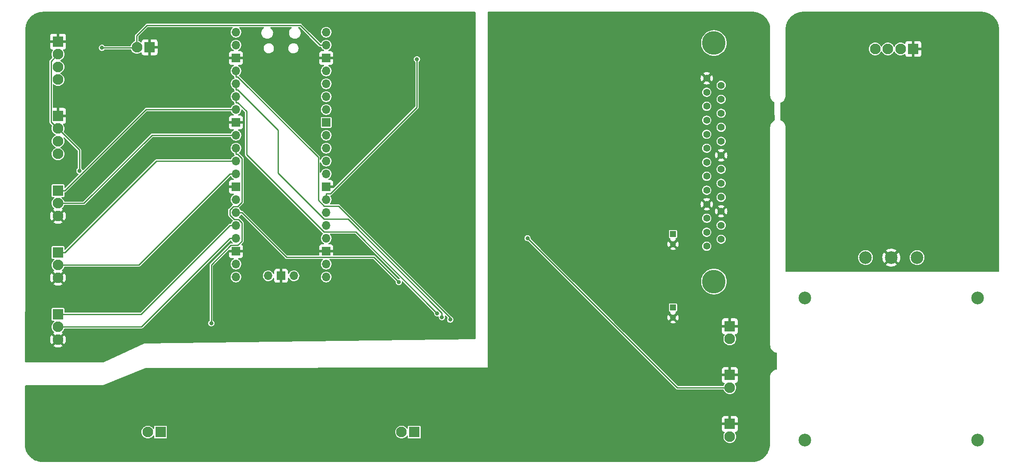
<source format=gbr>
%TF.GenerationSoftware,KiCad,Pcbnew,(6.0.7)*%
%TF.CreationDate,2022-10-24T16:08:39+01:00*%
%TF.ProjectId,controlCircuit,636f6e74-726f-46c4-9369-72637569742e,rev?*%
%TF.SameCoordinates,Original*%
%TF.FileFunction,Copper,L2,Bot*%
%TF.FilePolarity,Positive*%
%FSLAX46Y46*%
G04 Gerber Fmt 4.6, Leading zero omitted, Abs format (unit mm)*
G04 Created by KiCad (PCBNEW (6.0.7)) date 2022-10-24 16:08:39*
%MOMM*%
%LPD*%
G01*
G04 APERTURE LIST*
%TA.AperFunction,ComponentPad*%
%ADD10C,1.400000*%
%TD*%
%TA.AperFunction,ComponentPad*%
%ADD11C,4.650000*%
%TD*%
%TA.AperFunction,ComponentPad*%
%ADD12R,2.100000X2.100000*%
%TD*%
%TA.AperFunction,ComponentPad*%
%ADD13C,2.100000*%
%TD*%
%TA.AperFunction,ComponentPad*%
%ADD14R,1.200000X1.200000*%
%TD*%
%TA.AperFunction,ComponentPad*%
%ADD15C,1.200000*%
%TD*%
%TA.AperFunction,ComponentPad*%
%ADD16C,2.500000*%
%TD*%
%TA.AperFunction,ComponentPad*%
%ADD17O,1.700000X1.700000*%
%TD*%
%TA.AperFunction,ComponentPad*%
%ADD18R,1.700000X1.700000*%
%TD*%
%TA.AperFunction,ViaPad*%
%ADD19C,0.800000*%
%TD*%
%TA.AperFunction,Conductor*%
%ADD20C,0.250000*%
%TD*%
G04 APERTURE END LIST*
D10*
%TO.P,EXT_CON1,1,1*%
%TO.N,GND*%
X185466000Y-65545500D03*
%TO.P,EXT_CON1,2,2*%
%TO.N,unconnected-(EXT_CON1-Pad2)*%
X185466000Y-68305500D03*
%TO.P,EXT_CON1,3,3*%
%TO.N,unconnected-(EXT_CON1-Pad3)*%
X185466000Y-71065500D03*
%TO.P,EXT_CON1,4,4*%
%TO.N,unconnected-(EXT_CON1-Pad4)*%
X185466000Y-73825500D03*
%TO.P,EXT_CON1,5,5*%
%TO.N,EXT_CONT_5*%
X185466000Y-76585500D03*
%TO.P,EXT_CON1,6,6*%
%TO.N,EXT_CONT_6*%
X185466000Y-79345500D03*
%TO.P,EXT_CON1,7,7*%
%TO.N,unconnected-(EXT_CON1-Pad7)*%
X185466000Y-82105500D03*
%TO.P,EXT_CON1,8,8*%
%TO.N,unconnected-(EXT_CON1-Pad8)*%
X185466000Y-84865500D03*
%TO.P,EXT_CON1,9,9*%
%TO.N,unconnected-(EXT_CON1-Pad9)*%
X185466000Y-87625500D03*
%TO.P,EXT_CON1,10,10*%
%TO.N,GND*%
X185466000Y-90385500D03*
%TO.P,EXT_CON1,11,11*%
%TO.N,unconnected-(EXT_CON1-Pad11)*%
X185466000Y-93145500D03*
%TO.P,EXT_CON1,12,12*%
%TO.N,unconnected-(EXT_CON1-Pad12)*%
X185466000Y-95905500D03*
%TO.P,EXT_CON1,13,13*%
%TO.N,unconnected-(EXT_CON1-Pad13)*%
X185466000Y-98665500D03*
%TO.P,EXT_CON1,14,P14*%
%TO.N,EXT_CONT_14*%
X188306000Y-66925500D03*
%TO.P,EXT_CON1,15,P15*%
%TO.N,EXT_CONT_15*%
X188306000Y-69685500D03*
%TO.P,EXT_CON1,16,P16*%
%TO.N,unconnected-(EXT_CON1-Pad16)*%
X188306000Y-72445500D03*
%TO.P,EXT_CON1,17,P17*%
%TO.N,unconnected-(EXT_CON1-Pad17)*%
X188306000Y-75205500D03*
%TO.P,EXT_CON1,18,P18*%
%TO.N,EXT_CONT_18*%
X188306000Y-77965500D03*
%TO.P,EXT_CON1,19,P19*%
%TO.N,GND*%
X188306000Y-80725500D03*
%TO.P,EXT_CON1,20,P20*%
%TO.N,unconnected-(EXT_CON1-Pad20)*%
X188306000Y-83485500D03*
%TO.P,EXT_CON1,21,P21*%
%TO.N,EXT_CONT_21*%
X188306000Y-86245500D03*
%TO.P,EXT_CON1,22,P22*%
%TO.N,EXT_CONT_22*%
X188306000Y-89005500D03*
%TO.P,EXT_CON1,23,P23*%
%TO.N,GND*%
X188306000Y-91765500D03*
%TO.P,EXT_CON1,24,P24*%
%TO.N,EXT_CONT_24*%
X188306000Y-94525500D03*
%TO.P,EXT_CON1,25,P25*%
%TO.N,unconnected-(EXT_CON1-Pad25)*%
X188306000Y-97285500D03*
D11*
%TO.P,EXT_CON1,MH1*%
%TO.N,N/C*%
X186886000Y-58585500D03*
%TO.P,EXT_CON1,MH2*%
X186886000Y-105625500D03*
%TD*%
D12*
%TO.P,flags1,1,Pin_1*%
%TO.N,IN_flag*%
X57646000Y-87693500D03*
D13*
%TO.P,flags1,2,Pin_2*%
%TO.N,OUT_flag*%
X57646000Y-90193500D03*
%TO.P,flags1,3,Pin_3*%
%TO.N,GNDD*%
X57646000Y-92693500D03*
%TD*%
D12*
%TO.P,IGBT_1_Gate1,1,Pin_1*%
%TO.N,HiNet_2*%
X77842000Y-135321500D03*
D13*
%TO.P,IGBT_1_Gate1,2,Pin_2*%
X75342000Y-135321500D03*
%TD*%
D12*
%TO.P,I2C_1,1,Pin_1*%
%TO.N,GNDD*%
X57646000Y-72961500D03*
D13*
%TO.P,I2C_1,2,Pin_2*%
%TO.N,+5VD*%
X57646000Y-75461500D03*
%TO.P,I2C_1,3,Pin_3*%
%TO.N,SDA_1_5V*%
X57646000Y-77961500D03*
%TO.P,I2C_1,4,Pin_4*%
%TO.N,SCL_1_5V*%
X57646000Y-80461500D03*
%TD*%
D12*
%TO.P,I2C1,1,Pin_1*%
%TO.N,GNDA*%
X226154000Y-59760500D03*
D13*
%TO.P,I2C1,2,Pin_2*%
%TO.N,+5VP*%
X223654000Y-59760500D03*
%TO.P,I2C1,3,Pin_3*%
%TO.N,SDA_clamp_5V*%
X221154000Y-59760500D03*
%TO.P,I2C1,4,Pin_4*%
%TO.N,SCL_clamp_5V*%
X218654000Y-59760500D03*
%TD*%
D12*
%TO.P,I2C_0,1,Pin_1*%
%TO.N,GNDD*%
X57646000Y-58315500D03*
D13*
%TO.P,I2C_0,2,Pin_2*%
%TO.N,+5VD*%
X57646000Y-60815500D03*
%TO.P,I2C_0,3,Pin_3*%
%TO.N,SDA_0_5V*%
X57646000Y-63315500D03*
%TO.P,I2C_0,4,Pin_4*%
%TO.N,SCL_0_5V*%
X57646000Y-65815500D03*
%TD*%
D12*
%TO.P,IGBT_2_Gate1,1,Pin_1*%
%TO.N,HiNet_5*%
X127839000Y-135321500D03*
D13*
%TO.P,IGBT_2_Gate1,2,Pin_2*%
X125339000Y-135321500D03*
%TD*%
D14*
%TO.P,C3,1*%
%TO.N,EXT_CONT_21*%
X178816000Y-96266000D03*
D15*
%TO.P,C3,2*%
%TO.N,GND*%
X178816000Y-98266000D03*
%TD*%
D16*
%TO.P,J10,1,Pin_1*%
%TO.N,Net-(J10-Pad1)*%
X226916000Y-100901500D03*
%TO.P,J10,2,Pin_2*%
%TO.N,GNDA*%
X221836000Y-100901500D03*
%TO.P,J10,3,Pin_3*%
%TO.N,+5VA*%
X216756000Y-100901500D03*
%TO.P,J10,4*%
%TO.N,N/C*%
X238836000Y-136901500D03*
X238836000Y-108901500D03*
X204836000Y-108901500D03*
X204836000Y-136901500D03*
%TD*%
D12*
%TO.P,5VD_supply1,1,Pin_1*%
%TO.N,GNDD*%
X75692000Y-59436000D03*
D13*
%TO.P,5VD_supply1,2,Pin_2*%
%TO.N,+5VD*%
X73192000Y-59436000D03*
%TD*%
D12*
%TO.P,12V_supply1,1,Pin_1*%
%TO.N,GND*%
X190011000Y-133708500D03*
D13*
%TO.P,12V_supply1,2,Pin_2*%
%TO.N,+12V*%
X190011000Y-136208500D03*
%TD*%
D12*
%TO.P,FC_V1,1,Pin_1*%
%TO.N,GND*%
X190011000Y-114445500D03*
D13*
%TO.P,FC_V1,2,Pin_2*%
%TO.N,FC_terminals*%
X190011000Y-116945500D03*
%TD*%
D14*
%TO.P,C4,1*%
%TO.N,EXT_CONT_22*%
X178816000Y-110744000D03*
D15*
%TO.P,C4,2*%
%TO.N,GND*%
X178816000Y-112744000D03*
%TD*%
D17*
%TO.P,U2,1,GPIO0*%
%TO.N,SDA_0_3V3*%
X92710000Y-56470500D03*
%TO.P,U2,2,GPIO1*%
%TO.N,SCL_0_3V3*%
X92710000Y-59010500D03*
D18*
%TO.P,U2,3,GND*%
%TO.N,GNDD*%
X92710000Y-61550500D03*
D17*
%TO.P,U2,4,GPIO2*%
%TO.N,ADC_SPI_CLK*%
X92710000Y-64090500D03*
%TO.P,U2,5,GPIO3*%
%TO.N,ADC_SPI_MOSI*%
X92710000Y-66630500D03*
%TO.P,U2,6,GPIO4*%
%TO.N,ADC_SPI_MISO*%
X92710000Y-69170500D03*
%TO.P,U2,7,GPIO5*%
%TO.N,IN_flag*%
X92710000Y-71710500D03*
D18*
%TO.P,U2,8,GND*%
%TO.N,GNDD*%
X92710000Y-74250500D03*
D17*
%TO.P,U2,9,GPIO6*%
%TO.N,OUT_flag*%
X92710000Y-76790500D03*
%TO.P,U2,10,GPIO7*%
%TO.N,IGBT_1_ON*%
X92710000Y-79330500D03*
%TO.P,U2,11,GPIO8*%
%TO.N,UART1_TX*%
X92710000Y-81870500D03*
%TO.P,U2,12,GPIO9*%
%TO.N,UART1_RX*%
X92710000Y-84410500D03*
D18*
%TO.P,U2,13,GND*%
%TO.N,GNDD*%
X92710000Y-86950500D03*
D17*
%TO.P,U2,14,GPIO10*%
%TO.N,IGBT_2_ON*%
X92710000Y-89490500D03*
%TO.P,U2,15,GPIO11*%
%TO.N,COUT1*%
X92710000Y-92030500D03*
%TO.P,U2,16,GPIO12*%
%TO.N,UART0_TX*%
X92710000Y-94570500D03*
%TO.P,U2,17,GPIO13*%
%TO.N,UART0_RX*%
X92710000Y-97110500D03*
D18*
%TO.P,U2,18,GND*%
%TO.N,GNDD*%
X92710000Y-99650500D03*
D17*
%TO.P,U2,19,GPIO14*%
%TO.N,ADC_1_CS*%
X92710000Y-102190500D03*
%TO.P,U2,20,GPIO15*%
%TO.N,COUT2*%
X92710000Y-104730500D03*
%TO.P,U2,21,GPIO16*%
%TO.N,SET_CV_3V3*%
X110490000Y-104730500D03*
%TO.P,U2,22,GPIO17*%
%TO.N,SET_CC_3V3*%
X110490000Y-102190500D03*
D18*
%TO.P,U2,23,GND*%
%TO.N,GNDD*%
X110490000Y-99650500D03*
D17*
%TO.P,U2,24,GPIO18*%
%TO.N,SET_ALARM_3V3*%
X110490000Y-97110500D03*
%TO.P,U2,25,GPIO19*%
%TO.N,SET_ONOFF_3V3*%
X110490000Y-94570500D03*
%TO.P,U2,26,GPIO20*%
%TO.N,ALARM_CLEAR_3V3*%
X110490000Y-92030500D03*
%TO.P,U2,27,GPIO21*%
%TO.N,ALARM_2_STATUS_3V3*%
X110490000Y-89490500D03*
D18*
%TO.P,U2,28,GND*%
%TO.N,GNDD*%
X110490000Y-86950500D03*
D17*
%TO.P,U2,29,GPIO22*%
%TO.N,ALARM_1_STATUS_3V3*%
X110490000Y-84410500D03*
%TO.P,U2,30,RUN*%
%TO.N,unconnected-(U2-Pad30)*%
X110490000Y-81870500D03*
%TO.P,U2,31,GPIO26_ADC0*%
%TO.N,SDA_1_3V3*%
X110490000Y-79330500D03*
%TO.P,U2,32,GPIO27_ADC1*%
%TO.N,SCL_1_3V3*%
X110490000Y-76790500D03*
D18*
%TO.P,U2,33,AGND*%
%TO.N,unconnected-(U2-Pad33)*%
X110490000Y-74250500D03*
D17*
%TO.P,U2,34,GPIO28_ADC2*%
%TO.N,unconnected-(U2-Pad34)*%
X110490000Y-71710500D03*
%TO.P,U2,35,ADC_VREF*%
%TO.N,unconnected-(U2-Pad35)*%
X110490000Y-69170500D03*
%TO.P,U2,36,3V3*%
%TO.N,+3V3*%
X110490000Y-66630500D03*
%TO.P,U2,37,3V3_EN*%
%TO.N,unconnected-(U2-Pad37)*%
X110490000Y-64090500D03*
D18*
%TO.P,U2,38,GND*%
%TO.N,GNDD*%
X110490000Y-61550500D03*
D17*
%TO.P,U2,39,VSYS*%
%TO.N,+5VD*%
X110490000Y-59010500D03*
%TO.P,U2,40,VBUS*%
%TO.N,unconnected-(U2-Pad40)*%
X110490000Y-56470500D03*
%TO.P,U2,41,SWCLK*%
%TO.N,unconnected-(U2-Pad41)*%
X99060000Y-104500500D03*
D18*
%TO.P,U2,42,GND*%
%TO.N,GNDD*%
X101600000Y-104500500D03*
D17*
%TO.P,U2,43,SWDIO*%
%TO.N,unconnected-(U2-Pad43)*%
X104140000Y-104500500D03*
%TD*%
D12*
%TO.P,UART_1,1,Pin_1*%
%TO.N,UART1_TX*%
X57646000Y-99885500D03*
D13*
%TO.P,UART_1,2,Pin_2*%
%TO.N,UART1_RX*%
X57646000Y-102385500D03*
%TO.P,UART_1,3,Pin_3*%
%TO.N,GNDD*%
X57646000Y-104885500D03*
%TD*%
D12*
%TO.P,UART_0,1,Pin_1*%
%TO.N,UART0_TX*%
X57646000Y-112077500D03*
D13*
%TO.P,UART_0,2,Pin_2*%
%TO.N,UART0_RX*%
X57646000Y-114577500D03*
%TO.P,UART_0,3,Pin_3*%
%TO.N,GNDD*%
X57646000Y-117077500D03*
%TD*%
D12*
%TO.P,5V_supply1,1,Pin_1*%
%TO.N,GND*%
X190011000Y-124056500D03*
D13*
%TO.P,5V_supply1,2,Pin_2*%
%TO.N,+5V*%
X190011000Y-126556500D03*
%TD*%
D19*
%TO.N,GND*%
X146558000Y-97282000D03*
X152908000Y-113030000D03*
X149352000Y-58674000D03*
X148082000Y-117094000D03*
X148336000Y-91186000D03*
X164592000Y-69850000D03*
X101600000Y-123952000D03*
X148082000Y-113538000D03*
X155956000Y-111506000D03*
X159004000Y-60706000D03*
X171450000Y-89916000D03*
X147574000Y-107696000D03*
X148082000Y-110236000D03*
%TO.N,GNDD*%
X123952000Y-77978000D03*
X132842000Y-61468000D03*
X122682000Y-106426000D03*
X127000000Y-103378000D03*
X128778000Y-114046000D03*
X122428000Y-113030000D03*
X123698000Y-93472000D03*
X132588000Y-76454000D03*
X123444000Y-59944000D03*
X131318000Y-106426000D03*
X132842000Y-66294000D03*
X138430000Y-68326000D03*
%TO.N,GNDA*%
X226060000Y-88392000D03*
X223266000Y-80518000D03*
%TO.N,+5V*%
X150153500Y-97064500D03*
%TO.N,COUT1*%
X124813000Y-105743400D03*
%TO.N,ADC_SPI_MISO*%
X132361700Y-111894500D03*
%TO.N,ADC_SPI_MOSI*%
X133297300Y-112645400D03*
%TO.N,ADC_SPI_CLK*%
X134920100Y-113144600D03*
%TO.N,IGBT_1_ON*%
X87842900Y-113868300D03*
%TO.N,ALARM_2_STATUS_3V3*%
X128375100Y-61786200D03*
%TO.N,+5VD*%
X61854400Y-83803500D03*
X66293000Y-59540500D03*
%TD*%
D20*
%TO.N,+5V*%
X190011000Y-126556500D02*
X179645500Y-126556500D01*
X179645500Y-126556500D02*
X150153500Y-97064500D01*
%TO.N,COUT1*%
X102680300Y-100825700D02*
X119895300Y-100825700D01*
X93885100Y-92030500D02*
X102680300Y-100825700D01*
X119895300Y-100825700D02*
X124813000Y-105743400D01*
X92710000Y-92030500D02*
X93885100Y-92030500D01*
%TO.N,ADC_SPI_MISO*%
X94804500Y-72072900D02*
X94804500Y-80597000D01*
X92710000Y-70345600D02*
X93077200Y-70345600D01*
X94804500Y-80597000D02*
X110048000Y-95840500D01*
X110048000Y-95840500D02*
X116307700Y-95840500D01*
X116307700Y-95840500D02*
X132361700Y-111894500D01*
X92710000Y-69170500D02*
X92710000Y-70345600D01*
X93077200Y-70345600D02*
X94804500Y-72072900D01*
%TO.N,ADC_SPI_MOSI*%
X114793300Y-93300500D02*
X133297200Y-111804400D01*
X110088300Y-93300500D02*
X114793300Y-93300500D01*
X101012000Y-84224200D02*
X110088300Y-93300500D01*
X133297200Y-111804400D02*
X133297200Y-112645400D01*
X92710000Y-67805600D02*
X93077200Y-67805600D01*
X133297200Y-112645400D02*
X133297300Y-112645400D01*
X93077200Y-67805600D02*
X101012000Y-75740400D01*
X92710000Y-66630500D02*
X92710000Y-67805600D01*
X101012000Y-75740400D02*
X101012000Y-84224200D01*
%TO.N,ADC_SPI_CLK*%
X108916300Y-89581100D02*
X110095700Y-90760500D01*
X112949700Y-90760500D02*
X134920100Y-112730900D01*
X134920100Y-112730900D02*
X134920100Y-113144600D01*
X93077200Y-65265600D02*
X108916300Y-81104700D01*
X108916300Y-81104700D02*
X108916300Y-89581100D01*
X110095700Y-90760500D02*
X112949700Y-90760500D01*
X92710000Y-65265600D02*
X93077200Y-65265600D01*
X92710000Y-64090500D02*
X92710000Y-65265600D01*
%TO.N,IGBT_1_ON*%
X92710000Y-80505600D02*
X93077200Y-80505600D01*
X93077200Y-80505600D02*
X93885300Y-81313700D01*
X93072500Y-98475300D02*
X91717900Y-98475300D01*
X92399700Y-93384700D02*
X93188300Y-93384700D01*
X91525900Y-91481400D02*
X91525900Y-92510900D01*
X92710000Y-79330500D02*
X92710000Y-80505600D01*
X93885300Y-81313700D02*
X93885300Y-89983300D01*
X93885200Y-94081600D02*
X93885200Y-97662600D01*
X91717900Y-98475300D02*
X87842900Y-102350300D01*
X93885200Y-97662600D02*
X93072500Y-98475300D01*
X91525900Y-92510900D02*
X92399700Y-93384700D01*
X92162600Y-90844700D02*
X91525900Y-91481400D01*
X93188300Y-93384700D02*
X93885200Y-94081600D01*
X87842900Y-102350300D02*
X87842900Y-113868300D01*
X93023900Y-90844700D02*
X92162600Y-90844700D01*
X93885300Y-89983300D02*
X93023900Y-90844700D01*
%TO.N,ALARM_2_STATUS_3V3*%
X111297900Y-88315400D02*
X128375100Y-71238200D01*
X110490000Y-89490500D02*
X110490000Y-88315400D01*
X128375100Y-71238200D02*
X128375100Y-61786200D01*
X110490000Y-88315400D02*
X111297900Y-88315400D01*
%TO.N,+5VD*%
X57583400Y-75461500D02*
X57646000Y-75461500D01*
X57646000Y-75461500D02*
X61854400Y-79669900D01*
X57646000Y-60815500D02*
X56270800Y-62190700D01*
X75184000Y-55118000D02*
X73152000Y-57150000D01*
X105422400Y-55118000D02*
X75184000Y-55118000D01*
X110490000Y-59010500D02*
X109314900Y-59010500D01*
X109314900Y-59010500D02*
X105422400Y-55118000D01*
X61854400Y-79669900D02*
X61854400Y-83803500D01*
X73152000Y-59476000D02*
X73087500Y-59540500D01*
X56270800Y-74148900D02*
X57583400Y-75461500D01*
X56270800Y-62190700D02*
X56270800Y-74148900D01*
X73087500Y-59540500D02*
X66293000Y-59540500D01*
X73152000Y-57150000D02*
X73152000Y-59476000D01*
%TO.N,UART0_TX*%
X59021100Y-112077500D02*
X74027900Y-112077500D01*
X74027900Y-112077500D02*
X91534900Y-94570500D01*
X92710000Y-94570500D02*
X91534900Y-94570500D01*
X57646000Y-112077500D02*
X59021100Y-112077500D01*
%TO.N,UART0_RX*%
X74067900Y-114577500D02*
X91534900Y-97110500D01*
X92710000Y-97110500D02*
X91534900Y-97110500D01*
X57646000Y-114577500D02*
X74067900Y-114577500D01*
%TO.N,UART1_TX*%
X57646000Y-99885500D02*
X59021100Y-99885500D01*
X59021100Y-99885500D02*
X77036100Y-81870500D01*
X77036100Y-81870500D02*
X92710000Y-81870500D01*
%TO.N,UART1_RX*%
X92710000Y-84410500D02*
X91534900Y-84410500D01*
X57646000Y-102385500D02*
X73559900Y-102385500D01*
X73559900Y-102385500D02*
X91534900Y-84410500D01*
%TO.N,IN_flag*%
X92710000Y-71710500D02*
X75004100Y-71710500D01*
X75004100Y-71710500D02*
X59021100Y-87693500D01*
X57646000Y-87693500D02*
X59021100Y-87693500D01*
%TO.N,OUT_flag*%
X76168000Y-76790500D02*
X92710000Y-76790500D01*
X62765000Y-90193500D02*
X76168000Y-76790500D01*
X57646000Y-90193500D02*
X62765000Y-90193500D01*
%TD*%
%TA.AperFunction,Conductor*%
%TO.N,GND*%
G36*
X194483985Y-52422576D02*
G01*
X194484000Y-52422582D01*
X194484014Y-52422576D01*
X194487087Y-52422652D01*
X194730925Y-52434631D01*
X194788816Y-52437475D01*
X194789196Y-52437494D01*
X194792137Y-52437648D01*
X194822286Y-52439229D01*
X194834177Y-52440420D01*
X195055250Y-52473212D01*
X195056474Y-52473399D01*
X195173201Y-52491887D01*
X195184106Y-52494112D01*
X195384697Y-52544358D01*
X195386692Y-52544875D01*
X195516877Y-52579758D01*
X195526714Y-52582830D01*
X195641606Y-52623939D01*
X195714918Y-52650170D01*
X195717590Y-52651161D01*
X195757263Y-52666390D01*
X195849801Y-52701913D01*
X195858518Y-52705641D01*
X196035908Y-52789540D01*
X196039238Y-52791176D01*
X196168554Y-52857065D01*
X196176129Y-52861258D01*
X196342662Y-52961074D01*
X196346510Y-52963476D01*
X196469860Y-53043581D01*
X196476274Y-53048035D01*
X196631343Y-53163042D01*
X196635497Y-53166262D01*
X196750622Y-53259488D01*
X196755943Y-53264048D01*
X196898543Y-53393293D01*
X196903022Y-53397558D01*
X197007942Y-53502478D01*
X197012207Y-53506957D01*
X197141452Y-53649557D01*
X197146010Y-53654875D01*
X197239238Y-53770003D01*
X197242458Y-53774157D01*
X197357465Y-53929226D01*
X197361919Y-53935640D01*
X197442024Y-54058990D01*
X197444426Y-54062838D01*
X197544242Y-54229371D01*
X197548435Y-54236946D01*
X197614324Y-54366262D01*
X197615960Y-54369592D01*
X197699859Y-54546982D01*
X197703587Y-54555699D01*
X197754332Y-54687892D01*
X197755336Y-54690599D01*
X197822670Y-54878786D01*
X197825742Y-54888623D01*
X197860625Y-55018808D01*
X197861142Y-55020803D01*
X197911388Y-55221394D01*
X197913613Y-55232299D01*
X197932101Y-55349026D01*
X197932288Y-55350250D01*
X197965080Y-55571323D01*
X197966271Y-55583214D01*
X197968004Y-55616271D01*
X197968025Y-55616684D01*
X197982848Y-55918412D01*
X197982924Y-55921486D01*
X197982918Y-55921500D01*
X197982924Y-55921515D01*
X197983000Y-55924595D01*
X197983000Y-68907305D01*
X197981757Y-68921484D01*
X197978359Y-68921484D01*
X197996894Y-69157020D01*
X198024470Y-69271888D01*
X198045876Y-69361053D01*
X198052046Y-69386756D01*
X198142459Y-69605037D01*
X198265905Y-69806486D01*
X198269114Y-69810244D01*
X198269116Y-69810246D01*
X198375600Y-69934924D01*
X198419345Y-69986143D01*
X198599001Y-70139585D01*
X198717162Y-70211995D01*
X198744606Y-70228813D01*
X198792238Y-70281461D01*
X198804765Y-70335041D01*
X198818113Y-71733485D01*
X198837717Y-73787359D01*
X198818366Y-73855668D01*
X198777559Y-73895993D01*
X198599001Y-74005415D01*
X198419345Y-74158857D01*
X198416138Y-74162612D01*
X198293357Y-74306372D01*
X198265905Y-74338514D01*
X198142459Y-74539963D01*
X198052046Y-74758244D01*
X197996894Y-74987980D01*
X197978359Y-75223516D01*
X197981924Y-75223516D01*
X197983000Y-75233875D01*
X197983000Y-118159321D01*
X197981757Y-118173500D01*
X197978359Y-118173500D01*
X197979618Y-118189502D01*
X197979618Y-118189503D01*
X197984936Y-118257075D01*
X197996894Y-118409036D01*
X198052046Y-118638772D01*
X198142459Y-118857053D01*
X198265905Y-119058502D01*
X198419345Y-119238159D01*
X198599001Y-119391601D01*
X198603223Y-119394188D01*
X198796222Y-119512460D01*
X198796225Y-119512462D01*
X198800449Y-119515050D01*
X198805019Y-119516943D01*
X198805023Y-119516945D01*
X199003480Y-119599149D01*
X199018728Y-119605465D01*
X199180001Y-119644183D01*
X199241569Y-119679535D01*
X199274252Y-119742562D01*
X199276580Y-119765499D01*
X199306170Y-122865439D01*
X199286819Y-122933748D01*
X199233610Y-122980751D01*
X199198117Y-122990129D01*
X199198289Y-122991217D01*
X199193396Y-122991992D01*
X199188464Y-122992380D01*
X199183657Y-122993534D01*
X199183651Y-122993535D01*
X199052746Y-123024963D01*
X198958728Y-123047535D01*
X198954166Y-123049425D01*
X198954165Y-123049425D01*
X198745023Y-123136055D01*
X198745019Y-123136057D01*
X198740449Y-123137950D01*
X198736225Y-123140538D01*
X198736222Y-123140540D01*
X198730793Y-123143867D01*
X198539001Y-123261399D01*
X198359345Y-123414841D01*
X198205905Y-123594498D01*
X198082459Y-123795947D01*
X198080564Y-123800522D01*
X198080562Y-123800526D01*
X198023552Y-123938165D01*
X197992046Y-124014228D01*
X197936894Y-124243964D01*
X197918359Y-124479500D01*
X197921924Y-124479500D01*
X197923000Y-124489859D01*
X197923000Y-137726405D01*
X197922924Y-137729485D01*
X197922918Y-137729500D01*
X197922924Y-137729514D01*
X197922848Y-137732588D01*
X197908025Y-138034316D01*
X197908004Y-138034729D01*
X197906271Y-138067786D01*
X197905080Y-138079677D01*
X197872288Y-138300750D01*
X197872101Y-138301974D01*
X197853613Y-138418701D01*
X197851388Y-138429606D01*
X197801142Y-138630197D01*
X197800625Y-138632192D01*
X197765742Y-138762377D01*
X197762670Y-138772214D01*
X197695336Y-138960401D01*
X197694332Y-138963108D01*
X197643587Y-139095301D01*
X197639859Y-139104018D01*
X197555960Y-139281408D01*
X197554324Y-139284738D01*
X197488435Y-139414054D01*
X197484242Y-139421629D01*
X197384426Y-139588162D01*
X197382024Y-139592010D01*
X197301919Y-139715360D01*
X197297465Y-139721774D01*
X197182458Y-139876843D01*
X197179238Y-139880997D01*
X197105832Y-139971646D01*
X197086012Y-139996122D01*
X197081452Y-140001443D01*
X196952207Y-140144043D01*
X196947942Y-140148522D01*
X196843022Y-140253442D01*
X196838544Y-140257706D01*
X196697241Y-140385776D01*
X196695943Y-140386952D01*
X196690625Y-140391510D01*
X196575497Y-140484738D01*
X196571343Y-140487958D01*
X196416274Y-140602965D01*
X196409860Y-140607419D01*
X196286510Y-140687524D01*
X196282662Y-140689926D01*
X196116129Y-140789742D01*
X196108554Y-140793935D01*
X195979238Y-140859824D01*
X195975908Y-140861460D01*
X195798518Y-140945359D01*
X195789801Y-140949087D01*
X195697263Y-140984610D01*
X195657590Y-140999839D01*
X195654918Y-141000830D01*
X195581606Y-141027061D01*
X195466714Y-141068170D01*
X195456877Y-141071242D01*
X195326692Y-141106125D01*
X195324697Y-141106642D01*
X195124106Y-141156888D01*
X195113201Y-141159113D01*
X194996474Y-141177601D01*
X194995250Y-141177788D01*
X194774177Y-141210580D01*
X194762286Y-141211771D01*
X194732137Y-141213352D01*
X194729196Y-141213506D01*
X194728816Y-141213525D01*
X194427087Y-141228348D01*
X194424014Y-141228424D01*
X194424000Y-141228418D01*
X194423985Y-141228424D01*
X194420906Y-141228500D01*
X125581948Y-141229485D01*
X54651180Y-141230500D01*
X54648004Y-141230420D01*
X54648000Y-141230418D01*
X54647997Y-141230419D01*
X54644819Y-141230339D01*
X54628768Y-141229527D01*
X54387935Y-141217349D01*
X54387455Y-141217324D01*
X54332288Y-141214323D01*
X54293018Y-141212187D01*
X54280861Y-141210930D01*
X54068828Y-141178545D01*
X54067602Y-141178350D01*
X53937283Y-141156888D01*
X53925826Y-141155001D01*
X53914811Y-141152677D01*
X53716867Y-141101583D01*
X53714502Y-141100948D01*
X53566722Y-141059724D01*
X53556944Y-141056561D01*
X53403300Y-140999839D01*
X53368979Y-140987169D01*
X53365789Y-140985941D01*
X53273749Y-140949087D01*
X53219668Y-140927432D01*
X53211170Y-140923660D01*
X53033042Y-140836579D01*
X53029119Y-140834575D01*
X52888480Y-140759619D01*
X52881268Y-140755464D01*
X52775738Y-140689926D01*
X52713770Y-140651442D01*
X52709265Y-140648509D01*
X52576815Y-140558187D01*
X52570871Y-140553875D01*
X52415083Y-140433767D01*
X52410142Y-140429754D01*
X52288077Y-140325405D01*
X52283345Y-140321148D01*
X52140489Y-140185959D01*
X52135304Y-140180758D01*
X52100779Y-140144043D01*
X52025462Y-140063948D01*
X52021861Y-140059951D01*
X51893068Y-139910689D01*
X51887842Y-139904212D01*
X51791901Y-139776916D01*
X51789311Y-139773351D01*
X51753209Y-139721793D01*
X51675602Y-139610961D01*
X51670555Y-139603155D01*
X51663920Y-139592010D01*
X51590020Y-139467894D01*
X51588307Y-139464926D01*
X51540216Y-139378917D01*
X51490529Y-139290053D01*
X51485896Y-139280909D01*
X51422153Y-139141264D01*
X51421176Y-139139068D01*
X51339928Y-138951508D01*
X51335919Y-138940989D01*
X51328542Y-138918683D01*
X51290811Y-138804598D01*
X51290399Y-138803329D01*
X51225438Y-138598944D01*
X51222308Y-138587137D01*
X51202929Y-138496476D01*
X51202828Y-138495998D01*
X51151682Y-138252087D01*
X51149000Y-138226228D01*
X51149000Y-137985302D01*
X51150161Y-136397316D01*
X51150948Y-135321500D01*
X74086723Y-135321500D01*
X74105793Y-135539477D01*
X74162425Y-135750830D01*
X74254898Y-135949138D01*
X74380402Y-136128377D01*
X74535123Y-136283098D01*
X74539631Y-136286255D01*
X74539634Y-136286257D01*
X74680741Y-136385061D01*
X74714361Y-136408602D01*
X74719343Y-136410925D01*
X74719348Y-136410928D01*
X74907688Y-136498752D01*
X74912670Y-136501075D01*
X74917978Y-136502497D01*
X74917980Y-136502498D01*
X74930076Y-136505739D01*
X75124023Y-136557707D01*
X75342000Y-136576777D01*
X75559977Y-136557707D01*
X75753924Y-136505739D01*
X75766020Y-136502498D01*
X75766022Y-136502497D01*
X75771330Y-136501075D01*
X75776312Y-136498752D01*
X75964652Y-136410928D01*
X75964657Y-136410925D01*
X75969639Y-136408602D01*
X76003259Y-136385061D01*
X76144366Y-136286257D01*
X76144369Y-136286255D01*
X76148877Y-136283098D01*
X76303598Y-136128377D01*
X76362287Y-136044560D01*
X76417744Y-136000231D01*
X76488363Y-135992922D01*
X76551724Y-136024952D01*
X76587709Y-136086154D01*
X76591500Y-136116830D01*
X76591500Y-136391248D01*
X76603133Y-136449731D01*
X76647448Y-136516052D01*
X76713769Y-136560367D01*
X76725938Y-136562788D01*
X76725939Y-136562788D01*
X76766184Y-136570793D01*
X76772252Y-136572000D01*
X78911748Y-136572000D01*
X78917816Y-136570793D01*
X78958061Y-136562788D01*
X78958062Y-136562788D01*
X78970231Y-136560367D01*
X79036552Y-136516052D01*
X79080867Y-136449731D01*
X79092500Y-136391248D01*
X79092500Y-135321500D01*
X124083723Y-135321500D01*
X124102793Y-135539477D01*
X124159425Y-135750830D01*
X124251898Y-135949138D01*
X124377402Y-136128377D01*
X124532123Y-136283098D01*
X124536631Y-136286255D01*
X124536634Y-136286257D01*
X124677741Y-136385061D01*
X124711361Y-136408602D01*
X124716343Y-136410925D01*
X124716348Y-136410928D01*
X124904688Y-136498752D01*
X124909670Y-136501075D01*
X124914978Y-136502497D01*
X124914980Y-136502498D01*
X124927076Y-136505739D01*
X125121023Y-136557707D01*
X125339000Y-136576777D01*
X125556977Y-136557707D01*
X125750924Y-136505739D01*
X125763020Y-136502498D01*
X125763022Y-136502497D01*
X125768330Y-136501075D01*
X125773312Y-136498752D01*
X125961652Y-136410928D01*
X125961657Y-136410925D01*
X125966639Y-136408602D01*
X126000259Y-136385061D01*
X126141366Y-136286257D01*
X126141369Y-136286255D01*
X126145877Y-136283098D01*
X126300598Y-136128377D01*
X126359287Y-136044560D01*
X126414744Y-136000231D01*
X126485363Y-135992922D01*
X126548724Y-136024952D01*
X126584709Y-136086154D01*
X126588500Y-136116830D01*
X126588500Y-136391248D01*
X126600133Y-136449731D01*
X126644448Y-136516052D01*
X126710769Y-136560367D01*
X126722938Y-136562788D01*
X126722939Y-136562788D01*
X126763184Y-136570793D01*
X126769252Y-136572000D01*
X128908748Y-136572000D01*
X128914816Y-136570793D01*
X128955061Y-136562788D01*
X128955062Y-136562788D01*
X128967231Y-136560367D01*
X129033552Y-136516052D01*
X129077867Y-136449731D01*
X129089500Y-136391248D01*
X129089500Y-134803169D01*
X188453001Y-134803169D01*
X188453371Y-134809990D01*
X188458895Y-134860852D01*
X188462521Y-134876104D01*
X188507676Y-134996554D01*
X188516214Y-135012149D01*
X188592715Y-135114224D01*
X188605276Y-135126785D01*
X188707351Y-135203286D01*
X188722946Y-135211824D01*
X188843394Y-135256978D01*
X188858649Y-135260605D01*
X188912911Y-135266500D01*
X188912813Y-135267398D01*
X188976118Y-135289764D01*
X189019646Y-135345851D01*
X189025940Y-135416568D01*
X189005586Y-135464199D01*
X188923898Y-135580862D01*
X188831425Y-135779170D01*
X188774793Y-135990523D01*
X188755723Y-136208500D01*
X188774793Y-136426477D01*
X188809956Y-136557707D01*
X188814938Y-136576298D01*
X188831425Y-136637830D01*
X188923898Y-136836138D01*
X189049402Y-137015377D01*
X189204123Y-137170098D01*
X189208631Y-137173255D01*
X189208634Y-137173257D01*
X189378852Y-137292445D01*
X189383361Y-137295602D01*
X189388343Y-137297925D01*
X189388348Y-137297928D01*
X189576688Y-137385752D01*
X189581670Y-137388075D01*
X189586978Y-137389497D01*
X189586980Y-137389498D01*
X189652745Y-137407120D01*
X189793023Y-137444707D01*
X190011000Y-137463777D01*
X190228977Y-137444707D01*
X190369255Y-137407120D01*
X190435020Y-137389498D01*
X190435022Y-137389497D01*
X190440330Y-137388075D01*
X190445312Y-137385752D01*
X190633652Y-137297928D01*
X190633657Y-137297925D01*
X190638639Y-137295602D01*
X190643148Y-137292445D01*
X190813366Y-137173257D01*
X190813369Y-137173255D01*
X190817877Y-137170098D01*
X190972598Y-137015377D01*
X191098102Y-136836138D01*
X191190575Y-136637830D01*
X191207063Y-136576298D01*
X191212044Y-136557707D01*
X191247207Y-136426477D01*
X191266277Y-136208500D01*
X191247207Y-135990523D01*
X191190575Y-135779170D01*
X191098102Y-135580862D01*
X191016412Y-135464196D01*
X190993725Y-135396925D01*
X191011010Y-135328064D01*
X191062780Y-135279480D01*
X191109152Y-135267091D01*
X191109088Y-135266499D01*
X191163352Y-135260605D01*
X191178604Y-135256979D01*
X191299054Y-135211824D01*
X191314649Y-135203286D01*
X191416724Y-135126785D01*
X191429285Y-135114224D01*
X191505786Y-135012149D01*
X191514324Y-134996554D01*
X191559478Y-134876106D01*
X191563105Y-134860851D01*
X191568631Y-134809986D01*
X191569000Y-134803172D01*
X191569000Y-133980615D01*
X191564525Y-133965376D01*
X191563135Y-133964171D01*
X191555452Y-133962500D01*
X188471116Y-133962500D01*
X188455877Y-133966975D01*
X188454672Y-133968365D01*
X188453001Y-133976048D01*
X188453001Y-134803169D01*
X129089500Y-134803169D01*
X129089500Y-134251752D01*
X129077867Y-134193269D01*
X129033552Y-134126948D01*
X128967231Y-134082633D01*
X128955062Y-134080212D01*
X128955061Y-134080212D01*
X128914816Y-134072207D01*
X128908748Y-134071000D01*
X126769252Y-134071000D01*
X126763184Y-134072207D01*
X126722939Y-134080212D01*
X126722938Y-134080212D01*
X126710769Y-134082633D01*
X126644448Y-134126948D01*
X126600133Y-134193269D01*
X126588500Y-134251752D01*
X126588500Y-134526170D01*
X126568498Y-134594291D01*
X126514842Y-134640784D01*
X126444568Y-134650888D01*
X126379988Y-134621394D01*
X126359287Y-134598440D01*
X126303757Y-134519135D01*
X126300598Y-134514623D01*
X126145877Y-134359902D01*
X126141369Y-134356745D01*
X126141366Y-134356743D01*
X125971148Y-134237555D01*
X125971145Y-134237553D01*
X125966639Y-134234398D01*
X125961657Y-134232075D01*
X125961652Y-134232072D01*
X125773312Y-134144248D01*
X125773311Y-134144247D01*
X125768330Y-134141925D01*
X125763022Y-134140503D01*
X125763020Y-134140502D01*
X125686718Y-134120057D01*
X125556977Y-134085293D01*
X125339000Y-134066223D01*
X125121023Y-134085293D01*
X124991282Y-134120057D01*
X124914980Y-134140502D01*
X124914978Y-134140503D01*
X124909670Y-134141925D01*
X124904690Y-134144247D01*
X124904688Y-134144248D01*
X124716343Y-134232075D01*
X124716340Y-134232077D01*
X124711362Y-134234398D01*
X124532123Y-134359902D01*
X124377402Y-134514623D01*
X124251898Y-134693862D01*
X124249577Y-134698840D01*
X124249575Y-134698843D01*
X124197748Y-134809986D01*
X124159425Y-134892170D01*
X124102793Y-135103523D01*
X124083723Y-135321500D01*
X79092500Y-135321500D01*
X79092500Y-134251752D01*
X79080867Y-134193269D01*
X79036552Y-134126948D01*
X78970231Y-134082633D01*
X78958062Y-134080212D01*
X78958061Y-134080212D01*
X78917816Y-134072207D01*
X78911748Y-134071000D01*
X76772252Y-134071000D01*
X76766184Y-134072207D01*
X76725939Y-134080212D01*
X76725938Y-134080212D01*
X76713769Y-134082633D01*
X76647448Y-134126948D01*
X76603133Y-134193269D01*
X76591500Y-134251752D01*
X76591500Y-134526170D01*
X76571498Y-134594291D01*
X76517842Y-134640784D01*
X76447568Y-134650888D01*
X76382988Y-134621394D01*
X76362287Y-134598440D01*
X76306757Y-134519135D01*
X76303598Y-134514623D01*
X76148877Y-134359902D01*
X76144369Y-134356745D01*
X76144366Y-134356743D01*
X75974148Y-134237555D01*
X75974145Y-134237553D01*
X75969639Y-134234398D01*
X75964657Y-134232075D01*
X75964652Y-134232072D01*
X75776312Y-134144248D01*
X75776311Y-134144247D01*
X75771330Y-134141925D01*
X75766022Y-134140503D01*
X75766020Y-134140502D01*
X75689718Y-134120057D01*
X75559977Y-134085293D01*
X75342000Y-134066223D01*
X75124023Y-134085293D01*
X74994282Y-134120057D01*
X74917980Y-134140502D01*
X74917978Y-134140503D01*
X74912670Y-134141925D01*
X74907690Y-134144247D01*
X74907688Y-134144248D01*
X74719343Y-134232075D01*
X74719340Y-134232077D01*
X74714362Y-134234398D01*
X74535123Y-134359902D01*
X74380402Y-134514623D01*
X74254898Y-134693862D01*
X74252577Y-134698840D01*
X74252575Y-134698843D01*
X74200748Y-134809986D01*
X74162425Y-134892170D01*
X74105793Y-135103523D01*
X74086723Y-135321500D01*
X51150948Y-135321500D01*
X51152326Y-133436385D01*
X188453000Y-133436385D01*
X188457475Y-133451624D01*
X188458865Y-133452829D01*
X188466548Y-133454500D01*
X189738885Y-133454500D01*
X189754124Y-133450025D01*
X189755329Y-133448635D01*
X189757000Y-133440952D01*
X189757000Y-133436385D01*
X190265000Y-133436385D01*
X190269475Y-133451624D01*
X190270865Y-133452829D01*
X190278548Y-133454500D01*
X191550884Y-133454500D01*
X191566123Y-133450025D01*
X191567328Y-133448635D01*
X191568999Y-133440952D01*
X191568999Y-132613831D01*
X191568629Y-132607010D01*
X191563105Y-132556148D01*
X191559479Y-132540896D01*
X191514324Y-132420446D01*
X191505786Y-132404851D01*
X191429285Y-132302776D01*
X191416724Y-132290215D01*
X191314649Y-132213714D01*
X191299054Y-132205176D01*
X191178606Y-132160022D01*
X191163351Y-132156395D01*
X191112486Y-132150869D01*
X191105672Y-132150500D01*
X190283115Y-132150500D01*
X190267876Y-132154975D01*
X190266671Y-132156365D01*
X190265000Y-132164048D01*
X190265000Y-133436385D01*
X189757000Y-133436385D01*
X189757000Y-132168616D01*
X189752525Y-132153377D01*
X189751135Y-132152172D01*
X189743452Y-132150501D01*
X188916331Y-132150501D01*
X188909510Y-132150871D01*
X188858648Y-132156395D01*
X188843396Y-132160021D01*
X188722946Y-132205176D01*
X188707351Y-132213714D01*
X188605276Y-132290215D01*
X188592715Y-132302776D01*
X188516214Y-132404851D01*
X188507676Y-132420446D01*
X188462522Y-132540894D01*
X188458895Y-132556149D01*
X188453369Y-132607014D01*
X188453000Y-132613828D01*
X188453000Y-133436385D01*
X51152326Y-133436385D01*
X51157604Y-126217407D01*
X51177656Y-126149302D01*
X51231346Y-126102848D01*
X51283604Y-126091500D01*
X66548000Y-126091500D01*
X74907252Y-122691253D01*
X74954558Y-122681967D01*
X142304000Y-122591500D01*
X142304000Y-97064500D01*
X149547818Y-97064500D01*
X149568456Y-97221262D01*
X149628964Y-97367341D01*
X149725218Y-97492782D01*
X149731764Y-97497805D01*
X149761418Y-97520559D01*
X149850659Y-97589036D01*
X149996738Y-97649544D01*
X150153500Y-97670182D01*
X150220343Y-97661382D01*
X150290490Y-97672321D01*
X150325883Y-97697209D01*
X164926283Y-112297610D01*
X179401395Y-126772722D01*
X179408822Y-126780826D01*
X179433045Y-126809694D01*
X179465684Y-126828538D01*
X179474952Y-126834442D01*
X179505816Y-126856053D01*
X179516462Y-126858906D01*
X179519630Y-126860383D01*
X179522907Y-126861576D01*
X179532455Y-126867088D01*
X179562008Y-126872299D01*
X179569569Y-126873632D01*
X179580303Y-126876012D01*
X179616693Y-126885763D01*
X179627669Y-126884803D01*
X179627672Y-126884803D01*
X179654231Y-126882479D01*
X179665212Y-126882000D01*
X188706920Y-126882000D01*
X188775041Y-126902002D01*
X188821534Y-126955658D01*
X188828626Y-126975385D01*
X188831425Y-126985830D01*
X188923898Y-127184138D01*
X189049402Y-127363377D01*
X189204123Y-127518098D01*
X189208631Y-127521255D01*
X189208634Y-127521257D01*
X189378852Y-127640445D01*
X189383361Y-127643602D01*
X189388343Y-127645925D01*
X189388348Y-127645928D01*
X189576688Y-127733752D01*
X189581670Y-127736075D01*
X189586978Y-127737497D01*
X189586980Y-127737498D01*
X189652745Y-127755120D01*
X189793023Y-127792707D01*
X190011000Y-127811777D01*
X190228977Y-127792707D01*
X190369255Y-127755120D01*
X190435020Y-127737498D01*
X190435022Y-127737497D01*
X190440330Y-127736075D01*
X190445312Y-127733752D01*
X190633652Y-127645928D01*
X190633657Y-127645925D01*
X190638639Y-127643602D01*
X190643148Y-127640445D01*
X190813366Y-127521257D01*
X190813369Y-127521255D01*
X190817877Y-127518098D01*
X190972598Y-127363377D01*
X191098102Y-127184138D01*
X191190575Y-126985830D01*
X191247207Y-126774477D01*
X191266277Y-126556500D01*
X191247207Y-126338523D01*
X191190575Y-126127170D01*
X191188252Y-126122188D01*
X191100425Y-125933843D01*
X191100423Y-125933840D01*
X191098102Y-125928862D01*
X191016412Y-125812196D01*
X190993725Y-125744925D01*
X191011010Y-125676064D01*
X191062780Y-125627480D01*
X191109152Y-125615091D01*
X191109088Y-125614499D01*
X191163352Y-125608605D01*
X191178604Y-125604979D01*
X191299054Y-125559824D01*
X191314649Y-125551286D01*
X191416724Y-125474785D01*
X191429285Y-125462224D01*
X191505786Y-125360149D01*
X191514324Y-125344554D01*
X191559478Y-125224106D01*
X191563105Y-125208851D01*
X191568631Y-125157986D01*
X191569000Y-125151172D01*
X191569000Y-124328615D01*
X191564525Y-124313376D01*
X191563135Y-124312171D01*
X191555452Y-124310500D01*
X188471116Y-124310500D01*
X188455877Y-124314975D01*
X188454672Y-124316365D01*
X188453001Y-124324048D01*
X188453001Y-125151169D01*
X188453371Y-125157990D01*
X188458895Y-125208852D01*
X188462521Y-125224104D01*
X188507676Y-125344554D01*
X188516214Y-125360149D01*
X188592715Y-125462224D01*
X188605276Y-125474785D01*
X188707351Y-125551286D01*
X188722946Y-125559824D01*
X188843394Y-125604978D01*
X188858649Y-125608605D01*
X188912911Y-125614500D01*
X188912813Y-125615398D01*
X188976118Y-125637764D01*
X189019646Y-125693851D01*
X189025940Y-125764568D01*
X189005586Y-125812199D01*
X188923898Y-125928862D01*
X188921577Y-125933840D01*
X188921575Y-125933843D01*
X188833748Y-126122188D01*
X188831425Y-126127170D01*
X188830002Y-126132480D01*
X188830002Y-126132481D01*
X188828626Y-126137615D01*
X188791672Y-126198236D01*
X188727811Y-126229256D01*
X188706920Y-126231000D01*
X179832517Y-126231000D01*
X179764396Y-126210998D01*
X179743422Y-126194095D01*
X177333712Y-123784385D01*
X188453000Y-123784385D01*
X188457475Y-123799624D01*
X188458865Y-123800829D01*
X188466548Y-123802500D01*
X189738885Y-123802500D01*
X189754124Y-123798025D01*
X189755329Y-123796635D01*
X189757000Y-123788952D01*
X189757000Y-123784385D01*
X190265000Y-123784385D01*
X190269475Y-123799624D01*
X190270865Y-123800829D01*
X190278548Y-123802500D01*
X191550884Y-123802500D01*
X191566123Y-123798025D01*
X191567328Y-123796635D01*
X191568999Y-123788952D01*
X191568999Y-122961831D01*
X191568629Y-122955010D01*
X191563105Y-122904148D01*
X191559479Y-122888896D01*
X191514324Y-122768446D01*
X191505786Y-122752851D01*
X191429285Y-122650776D01*
X191416724Y-122638215D01*
X191314649Y-122561714D01*
X191299054Y-122553176D01*
X191178606Y-122508022D01*
X191163351Y-122504395D01*
X191112486Y-122498869D01*
X191105672Y-122498500D01*
X190283115Y-122498500D01*
X190267876Y-122502975D01*
X190266671Y-122504365D01*
X190265000Y-122512048D01*
X190265000Y-123784385D01*
X189757000Y-123784385D01*
X189757000Y-122516616D01*
X189752525Y-122501377D01*
X189751135Y-122500172D01*
X189743452Y-122498501D01*
X188916331Y-122498501D01*
X188909510Y-122498871D01*
X188858648Y-122504395D01*
X188843396Y-122508021D01*
X188722946Y-122553176D01*
X188707351Y-122561714D01*
X188605276Y-122638215D01*
X188592715Y-122650776D01*
X188516214Y-122752851D01*
X188507676Y-122768446D01*
X188462522Y-122888894D01*
X188458895Y-122904149D01*
X188453369Y-122955014D01*
X188453000Y-122961828D01*
X188453000Y-123784385D01*
X177333712Y-123784385D01*
X169089496Y-115540169D01*
X188453001Y-115540169D01*
X188453371Y-115546990D01*
X188458895Y-115597852D01*
X188462521Y-115613104D01*
X188507676Y-115733554D01*
X188516214Y-115749149D01*
X188592715Y-115851224D01*
X188605276Y-115863785D01*
X188707351Y-115940286D01*
X188722946Y-115948824D01*
X188843394Y-115993978D01*
X188858649Y-115997605D01*
X188912911Y-116003500D01*
X188912813Y-116004398D01*
X188976118Y-116026764D01*
X189019646Y-116082851D01*
X189025940Y-116153568D01*
X189005586Y-116201199D01*
X188923898Y-116317862D01*
X188831425Y-116516170D01*
X188774793Y-116727523D01*
X188755723Y-116945500D01*
X188774793Y-117163477D01*
X188831425Y-117374830D01*
X188923898Y-117573138D01*
X189049402Y-117752377D01*
X189204123Y-117907098D01*
X189208631Y-117910255D01*
X189208634Y-117910257D01*
X189378852Y-118029445D01*
X189383361Y-118032602D01*
X189388343Y-118034925D01*
X189388348Y-118034928D01*
X189576688Y-118122752D01*
X189581670Y-118125075D01*
X189586978Y-118126497D01*
X189586980Y-118126498D01*
X189652745Y-118144120D01*
X189793023Y-118181707D01*
X190011000Y-118200777D01*
X190228977Y-118181707D01*
X190369255Y-118144120D01*
X190435020Y-118126498D01*
X190435022Y-118126497D01*
X190440330Y-118125075D01*
X190445312Y-118122752D01*
X190633652Y-118034928D01*
X190633657Y-118034925D01*
X190638639Y-118032602D01*
X190643148Y-118029445D01*
X190813366Y-117910257D01*
X190813369Y-117910255D01*
X190817877Y-117907098D01*
X190972598Y-117752377D01*
X191098102Y-117573138D01*
X191190575Y-117374830D01*
X191247207Y-117163477D01*
X191266277Y-116945500D01*
X191247207Y-116727523D01*
X191190575Y-116516170D01*
X191098102Y-116317862D01*
X191016412Y-116201196D01*
X190993725Y-116133925D01*
X191011010Y-116065064D01*
X191062780Y-116016480D01*
X191109152Y-116004091D01*
X191109088Y-116003499D01*
X191163352Y-115997605D01*
X191178604Y-115993979D01*
X191299054Y-115948824D01*
X191314649Y-115940286D01*
X191416724Y-115863785D01*
X191429285Y-115851224D01*
X191505786Y-115749149D01*
X191514324Y-115733554D01*
X191559478Y-115613106D01*
X191563105Y-115597851D01*
X191568631Y-115546986D01*
X191569000Y-115540172D01*
X191569000Y-114717615D01*
X191564525Y-114702376D01*
X191563135Y-114701171D01*
X191555452Y-114699500D01*
X188471116Y-114699500D01*
X188455877Y-114703975D01*
X188454672Y-114705365D01*
X188453001Y-114713048D01*
X188453001Y-115540169D01*
X169089496Y-115540169D01*
X167722712Y-114173385D01*
X188453000Y-114173385D01*
X188457475Y-114188624D01*
X188458865Y-114189829D01*
X188466548Y-114191500D01*
X189738885Y-114191500D01*
X189754124Y-114187025D01*
X189755329Y-114185635D01*
X189757000Y-114177952D01*
X189757000Y-114173385D01*
X190265000Y-114173385D01*
X190269475Y-114188624D01*
X190270865Y-114189829D01*
X190278548Y-114191500D01*
X191550884Y-114191500D01*
X191566123Y-114187025D01*
X191567328Y-114185635D01*
X191568999Y-114177952D01*
X191568999Y-113350831D01*
X191568629Y-113344010D01*
X191563105Y-113293148D01*
X191559479Y-113277896D01*
X191514324Y-113157446D01*
X191505786Y-113141851D01*
X191429285Y-113039776D01*
X191416724Y-113027215D01*
X191314649Y-112950714D01*
X191299054Y-112942176D01*
X191178606Y-112897022D01*
X191163351Y-112893395D01*
X191112486Y-112887869D01*
X191105672Y-112887500D01*
X190283115Y-112887500D01*
X190267876Y-112891975D01*
X190266671Y-112893365D01*
X190265000Y-112901048D01*
X190265000Y-114173385D01*
X189757000Y-114173385D01*
X189757000Y-112905616D01*
X189752525Y-112890377D01*
X189751135Y-112889172D01*
X189743452Y-112887501D01*
X188916331Y-112887501D01*
X188909510Y-112887871D01*
X188858648Y-112893395D01*
X188843396Y-112897021D01*
X188722946Y-112942176D01*
X188707351Y-112950714D01*
X188605276Y-113027215D01*
X188592715Y-113039776D01*
X188516214Y-113141851D01*
X188507676Y-113157446D01*
X188462522Y-113277894D01*
X188458895Y-113293149D01*
X188453369Y-113344014D01*
X188453000Y-113350828D01*
X188453000Y-114173385D01*
X167722712Y-114173385D01*
X167234621Y-113685294D01*
X178239066Y-113685294D01*
X178248948Y-113697783D01*
X178280239Y-113718691D01*
X178290349Y-113724181D01*
X178466835Y-113800005D01*
X178477778Y-113803560D01*
X178665120Y-113845952D01*
X178676530Y-113847454D01*
X178868469Y-113854995D01*
X178879951Y-113854393D01*
X179070045Y-113826832D01*
X179081240Y-113824144D01*
X179263131Y-113762400D01*
X179273628Y-113757726D01*
X179384032Y-113695898D01*
X179393895Y-113685821D01*
X179390940Y-113678151D01*
X178828811Y-113116021D01*
X178814868Y-113108408D01*
X178813034Y-113108539D01*
X178806420Y-113112790D01*
X178245259Y-113673952D01*
X178239066Y-113685294D01*
X167234621Y-113685294D01*
X166269965Y-112720638D01*
X177704012Y-112720638D01*
X177716575Y-112912304D01*
X177718376Y-112923674D01*
X177765657Y-113109843D01*
X177769498Y-113120690D01*
X177849916Y-113295130D01*
X177855664Y-113305086D01*
X177861788Y-113313751D01*
X177872377Y-113322140D01*
X177885676Y-113315113D01*
X178443979Y-112756811D01*
X178450356Y-112745132D01*
X179180408Y-112745132D01*
X179180539Y-112746966D01*
X179184790Y-112753580D01*
X179746239Y-113315028D01*
X179758614Y-113321785D01*
X179765194Y-113316859D01*
X179829726Y-113201628D01*
X179834400Y-113191131D01*
X179896144Y-113009240D01*
X179898832Y-112998045D01*
X179926689Y-112805911D01*
X179927319Y-112798528D01*
X179928650Y-112747704D01*
X179928407Y-112740305D01*
X179910643Y-112546975D01*
X179908545Y-112535654D01*
X179856408Y-112350791D01*
X179852283Y-112340044D01*
X179768163Y-112169465D01*
X179760869Y-112163990D01*
X179748449Y-112170762D01*
X179188021Y-112731189D01*
X179180408Y-112745132D01*
X178450356Y-112745132D01*
X178451592Y-112742868D01*
X178451461Y-112741034D01*
X178447210Y-112734420D01*
X177884538Y-112171749D01*
X177872163Y-112164992D01*
X177866197Y-112169458D01*
X177790645Y-112313058D01*
X177786242Y-112323691D01*
X177729281Y-112507132D01*
X177726891Y-112518376D01*
X177704313Y-112709137D01*
X177704012Y-112720638D01*
X166269965Y-112720638D01*
X164913075Y-111363748D01*
X178015500Y-111363748D01*
X178027133Y-111422231D01*
X178071448Y-111488552D01*
X178137769Y-111532867D01*
X178149938Y-111535288D01*
X178149939Y-111535288D01*
X178190184Y-111543293D01*
X178196252Y-111544500D01*
X178206748Y-111544500D01*
X178274869Y-111564502D01*
X178321362Y-111618158D01*
X178331466Y-111688432D01*
X178301972Y-111753012D01*
X178271172Y-111778784D01*
X178248387Y-111792340D01*
X178238788Y-111802675D01*
X178242275Y-111811064D01*
X178803189Y-112371979D01*
X178817132Y-112379592D01*
X178818966Y-112379461D01*
X178825580Y-112375210D01*
X179386285Y-111814504D01*
X179393042Y-111802129D01*
X179387012Y-111794073D01*
X179360050Y-111777062D01*
X179313112Y-111723796D01*
X179302422Y-111653609D01*
X179331376Y-111588784D01*
X179390780Y-111549904D01*
X179427285Y-111544500D01*
X179435748Y-111544500D01*
X179441816Y-111543293D01*
X179482061Y-111535288D01*
X179482062Y-111535288D01*
X179494231Y-111532867D01*
X179560552Y-111488552D01*
X179604867Y-111422231D01*
X179616500Y-111363748D01*
X179616500Y-110124252D01*
X179604867Y-110065769D01*
X179560552Y-109999448D01*
X179494231Y-109955133D01*
X179482062Y-109952712D01*
X179482061Y-109952712D01*
X179441816Y-109944707D01*
X179435748Y-109943500D01*
X178196252Y-109943500D01*
X178190184Y-109944707D01*
X178149939Y-109952712D01*
X178149938Y-109952712D01*
X178137769Y-109955133D01*
X178071448Y-109999448D01*
X178027133Y-110065769D01*
X178015500Y-110124252D01*
X178015500Y-111363748D01*
X164913075Y-111363748D01*
X159174827Y-105625500D01*
X184355507Y-105625500D01*
X184375461Y-105942655D01*
X184435007Y-106254808D01*
X184533207Y-106557037D01*
X184534894Y-106560623D01*
X184534896Y-106560627D01*
X184666824Y-106840988D01*
X184666828Y-106840995D01*
X184668512Y-106844574D01*
X184838788Y-107112886D01*
X185041350Y-107357742D01*
X185273003Y-107575278D01*
X185530094Y-107762066D01*
X185808568Y-107915159D01*
X186104035Y-108032142D01*
X186107865Y-108033125D01*
X186107873Y-108033128D01*
X186301530Y-108082850D01*
X186411833Y-108111171D01*
X186415761Y-108111667D01*
X186415765Y-108111668D01*
X186540168Y-108127384D01*
X186727109Y-108151000D01*
X187044891Y-108151000D01*
X187231832Y-108127384D01*
X187356235Y-108111668D01*
X187356239Y-108111667D01*
X187360167Y-108111171D01*
X187470470Y-108082850D01*
X187664127Y-108033128D01*
X187664135Y-108033125D01*
X187667965Y-108032142D01*
X187963432Y-107915159D01*
X188241906Y-107762066D01*
X188498997Y-107575278D01*
X188730650Y-107357742D01*
X188933212Y-107112886D01*
X189103488Y-106844574D01*
X189105172Y-106840995D01*
X189105176Y-106840988D01*
X189237104Y-106560627D01*
X189237106Y-106560623D01*
X189238793Y-106557037D01*
X189336993Y-106254808D01*
X189396539Y-105942655D01*
X189416493Y-105625500D01*
X189415830Y-105614954D01*
X189406571Y-105467797D01*
X189396539Y-105308345D01*
X189336993Y-104996192D01*
X189238793Y-104693963D01*
X189237104Y-104690373D01*
X189105176Y-104410012D01*
X189105172Y-104410005D01*
X189103488Y-104406426D01*
X188933212Y-104138114D01*
X188730650Y-103893258D01*
X188498997Y-103675722D01*
X188241906Y-103488934D01*
X187963432Y-103335841D01*
X187667965Y-103218858D01*
X187664135Y-103217875D01*
X187664127Y-103217872D01*
X187470470Y-103168150D01*
X187360167Y-103139829D01*
X187356239Y-103139333D01*
X187356235Y-103139332D01*
X187231832Y-103123616D01*
X187044891Y-103100000D01*
X186727109Y-103100000D01*
X186540168Y-103123616D01*
X186415765Y-103139332D01*
X186415761Y-103139333D01*
X186411833Y-103139829D01*
X186301530Y-103168150D01*
X186107873Y-103217872D01*
X186107865Y-103217875D01*
X186104035Y-103218858D01*
X185808568Y-103335841D01*
X185530094Y-103488934D01*
X185273003Y-103675722D01*
X185041350Y-103893258D01*
X184838788Y-104138114D01*
X184668512Y-104406426D01*
X184666828Y-104410005D01*
X184666824Y-104410012D01*
X184534896Y-104690373D01*
X184533207Y-104693963D01*
X184435007Y-104996192D01*
X184375461Y-105308345D01*
X184365429Y-105467797D01*
X184356171Y-105614954D01*
X184355507Y-105625500D01*
X159174827Y-105625500D01*
X152756620Y-99207294D01*
X178239066Y-99207294D01*
X178248948Y-99219783D01*
X178280239Y-99240691D01*
X178290349Y-99246181D01*
X178466835Y-99322005D01*
X178477778Y-99325560D01*
X178665120Y-99367952D01*
X178676530Y-99369454D01*
X178868469Y-99376995D01*
X178879951Y-99376393D01*
X179070045Y-99348832D01*
X179081240Y-99346144D01*
X179263131Y-99284400D01*
X179273628Y-99279726D01*
X179384032Y-99217898D01*
X179393895Y-99207821D01*
X179390940Y-99200151D01*
X178828811Y-98638021D01*
X178814868Y-98630408D01*
X178813034Y-98630539D01*
X178806420Y-98634790D01*
X178245259Y-99195952D01*
X178239066Y-99207294D01*
X152756620Y-99207294D01*
X151791964Y-98242638D01*
X177704012Y-98242638D01*
X177716575Y-98434304D01*
X177718376Y-98445674D01*
X177765657Y-98631843D01*
X177769498Y-98642690D01*
X177849916Y-98817130D01*
X177855664Y-98827086D01*
X177861788Y-98835751D01*
X177872377Y-98844140D01*
X177885676Y-98837113D01*
X178443979Y-98278811D01*
X178450356Y-98267132D01*
X179180408Y-98267132D01*
X179180539Y-98268966D01*
X179184790Y-98275580D01*
X179746239Y-98837028D01*
X179758614Y-98843785D01*
X179765194Y-98838859D01*
X179829726Y-98723628D01*
X179834400Y-98713131D01*
X179850569Y-98665500D01*
X184560540Y-98665500D01*
X184561230Y-98672065D01*
X184578434Y-98835751D01*
X184580326Y-98853756D01*
X184638821Y-99033784D01*
X184733467Y-99197716D01*
X184737885Y-99202623D01*
X184737886Y-99202624D01*
X184848579Y-99325560D01*
X184860129Y-99338388D01*
X184865468Y-99342267D01*
X184900821Y-99367952D01*
X185013270Y-99449651D01*
X185186197Y-99526644D01*
X185284212Y-99547478D01*
X185364897Y-99564628D01*
X185364901Y-99564628D01*
X185371354Y-99566000D01*
X185560646Y-99566000D01*
X185567099Y-99564628D01*
X185567103Y-99564628D01*
X185647788Y-99547478D01*
X185745803Y-99526644D01*
X185918730Y-99449651D01*
X186031180Y-99367952D01*
X186066532Y-99342267D01*
X186071871Y-99338388D01*
X186083422Y-99325560D01*
X186194114Y-99202624D01*
X186194115Y-99202623D01*
X186198533Y-99197716D01*
X186293179Y-99033784D01*
X186351674Y-98853756D01*
X186353567Y-98835751D01*
X186370770Y-98672065D01*
X186371460Y-98665500D01*
X186367772Y-98630408D01*
X186352364Y-98483807D01*
X186352364Y-98483805D01*
X186351674Y-98477244D01*
X186293179Y-98297216D01*
X186280688Y-98275580D01*
X186201836Y-98139005D01*
X186198533Y-98133284D01*
X186143656Y-98072337D01*
X186076286Y-97997515D01*
X186076284Y-97997514D01*
X186071871Y-97992612D01*
X185918730Y-97881349D01*
X185745803Y-97804356D01*
X185647788Y-97783522D01*
X185567103Y-97766372D01*
X185567099Y-97766372D01*
X185560646Y-97765000D01*
X185371354Y-97765000D01*
X185364901Y-97766372D01*
X185364897Y-97766372D01*
X185284212Y-97783522D01*
X185186197Y-97804356D01*
X185013270Y-97881349D01*
X184860129Y-97992612D01*
X184855716Y-97997514D01*
X184855714Y-97997515D01*
X184788344Y-98072337D01*
X184733467Y-98133284D01*
X184730164Y-98139005D01*
X184651313Y-98275580D01*
X184638821Y-98297216D01*
X184580326Y-98477244D01*
X184579636Y-98483805D01*
X184579636Y-98483807D01*
X184564228Y-98630408D01*
X184560540Y-98665500D01*
X179850569Y-98665500D01*
X179896144Y-98531240D01*
X179898832Y-98520045D01*
X179926689Y-98327911D01*
X179927319Y-98320528D01*
X179928650Y-98269704D01*
X179928407Y-98262305D01*
X179910643Y-98068975D01*
X179908545Y-98057654D01*
X179856408Y-97872791D01*
X179852283Y-97862044D01*
X179768163Y-97691465D01*
X179760869Y-97685990D01*
X179748449Y-97692762D01*
X179188021Y-98253189D01*
X179180408Y-98267132D01*
X178450356Y-98267132D01*
X178451592Y-98264868D01*
X178451461Y-98263034D01*
X178447210Y-98256420D01*
X177884538Y-97693749D01*
X177872163Y-97686992D01*
X177866197Y-97691458D01*
X177790645Y-97835058D01*
X177786242Y-97845691D01*
X177729281Y-98029132D01*
X177726891Y-98040376D01*
X177704313Y-98231137D01*
X177704012Y-98242638D01*
X151791964Y-98242638D01*
X150786209Y-97236883D01*
X150752183Y-97174571D01*
X150750382Y-97131342D01*
X150758104Y-97072688D01*
X150759182Y-97064500D01*
X150748863Y-96986119D01*
X150739622Y-96915926D01*
X150738544Y-96907738D01*
X150729435Y-96885748D01*
X178015500Y-96885748D01*
X178016707Y-96891816D01*
X178023010Y-96923501D01*
X178027133Y-96944231D01*
X178071448Y-97010552D01*
X178137769Y-97054867D01*
X178149938Y-97057288D01*
X178149939Y-97057288D01*
X178186197Y-97064500D01*
X178196252Y-97066500D01*
X178206748Y-97066500D01*
X178274869Y-97086502D01*
X178321362Y-97140158D01*
X178331466Y-97210432D01*
X178301972Y-97275012D01*
X178271172Y-97300784D01*
X178248387Y-97314340D01*
X178238788Y-97324675D01*
X178242275Y-97333064D01*
X178803189Y-97893979D01*
X178817132Y-97901592D01*
X178818966Y-97901461D01*
X178825580Y-97897210D01*
X179386285Y-97336504D01*
X179393042Y-97324129D01*
X179387012Y-97316073D01*
X179360050Y-97299062D01*
X179348099Y-97285500D01*
X187400540Y-97285500D01*
X187420326Y-97473756D01*
X187478821Y-97653784D01*
X187482124Y-97659506D01*
X187482125Y-97659507D01*
X187500572Y-97691458D01*
X187573467Y-97817716D01*
X187577885Y-97822623D01*
X187577886Y-97822624D01*
X187648990Y-97901592D01*
X187700129Y-97958388D01*
X187853270Y-98069651D01*
X188026197Y-98146644D01*
X188111201Y-98164712D01*
X188204897Y-98184628D01*
X188204901Y-98184628D01*
X188211354Y-98186000D01*
X188400646Y-98186000D01*
X188407099Y-98184628D01*
X188407103Y-98184628D01*
X188500799Y-98164712D01*
X188585803Y-98146644D01*
X188758730Y-98069651D01*
X188911871Y-97958388D01*
X188963011Y-97901592D01*
X189034114Y-97822624D01*
X189034115Y-97822623D01*
X189038533Y-97817716D01*
X189111428Y-97691458D01*
X189129875Y-97659507D01*
X189129876Y-97659506D01*
X189133179Y-97653784D01*
X189191674Y-97473756D01*
X189211460Y-97285500D01*
X189205510Y-97228891D01*
X189192364Y-97103807D01*
X189192364Y-97103805D01*
X189191674Y-97097244D01*
X189133179Y-96917216D01*
X189126398Y-96905470D01*
X189041836Y-96759005D01*
X189038533Y-96753284D01*
X188997983Y-96708249D01*
X188916286Y-96617515D01*
X188916284Y-96617514D01*
X188911871Y-96612612D01*
X188758730Y-96501349D01*
X188585803Y-96424356D01*
X188487788Y-96403522D01*
X188407103Y-96386372D01*
X188407099Y-96386372D01*
X188400646Y-96385000D01*
X188211354Y-96385000D01*
X188204901Y-96386372D01*
X188204897Y-96386372D01*
X188124212Y-96403522D01*
X188026197Y-96424356D01*
X187853270Y-96501349D01*
X187700129Y-96612612D01*
X187695716Y-96617514D01*
X187695714Y-96617515D01*
X187614017Y-96708249D01*
X187573467Y-96753284D01*
X187570164Y-96759005D01*
X187485603Y-96905470D01*
X187478821Y-96917216D01*
X187420326Y-97097244D01*
X187419636Y-97103805D01*
X187419636Y-97103807D01*
X187406490Y-97228891D01*
X187400540Y-97285500D01*
X179348099Y-97285500D01*
X179313112Y-97245796D01*
X179302422Y-97175609D01*
X179331376Y-97110784D01*
X179390780Y-97071904D01*
X179427285Y-97066500D01*
X179435748Y-97066500D01*
X179445803Y-97064500D01*
X179482061Y-97057288D01*
X179482062Y-97057288D01*
X179494231Y-97054867D01*
X179560552Y-97010552D01*
X179604867Y-96944231D01*
X179608991Y-96923501D01*
X179615293Y-96891816D01*
X179616500Y-96885748D01*
X179616500Y-95905500D01*
X184560540Y-95905500D01*
X184580326Y-96093756D01*
X184638821Y-96273784D01*
X184733467Y-96437716D01*
X184737885Y-96442623D01*
X184737886Y-96442624D01*
X184825532Y-96539964D01*
X184860129Y-96578388D01*
X185013270Y-96689651D01*
X185186197Y-96766644D01*
X185272556Y-96785000D01*
X185364897Y-96804628D01*
X185364901Y-96804628D01*
X185371354Y-96806000D01*
X185560646Y-96806000D01*
X185567099Y-96804628D01*
X185567103Y-96804628D01*
X185659444Y-96785000D01*
X185745803Y-96766644D01*
X185918730Y-96689651D01*
X186071871Y-96578388D01*
X186106469Y-96539964D01*
X186194114Y-96442624D01*
X186194115Y-96442623D01*
X186198533Y-96437716D01*
X186293179Y-96273784D01*
X186351674Y-96093756D01*
X186371460Y-95905500D01*
X186351674Y-95717244D01*
X186293179Y-95537216D01*
X186284076Y-95521448D01*
X186201836Y-95379005D01*
X186198533Y-95373284D01*
X186194114Y-95368376D01*
X186076286Y-95237515D01*
X186076284Y-95237514D01*
X186071871Y-95232612D01*
X185998042Y-95178972D01*
X185924072Y-95125230D01*
X185924071Y-95125229D01*
X185918730Y-95121349D01*
X185745803Y-95044356D01*
X185647788Y-95023522D01*
X185567103Y-95006372D01*
X185567099Y-95006372D01*
X185560646Y-95005000D01*
X185371354Y-95005000D01*
X185364901Y-95006372D01*
X185364897Y-95006372D01*
X185284212Y-95023522D01*
X185186197Y-95044356D01*
X185013270Y-95121349D01*
X185007929Y-95125229D01*
X185007928Y-95125230D01*
X184933958Y-95178972D01*
X184860129Y-95232612D01*
X184855716Y-95237514D01*
X184855714Y-95237515D01*
X184737886Y-95368376D01*
X184733467Y-95373284D01*
X184730164Y-95379005D01*
X184647925Y-95521448D01*
X184638821Y-95537216D01*
X184580326Y-95717244D01*
X184560540Y-95905500D01*
X179616500Y-95905500D01*
X179616500Y-95646252D01*
X179604867Y-95587769D01*
X179560552Y-95521448D01*
X179494231Y-95477133D01*
X179482062Y-95474712D01*
X179482061Y-95474712D01*
X179441816Y-95466707D01*
X179435748Y-95465500D01*
X178196252Y-95465500D01*
X178190184Y-95466707D01*
X178149939Y-95474712D01*
X178149938Y-95474712D01*
X178137769Y-95477133D01*
X178071448Y-95521448D01*
X178027133Y-95587769D01*
X178015500Y-95646252D01*
X178015500Y-96885748D01*
X150729435Y-96885748D01*
X150678036Y-96761659D01*
X150581782Y-96636218D01*
X150456341Y-96539964D01*
X150310262Y-96479456D01*
X150153500Y-96458818D01*
X149996738Y-96479456D01*
X149850659Y-96539964D01*
X149725218Y-96636218D01*
X149628964Y-96761659D01*
X149568456Y-96907738D01*
X149567378Y-96915926D01*
X149558137Y-96986119D01*
X149547818Y-97064500D01*
X142304000Y-97064500D01*
X142304000Y-94525500D01*
X187400540Y-94525500D01*
X187420326Y-94713756D01*
X187478821Y-94893784D01*
X187573467Y-95057716D01*
X187577885Y-95062623D01*
X187577886Y-95062624D01*
X187682647Y-95178972D01*
X187700129Y-95198388D01*
X187853270Y-95309651D01*
X188026197Y-95386644D01*
X188124212Y-95407478D01*
X188204897Y-95424628D01*
X188204901Y-95424628D01*
X188211354Y-95426000D01*
X188400646Y-95426000D01*
X188407099Y-95424628D01*
X188407103Y-95424628D01*
X188487788Y-95407478D01*
X188585803Y-95386644D01*
X188758730Y-95309651D01*
X188911871Y-95198388D01*
X188929354Y-95178972D01*
X189034114Y-95062624D01*
X189034115Y-95062623D01*
X189038533Y-95057716D01*
X189133179Y-94893784D01*
X189191674Y-94713756D01*
X189211460Y-94525500D01*
X189191674Y-94337244D01*
X189133179Y-94157216D01*
X189072891Y-94052793D01*
X189041836Y-93999005D01*
X189038533Y-93993284D01*
X189016267Y-93968555D01*
X188916286Y-93857515D01*
X188916284Y-93857514D01*
X188911871Y-93852612D01*
X188758730Y-93741349D01*
X188585803Y-93664356D01*
X188487788Y-93643522D01*
X188407103Y-93626372D01*
X188407099Y-93626372D01*
X188400646Y-93625000D01*
X188211354Y-93625000D01*
X188204901Y-93626372D01*
X188204897Y-93626372D01*
X188124212Y-93643522D01*
X188026197Y-93664356D01*
X187853270Y-93741349D01*
X187700129Y-93852612D01*
X187695716Y-93857514D01*
X187695714Y-93857515D01*
X187595733Y-93968555D01*
X187573467Y-93993284D01*
X187570164Y-93999005D01*
X187539110Y-94052793D01*
X187478821Y-94157216D01*
X187420326Y-94337244D01*
X187400540Y-94525500D01*
X142304000Y-94525500D01*
X142304000Y-93145500D01*
X184560540Y-93145500D01*
X184580326Y-93333756D01*
X184638821Y-93513784D01*
X184642124Y-93519506D01*
X184642125Y-93519507D01*
X184703031Y-93625000D01*
X184733467Y-93677716D01*
X184737885Y-93682623D01*
X184737886Y-93682624D01*
X184790763Y-93741349D01*
X184860129Y-93818388D01*
X184865468Y-93822267D01*
X184935400Y-93873075D01*
X185013270Y-93929651D01*
X185186197Y-94006644D01*
X185284212Y-94027478D01*
X185364897Y-94044628D01*
X185364901Y-94044628D01*
X185371354Y-94046000D01*
X185560646Y-94046000D01*
X185567099Y-94044628D01*
X185567103Y-94044628D01*
X185647788Y-94027478D01*
X185745803Y-94006644D01*
X185918730Y-93929651D01*
X185996601Y-93873075D01*
X186066532Y-93822267D01*
X186071871Y-93818388D01*
X186141238Y-93741349D01*
X186194114Y-93682624D01*
X186194115Y-93682623D01*
X186198533Y-93677716D01*
X186228969Y-93625000D01*
X186289875Y-93519507D01*
X186289876Y-93519506D01*
X186293179Y-93513784D01*
X186351674Y-93333756D01*
X186371460Y-93145500D01*
X186351674Y-92957244D01*
X186294006Y-92779761D01*
X187656294Y-92779761D01*
X187665590Y-92791776D01*
X187695189Y-92812501D01*
X187704677Y-92817979D01*
X187886277Y-92902659D01*
X187896571Y-92906407D01*
X188090122Y-92958269D01*
X188100909Y-92960171D01*
X188300525Y-92977635D01*
X188311475Y-92977635D01*
X188511091Y-92960171D01*
X188521878Y-92958269D01*
X188715429Y-92906407D01*
X188725723Y-92902659D01*
X188907323Y-92817979D01*
X188916811Y-92812501D01*
X188947248Y-92791189D01*
X188955623Y-92780712D01*
X188948554Y-92767264D01*
X188318812Y-92137522D01*
X188304868Y-92129908D01*
X188303035Y-92130039D01*
X188296420Y-92134290D01*
X187662724Y-92767986D01*
X187656294Y-92779761D01*
X186294006Y-92779761D01*
X186293179Y-92777216D01*
X186262083Y-92723355D01*
X186201836Y-92619005D01*
X186198533Y-92613284D01*
X186132284Y-92539707D01*
X186076286Y-92477515D01*
X186076284Y-92477514D01*
X186071871Y-92472612D01*
X185939324Y-92376311D01*
X185924072Y-92365230D01*
X185924071Y-92365229D01*
X185918730Y-92361349D01*
X185745803Y-92284356D01*
X185647788Y-92263522D01*
X185567103Y-92246372D01*
X185567099Y-92246372D01*
X185560646Y-92245000D01*
X185371354Y-92245000D01*
X185364901Y-92246372D01*
X185364897Y-92246372D01*
X185284212Y-92263522D01*
X185186197Y-92284356D01*
X185013270Y-92361349D01*
X185007929Y-92365229D01*
X185007928Y-92365230D01*
X184992676Y-92376311D01*
X184860129Y-92472612D01*
X184855716Y-92477514D01*
X184855714Y-92477515D01*
X184799716Y-92539707D01*
X184733467Y-92613284D01*
X184730164Y-92619005D01*
X184669918Y-92723355D01*
X184638821Y-92777216D01*
X184580326Y-92957244D01*
X184560540Y-93145500D01*
X142304000Y-93145500D01*
X142304000Y-91770975D01*
X187093865Y-91770975D01*
X187111329Y-91970591D01*
X187113231Y-91981378D01*
X187165093Y-92174929D01*
X187168841Y-92185223D01*
X187253521Y-92366823D01*
X187258999Y-92376311D01*
X187280311Y-92406748D01*
X187290788Y-92415123D01*
X187304236Y-92408054D01*
X187933978Y-91778312D01*
X187940356Y-91766632D01*
X188670408Y-91766632D01*
X188670539Y-91768465D01*
X188674790Y-91775080D01*
X189308486Y-92408776D01*
X189320261Y-92415206D01*
X189332276Y-92405910D01*
X189353001Y-92376311D01*
X189358479Y-92366823D01*
X189443159Y-92185223D01*
X189446907Y-92174929D01*
X189498769Y-91981378D01*
X189500671Y-91970591D01*
X189518135Y-91770975D01*
X189518135Y-91760025D01*
X189500671Y-91560409D01*
X189498769Y-91549622D01*
X189446907Y-91356071D01*
X189443159Y-91345777D01*
X189358479Y-91164177D01*
X189353001Y-91154689D01*
X189331689Y-91124252D01*
X189321212Y-91115877D01*
X189307764Y-91122946D01*
X188678022Y-91752688D01*
X188670408Y-91766632D01*
X187940356Y-91766632D01*
X187941592Y-91764368D01*
X187941461Y-91762535D01*
X187937210Y-91755920D01*
X187303514Y-91122224D01*
X187291739Y-91115794D01*
X187279724Y-91125090D01*
X187258999Y-91154689D01*
X187253521Y-91164177D01*
X187168841Y-91345777D01*
X187165093Y-91356071D01*
X187113231Y-91549622D01*
X187111329Y-91560409D01*
X187093865Y-91760025D01*
X187093865Y-91770975D01*
X142304000Y-91770975D01*
X142304000Y-91399761D01*
X184816294Y-91399761D01*
X184825590Y-91411776D01*
X184855189Y-91432501D01*
X184864677Y-91437979D01*
X185046277Y-91522659D01*
X185056571Y-91526407D01*
X185250122Y-91578269D01*
X185260909Y-91580171D01*
X185460525Y-91597635D01*
X185471475Y-91597635D01*
X185671091Y-91580171D01*
X185681878Y-91578269D01*
X185875429Y-91526407D01*
X185885723Y-91522659D01*
X186067323Y-91437979D01*
X186076811Y-91432501D01*
X186107248Y-91411189D01*
X186115623Y-91400712D01*
X186108554Y-91387264D01*
X185478812Y-90757522D01*
X185464868Y-90749908D01*
X185463035Y-90750039D01*
X185456420Y-90754290D01*
X184822724Y-91387986D01*
X184816294Y-91399761D01*
X142304000Y-91399761D01*
X142304000Y-90390975D01*
X184253865Y-90390975D01*
X184271329Y-90590591D01*
X184273231Y-90601378D01*
X184325093Y-90794929D01*
X184328841Y-90805223D01*
X184413521Y-90986823D01*
X184418999Y-90996311D01*
X184440311Y-91026748D01*
X184450788Y-91035123D01*
X184464236Y-91028054D01*
X185093978Y-90398312D01*
X185100356Y-90386632D01*
X185830408Y-90386632D01*
X185830539Y-90388465D01*
X185834790Y-90395080D01*
X186468486Y-91028776D01*
X186480261Y-91035206D01*
X186492276Y-91025910D01*
X186513001Y-90996311D01*
X186518479Y-90986823D01*
X186603159Y-90805223D01*
X186606907Y-90794929D01*
X186618869Y-90750288D01*
X187656377Y-90750288D01*
X187663446Y-90763736D01*
X188293188Y-91393478D01*
X188307132Y-91401092D01*
X188308965Y-91400961D01*
X188315580Y-91396710D01*
X188949276Y-90763014D01*
X188955706Y-90751239D01*
X188946410Y-90739224D01*
X188916811Y-90718499D01*
X188907323Y-90713021D01*
X188725723Y-90628341D01*
X188715429Y-90624593D01*
X188521878Y-90572731D01*
X188511091Y-90570829D01*
X188311475Y-90553365D01*
X188300525Y-90553365D01*
X188100909Y-90570829D01*
X188090122Y-90572731D01*
X187896571Y-90624593D01*
X187886277Y-90628341D01*
X187704677Y-90713021D01*
X187695189Y-90718499D01*
X187664752Y-90739811D01*
X187656377Y-90750288D01*
X186618869Y-90750288D01*
X186658769Y-90601378D01*
X186660671Y-90590591D01*
X186678135Y-90390975D01*
X186678135Y-90380025D01*
X186660671Y-90180409D01*
X186658769Y-90169622D01*
X186606907Y-89976071D01*
X186603159Y-89965777D01*
X186518479Y-89784177D01*
X186513001Y-89774689D01*
X186491689Y-89744252D01*
X186481212Y-89735877D01*
X186467764Y-89742946D01*
X185838022Y-90372688D01*
X185830408Y-90386632D01*
X185100356Y-90386632D01*
X185101592Y-90384368D01*
X185101461Y-90382535D01*
X185097210Y-90375920D01*
X184463514Y-89742224D01*
X184451739Y-89735794D01*
X184439724Y-89745090D01*
X184418999Y-89774689D01*
X184413521Y-89784177D01*
X184328841Y-89965777D01*
X184325093Y-89976071D01*
X184273231Y-90169622D01*
X184271329Y-90180409D01*
X184253865Y-90380025D01*
X184253865Y-90390975D01*
X142304000Y-90390975D01*
X142304000Y-89370288D01*
X184816377Y-89370288D01*
X184823446Y-89383736D01*
X185453188Y-90013478D01*
X185467132Y-90021092D01*
X185468965Y-90020961D01*
X185475580Y-90016710D01*
X186109276Y-89383014D01*
X186115706Y-89371239D01*
X186106410Y-89359224D01*
X186076811Y-89338499D01*
X186067323Y-89333021D01*
X185885723Y-89248341D01*
X185875429Y-89244593D01*
X185681878Y-89192731D01*
X185671091Y-89190829D01*
X185471475Y-89173365D01*
X185460525Y-89173365D01*
X185260909Y-89190829D01*
X185250122Y-89192731D01*
X185056571Y-89244593D01*
X185046277Y-89248341D01*
X184864677Y-89333021D01*
X184855189Y-89338499D01*
X184824752Y-89359811D01*
X184816377Y-89370288D01*
X142304000Y-89370288D01*
X142304000Y-89005500D01*
X187400540Y-89005500D01*
X187401230Y-89012065D01*
X187411145Y-89106398D01*
X187420326Y-89193756D01*
X187478821Y-89373784D01*
X187482124Y-89379506D01*
X187482125Y-89379507D01*
X187520673Y-89446274D01*
X187573467Y-89537716D01*
X187700129Y-89678388D01*
X187705468Y-89682267D01*
X187845736Y-89784177D01*
X187853270Y-89789651D01*
X188026197Y-89866644D01*
X188124212Y-89887478D01*
X188204897Y-89904628D01*
X188204901Y-89904628D01*
X188211354Y-89906000D01*
X188400646Y-89906000D01*
X188407099Y-89904628D01*
X188407103Y-89904628D01*
X188487788Y-89887478D01*
X188585803Y-89866644D01*
X188758730Y-89789651D01*
X188766265Y-89784177D01*
X188906532Y-89682267D01*
X188911871Y-89678388D01*
X189038533Y-89537716D01*
X189091327Y-89446274D01*
X189129875Y-89379507D01*
X189129876Y-89379506D01*
X189133179Y-89373784D01*
X189191674Y-89193756D01*
X189200856Y-89106398D01*
X189210770Y-89012065D01*
X189211460Y-89005500D01*
X189191674Y-88817244D01*
X189133179Y-88637216D01*
X189038533Y-88473284D01*
X188983656Y-88412337D01*
X188916286Y-88337515D01*
X188916284Y-88337514D01*
X188911871Y-88332612D01*
X188758730Y-88221349D01*
X188585803Y-88144356D01*
X188487788Y-88123522D01*
X188407103Y-88106372D01*
X188407099Y-88106372D01*
X188400646Y-88105000D01*
X188211354Y-88105000D01*
X188204901Y-88106372D01*
X188204897Y-88106372D01*
X188124212Y-88123522D01*
X188026197Y-88144356D01*
X187853270Y-88221349D01*
X187700129Y-88332612D01*
X187695716Y-88337514D01*
X187695714Y-88337515D01*
X187628344Y-88412337D01*
X187573467Y-88473284D01*
X187478821Y-88637216D01*
X187420326Y-88817244D01*
X187400540Y-89005500D01*
X142304000Y-89005500D01*
X142304000Y-87625500D01*
X184560540Y-87625500D01*
X184580326Y-87813756D01*
X184638821Y-87993784D01*
X184642124Y-87999506D01*
X184642125Y-87999507D01*
X184659245Y-88029160D01*
X184733467Y-88157716D01*
X184737885Y-88162623D01*
X184737886Y-88162624D01*
X184790763Y-88221349D01*
X184860129Y-88298388D01*
X185013270Y-88409651D01*
X185186197Y-88486644D01*
X185284212Y-88507478D01*
X185364897Y-88524628D01*
X185364901Y-88524628D01*
X185371354Y-88526000D01*
X185560646Y-88526000D01*
X185567099Y-88524628D01*
X185567103Y-88524628D01*
X185647788Y-88507478D01*
X185745803Y-88486644D01*
X185918730Y-88409651D01*
X186071871Y-88298388D01*
X186141238Y-88221349D01*
X186194114Y-88162624D01*
X186194115Y-88162623D01*
X186198533Y-88157716D01*
X186272755Y-88029160D01*
X186289875Y-87999507D01*
X186289876Y-87999506D01*
X186293179Y-87993784D01*
X186351674Y-87813756D01*
X186371460Y-87625500D01*
X186351674Y-87437244D01*
X186293179Y-87257216D01*
X186198533Y-87093284D01*
X186143656Y-87032337D01*
X186076286Y-86957515D01*
X186076284Y-86957514D01*
X186071871Y-86952612D01*
X185918730Y-86841349D01*
X185745803Y-86764356D01*
X185647788Y-86743522D01*
X185567103Y-86726372D01*
X185567099Y-86726372D01*
X185560646Y-86725000D01*
X185371354Y-86725000D01*
X185364901Y-86726372D01*
X185364897Y-86726372D01*
X185284212Y-86743522D01*
X185186197Y-86764356D01*
X185013270Y-86841349D01*
X184860129Y-86952612D01*
X184855716Y-86957514D01*
X184855714Y-86957515D01*
X184788344Y-87032337D01*
X184733467Y-87093284D01*
X184638821Y-87257216D01*
X184580326Y-87437244D01*
X184560540Y-87625500D01*
X142304000Y-87625500D01*
X142304000Y-86245500D01*
X187400540Y-86245500D01*
X187420326Y-86433756D01*
X187478821Y-86613784D01*
X187573467Y-86777716D01*
X187577885Y-86782623D01*
X187577886Y-86782624D01*
X187630763Y-86841349D01*
X187700129Y-86918388D01*
X187853270Y-87029651D01*
X188026197Y-87106644D01*
X188124212Y-87127478D01*
X188204897Y-87144628D01*
X188204901Y-87144628D01*
X188211354Y-87146000D01*
X188400646Y-87146000D01*
X188407099Y-87144628D01*
X188407103Y-87144628D01*
X188487788Y-87127478D01*
X188585803Y-87106644D01*
X188758730Y-87029651D01*
X188911871Y-86918388D01*
X188981238Y-86841349D01*
X189034114Y-86782624D01*
X189034115Y-86782623D01*
X189038533Y-86777716D01*
X189133179Y-86613784D01*
X189191674Y-86433756D01*
X189211460Y-86245500D01*
X189191674Y-86057244D01*
X189133179Y-85877216D01*
X189038533Y-85713284D01*
X188983656Y-85652337D01*
X188916286Y-85577515D01*
X188916284Y-85577514D01*
X188911871Y-85572612D01*
X188858017Y-85533485D01*
X188764072Y-85465230D01*
X188764071Y-85465229D01*
X188758730Y-85461349D01*
X188585803Y-85384356D01*
X188487788Y-85363522D01*
X188407103Y-85346372D01*
X188407099Y-85346372D01*
X188400646Y-85345000D01*
X188211354Y-85345000D01*
X188204901Y-85346372D01*
X188204897Y-85346372D01*
X188124212Y-85363522D01*
X188026197Y-85384356D01*
X187853270Y-85461349D01*
X187847929Y-85465229D01*
X187847928Y-85465230D01*
X187753983Y-85533485D01*
X187700129Y-85572612D01*
X187695716Y-85577514D01*
X187695714Y-85577515D01*
X187628344Y-85652337D01*
X187573467Y-85713284D01*
X187478821Y-85877216D01*
X187420326Y-86057244D01*
X187400540Y-86245500D01*
X142304000Y-86245500D01*
X142304000Y-84865500D01*
X184560540Y-84865500D01*
X184580326Y-85053756D01*
X184638821Y-85233784D01*
X184733467Y-85397716D01*
X184737885Y-85402623D01*
X184737886Y-85402624D01*
X184790763Y-85461349D01*
X184860129Y-85538388D01*
X185013270Y-85649651D01*
X185186197Y-85726644D01*
X185284212Y-85747478D01*
X185364897Y-85764628D01*
X185364901Y-85764628D01*
X185371354Y-85766000D01*
X185560646Y-85766000D01*
X185567099Y-85764628D01*
X185567103Y-85764628D01*
X185647788Y-85747478D01*
X185745803Y-85726644D01*
X185918730Y-85649651D01*
X186071871Y-85538388D01*
X186141238Y-85461349D01*
X186194114Y-85402624D01*
X186194115Y-85402623D01*
X186198533Y-85397716D01*
X186293179Y-85233784D01*
X186351674Y-85053756D01*
X186371460Y-84865500D01*
X186351674Y-84677244D01*
X186293179Y-84497216D01*
X186198533Y-84333284D01*
X186143656Y-84272337D01*
X186076286Y-84197515D01*
X186076284Y-84197514D01*
X186071871Y-84192612D01*
X185918730Y-84081349D01*
X185745803Y-84004356D01*
X185647788Y-83983522D01*
X185567103Y-83966372D01*
X185567099Y-83966372D01*
X185560646Y-83965000D01*
X185371354Y-83965000D01*
X185364901Y-83966372D01*
X185364897Y-83966372D01*
X185284212Y-83983522D01*
X185186197Y-84004356D01*
X185013270Y-84081349D01*
X184860129Y-84192612D01*
X184855716Y-84197514D01*
X184855714Y-84197515D01*
X184788344Y-84272337D01*
X184733467Y-84333284D01*
X184638821Y-84497216D01*
X184580326Y-84677244D01*
X184560540Y-84865500D01*
X142304000Y-84865500D01*
X142304000Y-83485500D01*
X187400540Y-83485500D01*
X187420326Y-83673756D01*
X187478821Y-83853784D01*
X187573467Y-84017716D01*
X187577885Y-84022623D01*
X187577886Y-84022624D01*
X187653266Y-84106341D01*
X187700129Y-84158388D01*
X187705468Y-84162267D01*
X187801148Y-84231782D01*
X187853270Y-84269651D01*
X188026197Y-84346644D01*
X188107306Y-84363884D01*
X188204897Y-84384628D01*
X188204901Y-84384628D01*
X188211354Y-84386000D01*
X188400646Y-84386000D01*
X188407099Y-84384628D01*
X188407103Y-84384628D01*
X188504694Y-84363884D01*
X188585803Y-84346644D01*
X188758730Y-84269651D01*
X188810853Y-84231782D01*
X188906532Y-84162267D01*
X188911871Y-84158388D01*
X188958735Y-84106341D01*
X189034114Y-84022624D01*
X189034115Y-84022623D01*
X189038533Y-84017716D01*
X189133179Y-83853784D01*
X189191674Y-83673756D01*
X189211460Y-83485500D01*
X189191674Y-83297244D01*
X189133179Y-83117216D01*
X189038533Y-82953284D01*
X188999601Y-82910046D01*
X188916286Y-82817515D01*
X188916284Y-82817514D01*
X188911871Y-82812612D01*
X188758730Y-82701349D01*
X188585803Y-82624356D01*
X188487788Y-82603522D01*
X188407103Y-82586372D01*
X188407099Y-82586372D01*
X188400646Y-82585000D01*
X188211354Y-82585000D01*
X188204901Y-82586372D01*
X188204897Y-82586372D01*
X188124212Y-82603522D01*
X188026197Y-82624356D01*
X187853270Y-82701349D01*
X187700129Y-82812612D01*
X187695716Y-82817514D01*
X187695714Y-82817515D01*
X187612399Y-82910046D01*
X187573467Y-82953284D01*
X187478821Y-83117216D01*
X187420326Y-83297244D01*
X187400540Y-83485500D01*
X142304000Y-83485500D01*
X142304000Y-82105500D01*
X184560540Y-82105500D01*
X184580326Y-82293756D01*
X184638821Y-82473784D01*
X184642124Y-82479506D01*
X184642125Y-82479507D01*
X184703031Y-82585000D01*
X184733467Y-82637716D01*
X184737885Y-82642623D01*
X184737886Y-82642624D01*
X184790763Y-82701349D01*
X184860129Y-82778388D01*
X185013270Y-82889651D01*
X185186197Y-82966644D01*
X185284212Y-82987478D01*
X185364897Y-83004628D01*
X185364901Y-83004628D01*
X185371354Y-83006000D01*
X185560646Y-83006000D01*
X185567099Y-83004628D01*
X185567103Y-83004628D01*
X185647788Y-82987478D01*
X185745803Y-82966644D01*
X185918730Y-82889651D01*
X186071871Y-82778388D01*
X186141238Y-82701349D01*
X186194114Y-82642624D01*
X186194115Y-82642623D01*
X186198533Y-82637716D01*
X186228969Y-82585000D01*
X186289875Y-82479507D01*
X186289876Y-82479506D01*
X186293179Y-82473784D01*
X186351674Y-82293756D01*
X186371460Y-82105500D01*
X186351674Y-81917244D01*
X186294006Y-81739761D01*
X187656294Y-81739761D01*
X187665590Y-81751776D01*
X187695189Y-81772501D01*
X187704677Y-81777979D01*
X187886277Y-81862659D01*
X187896571Y-81866407D01*
X188090122Y-81918269D01*
X188100909Y-81920171D01*
X188300525Y-81937635D01*
X188311475Y-81937635D01*
X188511091Y-81920171D01*
X188521878Y-81918269D01*
X188715429Y-81866407D01*
X188725723Y-81862659D01*
X188907323Y-81777979D01*
X188916811Y-81772501D01*
X188947248Y-81751189D01*
X188955623Y-81740712D01*
X188948554Y-81727264D01*
X188318812Y-81097522D01*
X188304868Y-81089908D01*
X188303035Y-81090039D01*
X188296420Y-81094290D01*
X187662724Y-81727986D01*
X187656294Y-81739761D01*
X186294006Y-81739761D01*
X186293179Y-81737216D01*
X186198533Y-81573284D01*
X186071871Y-81432612D01*
X185927766Y-81327914D01*
X185924072Y-81325230D01*
X185924071Y-81325229D01*
X185918730Y-81321349D01*
X185745803Y-81244356D01*
X185647788Y-81223522D01*
X185567103Y-81206372D01*
X185567099Y-81206372D01*
X185560646Y-81205000D01*
X185371354Y-81205000D01*
X185364901Y-81206372D01*
X185364897Y-81206372D01*
X185284212Y-81223522D01*
X185186197Y-81244356D01*
X185013270Y-81321349D01*
X185007929Y-81325229D01*
X185007928Y-81325230D01*
X185004234Y-81327914D01*
X184860129Y-81432612D01*
X184733467Y-81573284D01*
X184638821Y-81737216D01*
X184580326Y-81917244D01*
X184560540Y-82105500D01*
X142304000Y-82105500D01*
X142304000Y-80730975D01*
X187093865Y-80730975D01*
X187111329Y-80930591D01*
X187113231Y-80941378D01*
X187165093Y-81134929D01*
X187168841Y-81145223D01*
X187253521Y-81326823D01*
X187258999Y-81336311D01*
X187280311Y-81366748D01*
X187290788Y-81375123D01*
X187304236Y-81368054D01*
X187933978Y-80738312D01*
X187940356Y-80726632D01*
X188670408Y-80726632D01*
X188670539Y-80728465D01*
X188674790Y-80735080D01*
X189308486Y-81368776D01*
X189320261Y-81375206D01*
X189332276Y-81365910D01*
X189353001Y-81336311D01*
X189358479Y-81326823D01*
X189443159Y-81145223D01*
X189446907Y-81134929D01*
X189498769Y-80941378D01*
X189500671Y-80930591D01*
X189518135Y-80730975D01*
X189518135Y-80720025D01*
X189500671Y-80520409D01*
X189498769Y-80509622D01*
X189446907Y-80316071D01*
X189443159Y-80305777D01*
X189358479Y-80124177D01*
X189353001Y-80114689D01*
X189331689Y-80084252D01*
X189321212Y-80075877D01*
X189307764Y-80082946D01*
X188678022Y-80712688D01*
X188670408Y-80726632D01*
X187940356Y-80726632D01*
X187941592Y-80724368D01*
X187941461Y-80722535D01*
X187937210Y-80715920D01*
X187303514Y-80082224D01*
X187291739Y-80075794D01*
X187279724Y-80085090D01*
X187258999Y-80114689D01*
X187253521Y-80124177D01*
X187168841Y-80305777D01*
X187165093Y-80316071D01*
X187113231Y-80509622D01*
X187111329Y-80520409D01*
X187093865Y-80720025D01*
X187093865Y-80730975D01*
X142304000Y-80730975D01*
X142304000Y-79345500D01*
X184560540Y-79345500D01*
X184561230Y-79352065D01*
X184572306Y-79457445D01*
X184580326Y-79533756D01*
X184638821Y-79713784D01*
X184733467Y-79877716D01*
X184860129Y-80018388D01*
X184865468Y-80022267D01*
X185005736Y-80124177D01*
X185013270Y-80129651D01*
X185186197Y-80206644D01*
X185284212Y-80227478D01*
X185364897Y-80244628D01*
X185364901Y-80244628D01*
X185371354Y-80246000D01*
X185560646Y-80246000D01*
X185567099Y-80244628D01*
X185567103Y-80244628D01*
X185647788Y-80227478D01*
X185745803Y-80206644D01*
X185918730Y-80129651D01*
X185926265Y-80124177D01*
X186066532Y-80022267D01*
X186071871Y-80018388D01*
X186198533Y-79877716D01*
X186293179Y-79713784D01*
X186294315Y-79710288D01*
X187656377Y-79710288D01*
X187663446Y-79723736D01*
X188293188Y-80353478D01*
X188307132Y-80361092D01*
X188308965Y-80360961D01*
X188315580Y-80356710D01*
X188949276Y-79723014D01*
X188955706Y-79711239D01*
X188946410Y-79699224D01*
X188916811Y-79678499D01*
X188907323Y-79673021D01*
X188725723Y-79588341D01*
X188715429Y-79584593D01*
X188521878Y-79532731D01*
X188511091Y-79530829D01*
X188311475Y-79513365D01*
X188300525Y-79513365D01*
X188100909Y-79530829D01*
X188090122Y-79532731D01*
X187896571Y-79584593D01*
X187886277Y-79588341D01*
X187704677Y-79673021D01*
X187695189Y-79678499D01*
X187664752Y-79699811D01*
X187656377Y-79710288D01*
X186294315Y-79710288D01*
X186351674Y-79533756D01*
X186359695Y-79457445D01*
X186370770Y-79352065D01*
X186371460Y-79345500D01*
X186369883Y-79330500D01*
X186352364Y-79163807D01*
X186352364Y-79163805D01*
X186351674Y-79157244D01*
X186293179Y-78977216D01*
X186198533Y-78813284D01*
X186194114Y-78808376D01*
X186076286Y-78677515D01*
X186076284Y-78677514D01*
X186071871Y-78672612D01*
X186018017Y-78633485D01*
X185924072Y-78565230D01*
X185924071Y-78565229D01*
X185918730Y-78561349D01*
X185745803Y-78484356D01*
X185647788Y-78463522D01*
X185567103Y-78446372D01*
X185567099Y-78446372D01*
X185560646Y-78445000D01*
X185371354Y-78445000D01*
X185364901Y-78446372D01*
X185364897Y-78446372D01*
X185284212Y-78463522D01*
X185186197Y-78484356D01*
X185013270Y-78561349D01*
X185007929Y-78565229D01*
X185007928Y-78565230D01*
X184913983Y-78633485D01*
X184860129Y-78672612D01*
X184855716Y-78677514D01*
X184855714Y-78677515D01*
X184737886Y-78808376D01*
X184733467Y-78813284D01*
X184638821Y-78977216D01*
X184580326Y-79157244D01*
X184579636Y-79163805D01*
X184579636Y-79163807D01*
X184562117Y-79330500D01*
X184560540Y-79345500D01*
X142304000Y-79345500D01*
X142304000Y-77965500D01*
X187400540Y-77965500D01*
X187401230Y-77972065D01*
X187418330Y-78134762D01*
X187420326Y-78153756D01*
X187478821Y-78333784D01*
X187482124Y-78339506D01*
X187482125Y-78339507D01*
X187563232Y-78479988D01*
X187573467Y-78497716D01*
X187577885Y-78502623D01*
X187577886Y-78502624D01*
X187630763Y-78561349D01*
X187700129Y-78638388D01*
X187853270Y-78749651D01*
X188026197Y-78826644D01*
X188124212Y-78847478D01*
X188204897Y-78864628D01*
X188204901Y-78864628D01*
X188211354Y-78866000D01*
X188400646Y-78866000D01*
X188407099Y-78864628D01*
X188407103Y-78864628D01*
X188487788Y-78847478D01*
X188585803Y-78826644D01*
X188758730Y-78749651D01*
X188911871Y-78638388D01*
X188981238Y-78561349D01*
X189034114Y-78502624D01*
X189034115Y-78502623D01*
X189038533Y-78497716D01*
X189048768Y-78479988D01*
X189129875Y-78339507D01*
X189129876Y-78339506D01*
X189133179Y-78333784D01*
X189191674Y-78153756D01*
X189193671Y-78134762D01*
X189210770Y-77972065D01*
X189211460Y-77965500D01*
X189191674Y-77777244D01*
X189133179Y-77597216D01*
X189038533Y-77433284D01*
X189007638Y-77398972D01*
X188916286Y-77297515D01*
X188916284Y-77297514D01*
X188911871Y-77292612D01*
X188758730Y-77181349D01*
X188585803Y-77104356D01*
X188487788Y-77083522D01*
X188407103Y-77066372D01*
X188407099Y-77066372D01*
X188400646Y-77065000D01*
X188211354Y-77065000D01*
X188204901Y-77066372D01*
X188204897Y-77066372D01*
X188124212Y-77083522D01*
X188026197Y-77104356D01*
X187853270Y-77181349D01*
X187700129Y-77292612D01*
X187695716Y-77297514D01*
X187695714Y-77297515D01*
X187604362Y-77398972D01*
X187573467Y-77433284D01*
X187478821Y-77597216D01*
X187420326Y-77777244D01*
X187400540Y-77965500D01*
X142304000Y-77965500D01*
X142304000Y-76585500D01*
X184560540Y-76585500D01*
X184580326Y-76773756D01*
X184638821Y-76953784D01*
X184642124Y-76959506D01*
X184642125Y-76959507D01*
X184654565Y-76981053D01*
X184733467Y-77117716D01*
X184737885Y-77122623D01*
X184737886Y-77122624D01*
X184825424Y-77219844D01*
X184860129Y-77258388D01*
X185013270Y-77369651D01*
X185186197Y-77446644D01*
X185284212Y-77467478D01*
X185364897Y-77484628D01*
X185364901Y-77484628D01*
X185371354Y-77486000D01*
X185560646Y-77486000D01*
X185567099Y-77484628D01*
X185567103Y-77484628D01*
X185647788Y-77467478D01*
X185745803Y-77446644D01*
X185918730Y-77369651D01*
X186071871Y-77258388D01*
X186106577Y-77219844D01*
X186194114Y-77122624D01*
X186194115Y-77122623D01*
X186198533Y-77117716D01*
X186277435Y-76981053D01*
X186289875Y-76959507D01*
X186289876Y-76959506D01*
X186293179Y-76953784D01*
X186351674Y-76773756D01*
X186371460Y-76585500D01*
X186360363Y-76479912D01*
X186352364Y-76403807D01*
X186352364Y-76403805D01*
X186351674Y-76397244D01*
X186293179Y-76217216D01*
X186198533Y-76053284D01*
X186183254Y-76036315D01*
X186076286Y-75917515D01*
X186076284Y-75917514D01*
X186071871Y-75912612D01*
X186018017Y-75873485D01*
X185924072Y-75805230D01*
X185924071Y-75805229D01*
X185918730Y-75801349D01*
X185745803Y-75724356D01*
X185647788Y-75703522D01*
X185567103Y-75686372D01*
X185567099Y-75686372D01*
X185560646Y-75685000D01*
X185371354Y-75685000D01*
X185364901Y-75686372D01*
X185364897Y-75686372D01*
X185284212Y-75703522D01*
X185186197Y-75724356D01*
X185013270Y-75801349D01*
X185007929Y-75805229D01*
X185007928Y-75805230D01*
X184913983Y-75873485D01*
X184860129Y-75912612D01*
X184855716Y-75917514D01*
X184855714Y-75917515D01*
X184748746Y-76036315D01*
X184733467Y-76053284D01*
X184638821Y-76217216D01*
X184580326Y-76397244D01*
X184579636Y-76403805D01*
X184579636Y-76403807D01*
X184571637Y-76479912D01*
X184560540Y-76585500D01*
X142304000Y-76585500D01*
X142304000Y-75205500D01*
X187400540Y-75205500D01*
X187401230Y-75212065D01*
X187409355Y-75289367D01*
X187420326Y-75393756D01*
X187478821Y-75573784D01*
X187573467Y-75737716D01*
X187577885Y-75742623D01*
X187577886Y-75742624D01*
X187673054Y-75848318D01*
X187700129Y-75878388D01*
X187853270Y-75989651D01*
X188026197Y-76066644D01*
X188124212Y-76087478D01*
X188204897Y-76104628D01*
X188204901Y-76104628D01*
X188211354Y-76106000D01*
X188400646Y-76106000D01*
X188407099Y-76104628D01*
X188407103Y-76104628D01*
X188487788Y-76087478D01*
X188585803Y-76066644D01*
X188758730Y-75989651D01*
X188911871Y-75878388D01*
X188938947Y-75848318D01*
X189034114Y-75742624D01*
X189034115Y-75742623D01*
X189038533Y-75737716D01*
X189133179Y-75573784D01*
X189191674Y-75393756D01*
X189202646Y-75289367D01*
X189210770Y-75212065D01*
X189211460Y-75205500D01*
X189191674Y-75017244D01*
X189133179Y-74837216D01*
X189038533Y-74673284D01*
X188983656Y-74612337D01*
X188916286Y-74537515D01*
X188916284Y-74537514D01*
X188911871Y-74532612D01*
X188758730Y-74421349D01*
X188585803Y-74344356D01*
X188487788Y-74323522D01*
X188407103Y-74306372D01*
X188407099Y-74306372D01*
X188400646Y-74305000D01*
X188211354Y-74305000D01*
X188204901Y-74306372D01*
X188204897Y-74306372D01*
X188124212Y-74323522D01*
X188026197Y-74344356D01*
X187853270Y-74421349D01*
X187700129Y-74532612D01*
X187695716Y-74537514D01*
X187695714Y-74537515D01*
X187628344Y-74612337D01*
X187573467Y-74673284D01*
X187478821Y-74837216D01*
X187420326Y-75017244D01*
X187400540Y-75205500D01*
X142304000Y-75205500D01*
X142304000Y-73825500D01*
X184560540Y-73825500D01*
X184561230Y-73832065D01*
X184567097Y-73887883D01*
X184580326Y-74013756D01*
X184638821Y-74193784D01*
X184733467Y-74357716D01*
X184737885Y-74362623D01*
X184737886Y-74362624D01*
X184790763Y-74421349D01*
X184860129Y-74498388D01*
X185013270Y-74609651D01*
X185186197Y-74686644D01*
X185284212Y-74707478D01*
X185364897Y-74724628D01*
X185364901Y-74724628D01*
X185371354Y-74726000D01*
X185560646Y-74726000D01*
X185567099Y-74724628D01*
X185567103Y-74724628D01*
X185647788Y-74707478D01*
X185745803Y-74686644D01*
X185918730Y-74609651D01*
X186071871Y-74498388D01*
X186141238Y-74421349D01*
X186194114Y-74362624D01*
X186194115Y-74362623D01*
X186198533Y-74357716D01*
X186293179Y-74193784D01*
X186351674Y-74013756D01*
X186364904Y-73887883D01*
X186370770Y-73832065D01*
X186371460Y-73825500D01*
X186351674Y-73637244D01*
X186293179Y-73457216D01*
X186198533Y-73293284D01*
X186194114Y-73288376D01*
X186076286Y-73157515D01*
X186076284Y-73157514D01*
X186071871Y-73152612D01*
X185918730Y-73041349D01*
X185745803Y-72964356D01*
X185647788Y-72943522D01*
X185567103Y-72926372D01*
X185567099Y-72926372D01*
X185560646Y-72925000D01*
X185371354Y-72925000D01*
X185364901Y-72926372D01*
X185364897Y-72926372D01*
X185284212Y-72943522D01*
X185186197Y-72964356D01*
X185013270Y-73041349D01*
X184860129Y-73152612D01*
X184855716Y-73157514D01*
X184855714Y-73157515D01*
X184737886Y-73288376D01*
X184733467Y-73293284D01*
X184638821Y-73457216D01*
X184580326Y-73637244D01*
X184560540Y-73825500D01*
X142304000Y-73825500D01*
X142304000Y-72445500D01*
X187400540Y-72445500D01*
X187401230Y-72452065D01*
X187403633Y-72474924D01*
X187420326Y-72633756D01*
X187478821Y-72813784D01*
X187573467Y-72977716D01*
X187577885Y-72982623D01*
X187577886Y-72982624D01*
X187630763Y-73041349D01*
X187700129Y-73118388D01*
X187853270Y-73229651D01*
X188026197Y-73306644D01*
X188124212Y-73327478D01*
X188204897Y-73344628D01*
X188204901Y-73344628D01*
X188211354Y-73346000D01*
X188400646Y-73346000D01*
X188407099Y-73344628D01*
X188407103Y-73344628D01*
X188487788Y-73327478D01*
X188585803Y-73306644D01*
X188758730Y-73229651D01*
X188911871Y-73118388D01*
X188981238Y-73041349D01*
X189034114Y-72982624D01*
X189034115Y-72982623D01*
X189038533Y-72977716D01*
X189133179Y-72813784D01*
X189191674Y-72633756D01*
X189208368Y-72474924D01*
X189210770Y-72452065D01*
X189211460Y-72445500D01*
X189198162Y-72318972D01*
X189192364Y-72263807D01*
X189192364Y-72263805D01*
X189191674Y-72257244D01*
X189133179Y-72077216D01*
X189114056Y-72044093D01*
X189041836Y-71919005D01*
X189038533Y-71913284D01*
X189024633Y-71897846D01*
X188916286Y-71777515D01*
X188916284Y-71777514D01*
X188911871Y-71772612D01*
X188870105Y-71742267D01*
X188764072Y-71665230D01*
X188764071Y-71665229D01*
X188758730Y-71661349D01*
X188585803Y-71584356D01*
X188487788Y-71563522D01*
X188407103Y-71546372D01*
X188407099Y-71546372D01*
X188400646Y-71545000D01*
X188211354Y-71545000D01*
X188204901Y-71546372D01*
X188204897Y-71546372D01*
X188124212Y-71563522D01*
X188026197Y-71584356D01*
X187853270Y-71661349D01*
X187847929Y-71665229D01*
X187847928Y-71665230D01*
X187741895Y-71742267D01*
X187700129Y-71772612D01*
X187695716Y-71777514D01*
X187695714Y-71777515D01*
X187587367Y-71897846D01*
X187573467Y-71913284D01*
X187570164Y-71919005D01*
X187497945Y-72044093D01*
X187478821Y-72077216D01*
X187420326Y-72257244D01*
X187419636Y-72263805D01*
X187419636Y-72263807D01*
X187413838Y-72318972D01*
X187400540Y-72445500D01*
X142304000Y-72445500D01*
X142304000Y-71065500D01*
X184560540Y-71065500D01*
X184580326Y-71253756D01*
X184638821Y-71433784D01*
X184733467Y-71597716D01*
X184737885Y-71602623D01*
X184737886Y-71602624D01*
X184835469Y-71711000D01*
X184860129Y-71738388D01*
X185013270Y-71849651D01*
X185186197Y-71926644D01*
X185269559Y-71944363D01*
X185364897Y-71964628D01*
X185364901Y-71964628D01*
X185371354Y-71966000D01*
X185560646Y-71966000D01*
X185567099Y-71964628D01*
X185567103Y-71964628D01*
X185662441Y-71944363D01*
X185745803Y-71926644D01*
X185918730Y-71849651D01*
X186071871Y-71738388D01*
X186096532Y-71711000D01*
X186194114Y-71602624D01*
X186194115Y-71602623D01*
X186198533Y-71597716D01*
X186293179Y-71433784D01*
X186351674Y-71253756D01*
X186371460Y-71065500D01*
X186361076Y-70966700D01*
X186352364Y-70883807D01*
X186352364Y-70883805D01*
X186351674Y-70877244D01*
X186293179Y-70697216D01*
X186281206Y-70676477D01*
X186201836Y-70539005D01*
X186198533Y-70533284D01*
X186143656Y-70472337D01*
X186076286Y-70397515D01*
X186076284Y-70397514D01*
X186071871Y-70392612D01*
X185918730Y-70281349D01*
X185745803Y-70204356D01*
X185647788Y-70183522D01*
X185567103Y-70166372D01*
X185567099Y-70166372D01*
X185560646Y-70165000D01*
X185371354Y-70165000D01*
X185364901Y-70166372D01*
X185364897Y-70166372D01*
X185284212Y-70183522D01*
X185186197Y-70204356D01*
X185013270Y-70281349D01*
X184860129Y-70392612D01*
X184855716Y-70397514D01*
X184855714Y-70397515D01*
X184788344Y-70472337D01*
X184733467Y-70533284D01*
X184730164Y-70539005D01*
X184650795Y-70676477D01*
X184638821Y-70697216D01*
X184580326Y-70877244D01*
X184579636Y-70883805D01*
X184579636Y-70883807D01*
X184570924Y-70966700D01*
X184560540Y-71065500D01*
X142304000Y-71065500D01*
X142304000Y-69685500D01*
X187400540Y-69685500D01*
X187401230Y-69692065D01*
X187412846Y-69802582D01*
X187420326Y-69873756D01*
X187478821Y-70053784D01*
X187573467Y-70217716D01*
X187577885Y-70222623D01*
X187577886Y-70222624D01*
X187630763Y-70281349D01*
X187700129Y-70358388D01*
X187853270Y-70469651D01*
X188026197Y-70546644D01*
X188124212Y-70567478D01*
X188204897Y-70584628D01*
X188204901Y-70584628D01*
X188211354Y-70586000D01*
X188400646Y-70586000D01*
X188407099Y-70584628D01*
X188407103Y-70584628D01*
X188487788Y-70567478D01*
X188585803Y-70546644D01*
X188758730Y-70469651D01*
X188911871Y-70358388D01*
X188981238Y-70281349D01*
X189034114Y-70222624D01*
X189034115Y-70222623D01*
X189038533Y-70217716D01*
X189133179Y-70053784D01*
X189191674Y-69873756D01*
X189199155Y-69802582D01*
X189210770Y-69692065D01*
X189211460Y-69685500D01*
X189202522Y-69600458D01*
X189192364Y-69503807D01*
X189192364Y-69503805D01*
X189191674Y-69497244D01*
X189133179Y-69317216D01*
X189038533Y-69153284D01*
X188983656Y-69092337D01*
X188916286Y-69017515D01*
X188916284Y-69017514D01*
X188911871Y-69012612D01*
X188785391Y-68920719D01*
X188764072Y-68905230D01*
X188764071Y-68905229D01*
X188758730Y-68901349D01*
X188585803Y-68824356D01*
X188487788Y-68803522D01*
X188407103Y-68786372D01*
X188407099Y-68786372D01*
X188400646Y-68785000D01*
X188211354Y-68785000D01*
X188204901Y-68786372D01*
X188204897Y-68786372D01*
X188124212Y-68803522D01*
X188026197Y-68824356D01*
X187853270Y-68901349D01*
X187847929Y-68905229D01*
X187847928Y-68905230D01*
X187826609Y-68920719D01*
X187700129Y-69012612D01*
X187695716Y-69017514D01*
X187695714Y-69017515D01*
X187628344Y-69092337D01*
X187573467Y-69153284D01*
X187478821Y-69317216D01*
X187420326Y-69497244D01*
X187419636Y-69503805D01*
X187419636Y-69503807D01*
X187409478Y-69600458D01*
X187400540Y-69685500D01*
X142304000Y-69685500D01*
X142304000Y-68305500D01*
X184560540Y-68305500D01*
X184561230Y-68312065D01*
X184579171Y-68482762D01*
X184580326Y-68493756D01*
X184638821Y-68673784D01*
X184733467Y-68837716D01*
X184737885Y-68842623D01*
X184737886Y-68842624D01*
X184848498Y-68965470D01*
X184860129Y-68978388D01*
X185013270Y-69089651D01*
X185186197Y-69166644D01*
X185284212Y-69187478D01*
X185364897Y-69204628D01*
X185364901Y-69204628D01*
X185371354Y-69206000D01*
X185560646Y-69206000D01*
X185567099Y-69204628D01*
X185567103Y-69204628D01*
X185647788Y-69187478D01*
X185745803Y-69166644D01*
X185918730Y-69089651D01*
X186071871Y-68978388D01*
X186083503Y-68965470D01*
X186194114Y-68842624D01*
X186194115Y-68842623D01*
X186198533Y-68837716D01*
X186293179Y-68673784D01*
X186351674Y-68493756D01*
X186352830Y-68482762D01*
X186370770Y-68312065D01*
X186371460Y-68305500D01*
X186354897Y-68147908D01*
X186352364Y-68123807D01*
X186352364Y-68123805D01*
X186351674Y-68117244D01*
X186293179Y-67937216D01*
X186266017Y-67890169D01*
X186201836Y-67779005D01*
X186198533Y-67773284D01*
X186143656Y-67712337D01*
X186076286Y-67637515D01*
X186076284Y-67637514D01*
X186071871Y-67632612D01*
X186007010Y-67585488D01*
X185924072Y-67525230D01*
X185924071Y-67525229D01*
X185918730Y-67521349D01*
X185745803Y-67444356D01*
X185647788Y-67423522D01*
X185567103Y-67406372D01*
X185567099Y-67406372D01*
X185560646Y-67405000D01*
X185371354Y-67405000D01*
X185364901Y-67406372D01*
X185364897Y-67406372D01*
X185284212Y-67423522D01*
X185186197Y-67444356D01*
X185013270Y-67521349D01*
X185007929Y-67525229D01*
X185007928Y-67525230D01*
X184924990Y-67585488D01*
X184860129Y-67632612D01*
X184855716Y-67637514D01*
X184855714Y-67637515D01*
X184788344Y-67712337D01*
X184733467Y-67773284D01*
X184730164Y-67779005D01*
X184665984Y-67890169D01*
X184638821Y-67937216D01*
X184580326Y-68117244D01*
X184579636Y-68123805D01*
X184579636Y-68123807D01*
X184577103Y-68147908D01*
X184560540Y-68305500D01*
X142304000Y-68305500D01*
X142304000Y-66925500D01*
X187400540Y-66925500D01*
X187401230Y-66932065D01*
X187413805Y-67051707D01*
X187420326Y-67113756D01*
X187478821Y-67293784D01*
X187573467Y-67457716D01*
X187577885Y-67462623D01*
X187577886Y-67462624D01*
X187688514Y-67585488D01*
X187700129Y-67598388D01*
X187853270Y-67709651D01*
X188026197Y-67786644D01*
X188124212Y-67807478D01*
X188204897Y-67824628D01*
X188204901Y-67824628D01*
X188211354Y-67826000D01*
X188400646Y-67826000D01*
X188407099Y-67824628D01*
X188407103Y-67824628D01*
X188487788Y-67807478D01*
X188585803Y-67786644D01*
X188758730Y-67709651D01*
X188911871Y-67598388D01*
X188923487Y-67585488D01*
X189034114Y-67462624D01*
X189034115Y-67462623D01*
X189038533Y-67457716D01*
X189133179Y-67293784D01*
X189191674Y-67113756D01*
X189198196Y-67051707D01*
X189210770Y-66932065D01*
X189211460Y-66925500D01*
X189209053Y-66902602D01*
X189192364Y-66743807D01*
X189192364Y-66743805D01*
X189191674Y-66737244D01*
X189133179Y-66557216D01*
X189038533Y-66393284D01*
X188911871Y-66252612D01*
X188779324Y-66156311D01*
X188764072Y-66145230D01*
X188764071Y-66145229D01*
X188758730Y-66141349D01*
X188585803Y-66064356D01*
X188487788Y-66043522D01*
X188407103Y-66026372D01*
X188407099Y-66026372D01*
X188400646Y-66025000D01*
X188211354Y-66025000D01*
X188204901Y-66026372D01*
X188204897Y-66026372D01*
X188124212Y-66043522D01*
X188026197Y-66064356D01*
X187853270Y-66141349D01*
X187847929Y-66145229D01*
X187847928Y-66145230D01*
X187832676Y-66156311D01*
X187700129Y-66252612D01*
X187573467Y-66393284D01*
X187478821Y-66557216D01*
X187420326Y-66737244D01*
X187419636Y-66743805D01*
X187419636Y-66743807D01*
X187402947Y-66902602D01*
X187400540Y-66925500D01*
X142304000Y-66925500D01*
X142304000Y-66559761D01*
X184816294Y-66559761D01*
X184825590Y-66571776D01*
X184855189Y-66592501D01*
X184864677Y-66597979D01*
X185046277Y-66682659D01*
X185056571Y-66686407D01*
X185250122Y-66738269D01*
X185260909Y-66740171D01*
X185460525Y-66757635D01*
X185471475Y-66757635D01*
X185671091Y-66740171D01*
X185681878Y-66738269D01*
X185875429Y-66686407D01*
X185885723Y-66682659D01*
X186067323Y-66597979D01*
X186076811Y-66592501D01*
X186107248Y-66571189D01*
X186115623Y-66560712D01*
X186108554Y-66547264D01*
X185478812Y-65917522D01*
X185464868Y-65909908D01*
X185463035Y-65910039D01*
X185456420Y-65914290D01*
X184822724Y-66547986D01*
X184816294Y-66559761D01*
X142304000Y-66559761D01*
X142304000Y-65550975D01*
X184253865Y-65550975D01*
X184271329Y-65750591D01*
X184273231Y-65761378D01*
X184325093Y-65954929D01*
X184328841Y-65965223D01*
X184413521Y-66146823D01*
X184418999Y-66156311D01*
X184440311Y-66186748D01*
X184450788Y-66195123D01*
X184464236Y-66188054D01*
X185093978Y-65558312D01*
X185100356Y-65546632D01*
X185830408Y-65546632D01*
X185830539Y-65548465D01*
X185834790Y-65555080D01*
X186468486Y-66188776D01*
X186480261Y-66195206D01*
X186492276Y-66185910D01*
X186513001Y-66156311D01*
X186518479Y-66146823D01*
X186603159Y-65965223D01*
X186606907Y-65954929D01*
X186658769Y-65761378D01*
X186660671Y-65750591D01*
X186678135Y-65550975D01*
X186678135Y-65540025D01*
X186660671Y-65340409D01*
X186658769Y-65329622D01*
X186606907Y-65136071D01*
X186603159Y-65125777D01*
X186518479Y-64944177D01*
X186513001Y-64934689D01*
X186491689Y-64904252D01*
X186481212Y-64895877D01*
X186467764Y-64902946D01*
X185838022Y-65532688D01*
X185830408Y-65546632D01*
X185100356Y-65546632D01*
X185101592Y-65544368D01*
X185101461Y-65542535D01*
X185097210Y-65535920D01*
X184463514Y-64902224D01*
X184451739Y-64895794D01*
X184439724Y-64905090D01*
X184418999Y-64934689D01*
X184413521Y-64944177D01*
X184328841Y-65125777D01*
X184325093Y-65136071D01*
X184273231Y-65329622D01*
X184271329Y-65340409D01*
X184253865Y-65540025D01*
X184253865Y-65550975D01*
X142304000Y-65550975D01*
X142304000Y-64530288D01*
X184816377Y-64530288D01*
X184823446Y-64543736D01*
X185453188Y-65173478D01*
X185467132Y-65181092D01*
X185468965Y-65180961D01*
X185475580Y-65176710D01*
X186109276Y-64543014D01*
X186115706Y-64531239D01*
X186106410Y-64519224D01*
X186076811Y-64498499D01*
X186067323Y-64493021D01*
X185885723Y-64408341D01*
X185875429Y-64404593D01*
X185681878Y-64352731D01*
X185671091Y-64350829D01*
X185471475Y-64333365D01*
X185460525Y-64333365D01*
X185260909Y-64350829D01*
X185250122Y-64352731D01*
X185056571Y-64404593D01*
X185046277Y-64408341D01*
X184864677Y-64493021D01*
X184855189Y-64498499D01*
X184824752Y-64519811D01*
X184816377Y-64530288D01*
X142304000Y-64530288D01*
X142304000Y-58585500D01*
X184355507Y-58585500D01*
X184375461Y-58902655D01*
X184435007Y-59214808D01*
X184436234Y-59218584D01*
X184508126Y-59439844D01*
X184533207Y-59517037D01*
X184534894Y-59520623D01*
X184534896Y-59520627D01*
X184666824Y-59800988D01*
X184666828Y-59800995D01*
X184668512Y-59804574D01*
X184670636Y-59807920D01*
X184670636Y-59807921D01*
X184707069Y-59865330D01*
X184838788Y-60072886D01*
X185041350Y-60317742D01*
X185273003Y-60535278D01*
X185530094Y-60722066D01*
X185808568Y-60875159D01*
X186104035Y-60992142D01*
X186107865Y-60993125D01*
X186107873Y-60993128D01*
X186301530Y-61042850D01*
X186411833Y-61071171D01*
X186415761Y-61071667D01*
X186415765Y-61071668D01*
X186540168Y-61087384D01*
X186727109Y-61111000D01*
X187044891Y-61111000D01*
X187231832Y-61087384D01*
X187356235Y-61071668D01*
X187356239Y-61071667D01*
X187360167Y-61071171D01*
X187470470Y-61042850D01*
X187664127Y-60993128D01*
X187664135Y-60993125D01*
X187667965Y-60992142D01*
X187963432Y-60875159D01*
X188241906Y-60722066D01*
X188498997Y-60535278D01*
X188730650Y-60317742D01*
X188933212Y-60072886D01*
X189064931Y-59865330D01*
X189101364Y-59807921D01*
X189101364Y-59807920D01*
X189103488Y-59804574D01*
X189105172Y-59800995D01*
X189105176Y-59800988D01*
X189237104Y-59520627D01*
X189237106Y-59520623D01*
X189238793Y-59517037D01*
X189263875Y-59439844D01*
X189335766Y-59218584D01*
X189336993Y-59214808D01*
X189396539Y-58902655D01*
X189416493Y-58585500D01*
X189396539Y-58268345D01*
X189336993Y-57956192D01*
X189263720Y-57730680D01*
X189240019Y-57657736D01*
X189240019Y-57657735D01*
X189238793Y-57653963D01*
X189237104Y-57650373D01*
X189105176Y-57370012D01*
X189105172Y-57370005D01*
X189103488Y-57366426D01*
X188933212Y-57098114D01*
X188730650Y-56853258D01*
X188498997Y-56635722D01*
X188241906Y-56448934D01*
X187963432Y-56295841D01*
X187667965Y-56178858D01*
X187664135Y-56177875D01*
X187664127Y-56177872D01*
X187470470Y-56128150D01*
X187360167Y-56099829D01*
X187356239Y-56099333D01*
X187356235Y-56099332D01*
X187231832Y-56083616D01*
X187044891Y-56060000D01*
X186727109Y-56060000D01*
X186540168Y-56083616D01*
X186415765Y-56099332D01*
X186415761Y-56099333D01*
X186411833Y-56099829D01*
X186301530Y-56128150D01*
X186107873Y-56177872D01*
X186107865Y-56177875D01*
X186104035Y-56178858D01*
X185808568Y-56295841D01*
X185530094Y-56448934D01*
X185273003Y-56635722D01*
X185041350Y-56853258D01*
X184838788Y-57098114D01*
X184668512Y-57366426D01*
X184666828Y-57370005D01*
X184666824Y-57370012D01*
X184534896Y-57650373D01*
X184533207Y-57653963D01*
X184531981Y-57657735D01*
X184531981Y-57657736D01*
X184508280Y-57730680D01*
X184435007Y-57956192D01*
X184375461Y-58268345D01*
X184355507Y-58585500D01*
X142304000Y-58585500D01*
X142304000Y-52549245D01*
X142324002Y-52481124D01*
X142377658Y-52434631D01*
X142429998Y-52423245D01*
X184753135Y-52422639D01*
X194480906Y-52422500D01*
X194483985Y-52422576D01*
G37*
%TD.AperFunction*%
%TD*%
%TA.AperFunction,Conductor*%
%TO.N,GNDA*%
G36*
X239577985Y-52422576D02*
G01*
X239578000Y-52422582D01*
X239578014Y-52422576D01*
X239581088Y-52422652D01*
X239882816Y-52437475D01*
X239883196Y-52437494D01*
X239886137Y-52437648D01*
X239916286Y-52439229D01*
X239928177Y-52440420D01*
X240149250Y-52473212D01*
X240150474Y-52473399D01*
X240267201Y-52491887D01*
X240278106Y-52494112D01*
X240478697Y-52544358D01*
X240480692Y-52544875D01*
X240610877Y-52579758D01*
X240620714Y-52582830D01*
X240735606Y-52623939D01*
X240808918Y-52650170D01*
X240811590Y-52651161D01*
X240851263Y-52666390D01*
X240943801Y-52701913D01*
X240952518Y-52705641D01*
X241129908Y-52789540D01*
X241133238Y-52791176D01*
X241262554Y-52857065D01*
X241270129Y-52861258D01*
X241436662Y-52961074D01*
X241440510Y-52963476D01*
X241563860Y-53043581D01*
X241570274Y-53048035D01*
X241725343Y-53163042D01*
X241729497Y-53166262D01*
X241844622Y-53259488D01*
X241849943Y-53264048D01*
X241992543Y-53393293D01*
X241997022Y-53397558D01*
X242101942Y-53502478D01*
X242106207Y-53506957D01*
X242235452Y-53649557D01*
X242240010Y-53654875D01*
X242333238Y-53770003D01*
X242336458Y-53774157D01*
X242451465Y-53929226D01*
X242455919Y-53935640D01*
X242536024Y-54058990D01*
X242538426Y-54062838D01*
X242638242Y-54229371D01*
X242642435Y-54236946D01*
X242708324Y-54366262D01*
X242709960Y-54369592D01*
X242793859Y-54546982D01*
X242797587Y-54555699D01*
X242848332Y-54687892D01*
X242849336Y-54690599D01*
X242916670Y-54878786D01*
X242919742Y-54888623D01*
X242954625Y-55018808D01*
X242955142Y-55020803D01*
X243005388Y-55221394D01*
X243007613Y-55232299D01*
X243026101Y-55349026D01*
X243026288Y-55350250D01*
X243059080Y-55571323D01*
X243060271Y-55583214D01*
X243062004Y-55616271D01*
X243062025Y-55616684D01*
X243076848Y-55918412D01*
X243076924Y-55921486D01*
X243076918Y-55921500D01*
X243076924Y-55921515D01*
X243077000Y-55924595D01*
X243077000Y-103565500D01*
X243056998Y-103633621D01*
X243003342Y-103680114D01*
X242951000Y-103691500D01*
X201111000Y-103691500D01*
X201042879Y-103671498D01*
X200996386Y-103617842D01*
X200985000Y-103565500D01*
X200985000Y-100865940D01*
X215300963Y-100865940D01*
X215301260Y-100871092D01*
X215301260Y-100871096D01*
X215314396Y-101098903D01*
X215314397Y-101098909D01*
X215314694Y-101104062D01*
X215367131Y-101336745D01*
X215369075Y-101341532D01*
X215369076Y-101341536D01*
X215407960Y-101437295D01*
X215456867Y-101557739D01*
X215581493Y-101761109D01*
X215737660Y-101941394D01*
X215921176Y-102093752D01*
X216127112Y-102214091D01*
X216349937Y-102299180D01*
X216355005Y-102300211D01*
X216355008Y-102300212D01*
X216462852Y-102322153D01*
X216583666Y-102346733D01*
X216588839Y-102346923D01*
X216588842Y-102346923D01*
X216816861Y-102355284D01*
X216816865Y-102355284D01*
X216822025Y-102355473D01*
X216827146Y-102354817D01*
X217053489Y-102325821D01*
X217053490Y-102325821D01*
X217058609Y-102325165D01*
X217107047Y-102310633D01*
X220791612Y-102310633D01*
X220800325Y-102322153D01*
X220898018Y-102393784D01*
X220905928Y-102398727D01*
X221128890Y-102516033D01*
X221137453Y-102519756D01*
X221375304Y-102602818D01*
X221384313Y-102605232D01*
X221631842Y-102652227D01*
X221641098Y-102653281D01*
X221892857Y-102663173D01*
X221902171Y-102662847D01*
X222152615Y-102635420D01*
X222161792Y-102633719D01*
X222405431Y-102569574D01*
X222414251Y-102566537D01*
X222645736Y-102467083D01*
X222654008Y-102462776D01*
X222868249Y-102330200D01*
X222875188Y-102325158D01*
X222883518Y-102312519D01*
X222877456Y-102302166D01*
X221848812Y-101273522D01*
X221834868Y-101265908D01*
X221833035Y-101266039D01*
X221826420Y-101270290D01*
X220798270Y-102298440D01*
X220791612Y-102310633D01*
X217107047Y-102310633D01*
X217287068Y-102256625D01*
X217501264Y-102151691D01*
X217582492Y-102093752D01*
X217691242Y-102016181D01*
X217695445Y-102013183D01*
X217864397Y-101844820D01*
X217940842Y-101738436D01*
X218000564Y-101655323D01*
X218003582Y-101651123D01*
X218017643Y-101622674D01*
X218106969Y-101441937D01*
X218106970Y-101441935D01*
X218109263Y-101437295D01*
X218178600Y-101209077D01*
X218191423Y-101111675D01*
X218209296Y-100975921D01*
X218209297Y-100975914D01*
X218209733Y-100972599D01*
X218211471Y-100901500D01*
X218208061Y-100860023D01*
X220073898Y-100860023D01*
X220085987Y-101111675D01*
X220087124Y-101120935D01*
X220136274Y-101368035D01*
X220138768Y-101377028D01*
X220223900Y-101614139D01*
X220227700Y-101622674D01*
X220346946Y-101844601D01*
X220351957Y-101852468D01*
X220415446Y-101937490D01*
X220426704Y-101945939D01*
X220439123Y-101939167D01*
X221463978Y-100914312D01*
X221470356Y-100902632D01*
X222200408Y-100902632D01*
X222200539Y-100904465D01*
X222204790Y-100911080D01*
X223235913Y-101942203D01*
X223248293Y-101948963D01*
X223256634Y-101942719D01*
X223382765Y-101746627D01*
X223387212Y-101738436D01*
X223490691Y-101508722D01*
X223493882Y-101499955D01*
X223562269Y-101257476D01*
X223564129Y-101248334D01*
X223596116Y-100996896D01*
X223596597Y-100990608D01*
X223598847Y-100904660D01*
X223598696Y-100898351D01*
X223596288Y-100865940D01*
X225460963Y-100865940D01*
X225461260Y-100871092D01*
X225461260Y-100871096D01*
X225474396Y-101098903D01*
X225474397Y-101098909D01*
X225474694Y-101104062D01*
X225527131Y-101336745D01*
X225529075Y-101341532D01*
X225529076Y-101341536D01*
X225567960Y-101437295D01*
X225616867Y-101557739D01*
X225741493Y-101761109D01*
X225897660Y-101941394D01*
X226081176Y-102093752D01*
X226287112Y-102214091D01*
X226509937Y-102299180D01*
X226515005Y-102300211D01*
X226515008Y-102300212D01*
X226622852Y-102322153D01*
X226743666Y-102346733D01*
X226748839Y-102346923D01*
X226748842Y-102346923D01*
X226976861Y-102355284D01*
X226976865Y-102355284D01*
X226982025Y-102355473D01*
X226987146Y-102354817D01*
X227213489Y-102325821D01*
X227213490Y-102325821D01*
X227218609Y-102325165D01*
X227447068Y-102256625D01*
X227661264Y-102151691D01*
X227742492Y-102093752D01*
X227851242Y-102016181D01*
X227855445Y-102013183D01*
X228024397Y-101844820D01*
X228100842Y-101738436D01*
X228160564Y-101655323D01*
X228163582Y-101651123D01*
X228177643Y-101622674D01*
X228266969Y-101441937D01*
X228266970Y-101441935D01*
X228269263Y-101437295D01*
X228338600Y-101209077D01*
X228351423Y-101111675D01*
X228369296Y-100975921D01*
X228369297Y-100975914D01*
X228369733Y-100972599D01*
X228371471Y-100901500D01*
X228363755Y-100807643D01*
X228352351Y-100668935D01*
X228352350Y-100668929D01*
X228351927Y-100663784D01*
X228322874Y-100548118D01*
X228295080Y-100437463D01*
X228295079Y-100437459D01*
X228293821Y-100432452D01*
X228281415Y-100403920D01*
X228200772Y-100218453D01*
X228200770Y-100218450D01*
X228198712Y-100213716D01*
X228069155Y-100013451D01*
X228040360Y-99981805D01*
X227912107Y-99840858D01*
X227912105Y-99840857D01*
X227908629Y-99837036D01*
X227904578Y-99833837D01*
X227904574Y-99833833D01*
X227725500Y-99692409D01*
X227725496Y-99692407D01*
X227721445Y-99689207D01*
X227682125Y-99667501D01*
X227665682Y-99658424D01*
X227512631Y-99573936D01*
X227507762Y-99572212D01*
X227507758Y-99572210D01*
X227292663Y-99496041D01*
X227292661Y-99496040D01*
X227287794Y-99494317D01*
X227170383Y-99473402D01*
X227058060Y-99453394D01*
X227058056Y-99453394D01*
X227052972Y-99452488D01*
X226969140Y-99451464D01*
X226819640Y-99449637D01*
X226819638Y-99449637D01*
X226814471Y-99449574D01*
X226578698Y-99485653D01*
X226351982Y-99559755D01*
X226347394Y-99562143D01*
X226347390Y-99562145D01*
X226145003Y-99667501D01*
X226140414Y-99669890D01*
X226136281Y-99672993D01*
X226136278Y-99672995D01*
X225953810Y-99809997D01*
X225949675Y-99813102D01*
X225784887Y-99985542D01*
X225650475Y-100182582D01*
X225600263Y-100290755D01*
X225553905Y-100390626D01*
X225550051Y-100398928D01*
X225486309Y-100628772D01*
X225485760Y-100633909D01*
X225462592Y-100850698D01*
X225460963Y-100865940D01*
X223596288Y-100865940D01*
X223579912Y-100645574D01*
X223578536Y-100636368D01*
X223522929Y-100390626D01*
X223520205Y-100381715D01*
X223428888Y-100146892D01*
X223424877Y-100138483D01*
X223299854Y-99919740D01*
X223294643Y-99912014D01*
X223257391Y-99864761D01*
X223245466Y-99856290D01*
X223233934Y-99862776D01*
X222208022Y-100888688D01*
X222200408Y-100902632D01*
X221470356Y-100902632D01*
X221471592Y-100900368D01*
X221471461Y-100898535D01*
X221467210Y-100891920D01*
X220437321Y-99862031D01*
X220424013Y-99854764D01*
X220413974Y-99861886D01*
X220403761Y-99874166D01*
X220398346Y-99881758D01*
X220267646Y-100097146D01*
X220263408Y-100105463D01*
X220165981Y-100337799D01*
X220163020Y-100346649D01*
X220101006Y-100590831D01*
X220099384Y-100600028D01*
X220074143Y-100850698D01*
X220073898Y-100860023D01*
X218208061Y-100860023D01*
X218203755Y-100807643D01*
X218192351Y-100668935D01*
X218192350Y-100668929D01*
X218191927Y-100663784D01*
X218162874Y-100548118D01*
X218135080Y-100437463D01*
X218135079Y-100437459D01*
X218133821Y-100432452D01*
X218121415Y-100403920D01*
X218040772Y-100218453D01*
X218040770Y-100218450D01*
X218038712Y-100213716D01*
X217909155Y-100013451D01*
X217880360Y-99981805D01*
X217752107Y-99840858D01*
X217752105Y-99840857D01*
X217748629Y-99837036D01*
X217744578Y-99833837D01*
X217744574Y-99833833D01*
X217565500Y-99692409D01*
X217565496Y-99692407D01*
X217561445Y-99689207D01*
X217522125Y-99667501D01*
X217505682Y-99658424D01*
X217352631Y-99573936D01*
X217347762Y-99572212D01*
X217347758Y-99572210D01*
X217132663Y-99496041D01*
X217132661Y-99496040D01*
X217127794Y-99494317D01*
X217105261Y-99490303D01*
X220789216Y-99490303D01*
X220793789Y-99500079D01*
X221823188Y-100529478D01*
X221837132Y-100537092D01*
X221838965Y-100536961D01*
X221845580Y-100532710D01*
X222874419Y-99503871D01*
X222880803Y-99492181D01*
X222871391Y-99480070D01*
X222734593Y-99385170D01*
X222726565Y-99380442D01*
X222500593Y-99269005D01*
X222491960Y-99265517D01*
X222251998Y-99188705D01*
X222242938Y-99186529D01*
X221994260Y-99146029D01*
X221984973Y-99145217D01*
X221733053Y-99141919D01*
X221723742Y-99142489D01*
X221474097Y-99176464D01*
X221464978Y-99178402D01*
X221223098Y-99248904D01*
X221214367Y-99252167D01*
X220985558Y-99357651D01*
X220977406Y-99362170D01*
X220798353Y-99479562D01*
X220789216Y-99490303D01*
X217105261Y-99490303D01*
X217010383Y-99473402D01*
X216898060Y-99453394D01*
X216898056Y-99453394D01*
X216892972Y-99452488D01*
X216809140Y-99451464D01*
X216659640Y-99449637D01*
X216659638Y-99449637D01*
X216654471Y-99449574D01*
X216418698Y-99485653D01*
X216191982Y-99559755D01*
X216187394Y-99562143D01*
X216187390Y-99562145D01*
X215985003Y-99667501D01*
X215980414Y-99669890D01*
X215976281Y-99672993D01*
X215976278Y-99672995D01*
X215793810Y-99809997D01*
X215789675Y-99813102D01*
X215624887Y-99985542D01*
X215490475Y-100182582D01*
X215440263Y-100290755D01*
X215393905Y-100390626D01*
X215390051Y-100398928D01*
X215326309Y-100628772D01*
X215325760Y-100633909D01*
X215302592Y-100850698D01*
X215300963Y-100865940D01*
X200985000Y-100865940D01*
X200985000Y-75237695D01*
X200986243Y-75223516D01*
X200989641Y-75223516D01*
X200971106Y-74987980D01*
X200915954Y-74758244D01*
X200825541Y-74539963D01*
X200702095Y-74338514D01*
X200548655Y-74158857D01*
X200368999Y-74005415D01*
X200177207Y-73887883D01*
X200171778Y-73884556D01*
X200171775Y-73884554D01*
X200167551Y-73881966D01*
X200162981Y-73880073D01*
X200162977Y-73880071D01*
X200057781Y-73836497D01*
X200002501Y-73791948D01*
X199980000Y-73720088D01*
X199980000Y-70424912D01*
X200000002Y-70356791D01*
X200057781Y-70308503D01*
X200162977Y-70264929D01*
X200162981Y-70264927D01*
X200167551Y-70263034D01*
X200171775Y-70260446D01*
X200171778Y-70260444D01*
X200364777Y-70142172D01*
X200368999Y-70139585D01*
X200548655Y-69986143D01*
X200702095Y-69806486D01*
X200825541Y-69605037D01*
X200915954Y-69386756D01*
X200971106Y-69157020D01*
X200989641Y-68921484D01*
X200986076Y-68921484D01*
X200985000Y-68911125D01*
X200985000Y-59760500D01*
X217398723Y-59760500D01*
X217417793Y-59978477D01*
X217474425Y-60189830D01*
X217566898Y-60388138D01*
X217692402Y-60567377D01*
X217847123Y-60722098D01*
X217851631Y-60725255D01*
X217851634Y-60725257D01*
X217975916Y-60812280D01*
X218026361Y-60847602D01*
X218031343Y-60849925D01*
X218031348Y-60849928D01*
X218166290Y-60912852D01*
X218224670Y-60940075D01*
X218229978Y-60941497D01*
X218229980Y-60941498D01*
X218295745Y-60959120D01*
X218436023Y-60996707D01*
X218654000Y-61015777D01*
X218871977Y-60996707D01*
X219012255Y-60959120D01*
X219078020Y-60941498D01*
X219078022Y-60941497D01*
X219083330Y-60940075D01*
X219141710Y-60912852D01*
X219276652Y-60849928D01*
X219276657Y-60849925D01*
X219281639Y-60847602D01*
X219332084Y-60812280D01*
X219456366Y-60725257D01*
X219456369Y-60725255D01*
X219460877Y-60722098D01*
X219615598Y-60567377D01*
X219741102Y-60388138D01*
X219789805Y-60283695D01*
X219836723Y-60230410D01*
X219905000Y-60210949D01*
X219972960Y-60231491D01*
X220018195Y-60283695D01*
X220066898Y-60388138D01*
X220192402Y-60567377D01*
X220347123Y-60722098D01*
X220351631Y-60725255D01*
X220351634Y-60725257D01*
X220475916Y-60812280D01*
X220526361Y-60847602D01*
X220531343Y-60849925D01*
X220531348Y-60849928D01*
X220666290Y-60912852D01*
X220724670Y-60940075D01*
X220729978Y-60941497D01*
X220729980Y-60941498D01*
X220795745Y-60959120D01*
X220936023Y-60996707D01*
X221154000Y-61015777D01*
X221371977Y-60996707D01*
X221512255Y-60959120D01*
X221578020Y-60941498D01*
X221578022Y-60941497D01*
X221583330Y-60940075D01*
X221641710Y-60912852D01*
X221776652Y-60849928D01*
X221776657Y-60849925D01*
X221781639Y-60847602D01*
X221832084Y-60812280D01*
X221956366Y-60725257D01*
X221956369Y-60725255D01*
X221960877Y-60722098D01*
X222115598Y-60567377D01*
X222241102Y-60388138D01*
X222289805Y-60283695D01*
X222336723Y-60230410D01*
X222405000Y-60210949D01*
X222472960Y-60231491D01*
X222518195Y-60283695D01*
X222566898Y-60388138D01*
X222692402Y-60567377D01*
X222847123Y-60722098D01*
X222851631Y-60725255D01*
X222851634Y-60725257D01*
X222975916Y-60812280D01*
X223026361Y-60847602D01*
X223031343Y-60849925D01*
X223031348Y-60849928D01*
X223166290Y-60912852D01*
X223224670Y-60940075D01*
X223229978Y-60941497D01*
X223229980Y-60941498D01*
X223295745Y-60959120D01*
X223436023Y-60996707D01*
X223654000Y-61015777D01*
X223871977Y-60996707D01*
X224012255Y-60959120D01*
X224078020Y-60941498D01*
X224078022Y-60941497D01*
X224083330Y-60940075D01*
X224141710Y-60912852D01*
X224276652Y-60849928D01*
X224276657Y-60849925D01*
X224281639Y-60847602D01*
X224398302Y-60765914D01*
X224465575Y-60743226D01*
X224534435Y-60760511D01*
X224583020Y-60812280D01*
X224595409Y-60858652D01*
X224596001Y-60858588D01*
X224601895Y-60912852D01*
X224605521Y-60928104D01*
X224650676Y-61048554D01*
X224659214Y-61064149D01*
X224735715Y-61166224D01*
X224748276Y-61178785D01*
X224850351Y-61255286D01*
X224865946Y-61263824D01*
X224986394Y-61308978D01*
X225001649Y-61312605D01*
X225052514Y-61318131D01*
X225059328Y-61318500D01*
X225881885Y-61318500D01*
X225897124Y-61314025D01*
X225898329Y-61312635D01*
X225900000Y-61304952D01*
X225900000Y-61300384D01*
X226408000Y-61300384D01*
X226412475Y-61315623D01*
X226413865Y-61316828D01*
X226421548Y-61318499D01*
X227248669Y-61318499D01*
X227255490Y-61318129D01*
X227306352Y-61312605D01*
X227321604Y-61308979D01*
X227442054Y-61263824D01*
X227457649Y-61255286D01*
X227559724Y-61178785D01*
X227572285Y-61166224D01*
X227648786Y-61064149D01*
X227657324Y-61048554D01*
X227702478Y-60928106D01*
X227706105Y-60912851D01*
X227711631Y-60861986D01*
X227712000Y-60855172D01*
X227712000Y-60032615D01*
X227707525Y-60017376D01*
X227706135Y-60016171D01*
X227698452Y-60014500D01*
X226426115Y-60014500D01*
X226410876Y-60018975D01*
X226409671Y-60020365D01*
X226408000Y-60028048D01*
X226408000Y-61300384D01*
X225900000Y-61300384D01*
X225900000Y-59488385D01*
X226408000Y-59488385D01*
X226412475Y-59503624D01*
X226413865Y-59504829D01*
X226421548Y-59506500D01*
X227693884Y-59506500D01*
X227709123Y-59502025D01*
X227710328Y-59500635D01*
X227711999Y-59492952D01*
X227711999Y-58665831D01*
X227711629Y-58659010D01*
X227706105Y-58608148D01*
X227702479Y-58592896D01*
X227657324Y-58472446D01*
X227648786Y-58456851D01*
X227572285Y-58354776D01*
X227559724Y-58342215D01*
X227457649Y-58265714D01*
X227442054Y-58257176D01*
X227321606Y-58212022D01*
X227306351Y-58208395D01*
X227255486Y-58202869D01*
X227248672Y-58202500D01*
X226426115Y-58202500D01*
X226410876Y-58206975D01*
X226409671Y-58208365D01*
X226408000Y-58216048D01*
X226408000Y-59488385D01*
X225900000Y-59488385D01*
X225900000Y-58220616D01*
X225895525Y-58205377D01*
X225894135Y-58204172D01*
X225886452Y-58202501D01*
X225059331Y-58202501D01*
X225052510Y-58202871D01*
X225001648Y-58208395D01*
X224986396Y-58212021D01*
X224865946Y-58257176D01*
X224850351Y-58265714D01*
X224748276Y-58342215D01*
X224735715Y-58354776D01*
X224659214Y-58456851D01*
X224650676Y-58472446D01*
X224605522Y-58592894D01*
X224601895Y-58608149D01*
X224596000Y-58662411D01*
X224595102Y-58662313D01*
X224572735Y-58725618D01*
X224516647Y-58769145D01*
X224445929Y-58775439D01*
X224398300Y-58755085D01*
X224286148Y-58676555D01*
X224286145Y-58676553D01*
X224281639Y-58673398D01*
X224276657Y-58671075D01*
X224276652Y-58671072D01*
X224088312Y-58583248D01*
X224088311Y-58583247D01*
X224083330Y-58580925D01*
X224078022Y-58579503D01*
X224078020Y-58579502D01*
X224012255Y-58561880D01*
X223871977Y-58524293D01*
X223654000Y-58505223D01*
X223436023Y-58524293D01*
X223295745Y-58561880D01*
X223229980Y-58579502D01*
X223229978Y-58579503D01*
X223224670Y-58580925D01*
X223219690Y-58583247D01*
X223219688Y-58583248D01*
X223031343Y-58671075D01*
X223031340Y-58671077D01*
X223026362Y-58673398D01*
X222847123Y-58798902D01*
X222692402Y-58953623D01*
X222566898Y-59132862D01*
X222564577Y-59137840D01*
X222564575Y-59137843D01*
X222518195Y-59237305D01*
X222471277Y-59290590D01*
X222403000Y-59310051D01*
X222335040Y-59289509D01*
X222289805Y-59237305D01*
X222243425Y-59137843D01*
X222243423Y-59137840D01*
X222241102Y-59132862D01*
X222115598Y-58953623D01*
X221960877Y-58798902D01*
X221956369Y-58795745D01*
X221956366Y-58795743D01*
X221786148Y-58676555D01*
X221786145Y-58676553D01*
X221781639Y-58673398D01*
X221776657Y-58671075D01*
X221776652Y-58671072D01*
X221588312Y-58583248D01*
X221588311Y-58583247D01*
X221583330Y-58580925D01*
X221578022Y-58579503D01*
X221578020Y-58579502D01*
X221512255Y-58561880D01*
X221371977Y-58524293D01*
X221154000Y-58505223D01*
X220936023Y-58524293D01*
X220795745Y-58561880D01*
X220729980Y-58579502D01*
X220729978Y-58579503D01*
X220724670Y-58580925D01*
X220719690Y-58583247D01*
X220719688Y-58583248D01*
X220531343Y-58671075D01*
X220531340Y-58671077D01*
X220526362Y-58673398D01*
X220347123Y-58798902D01*
X220192402Y-58953623D01*
X220066898Y-59132862D01*
X220064577Y-59137840D01*
X220064575Y-59137843D01*
X220018195Y-59237305D01*
X219971277Y-59290590D01*
X219903000Y-59310051D01*
X219835040Y-59289509D01*
X219789805Y-59237305D01*
X219743425Y-59137843D01*
X219743423Y-59137840D01*
X219741102Y-59132862D01*
X219615598Y-58953623D01*
X219460877Y-58798902D01*
X219456369Y-58795745D01*
X219456366Y-58795743D01*
X219286148Y-58676555D01*
X219286145Y-58676553D01*
X219281639Y-58673398D01*
X219276657Y-58671075D01*
X219276652Y-58671072D01*
X219088312Y-58583248D01*
X219088311Y-58583247D01*
X219083330Y-58580925D01*
X219078022Y-58579503D01*
X219078020Y-58579502D01*
X219012255Y-58561880D01*
X218871977Y-58524293D01*
X218654000Y-58505223D01*
X218436023Y-58524293D01*
X218295745Y-58561880D01*
X218229980Y-58579502D01*
X218229978Y-58579503D01*
X218224670Y-58580925D01*
X218219690Y-58583247D01*
X218219688Y-58583248D01*
X218031343Y-58671075D01*
X218031340Y-58671077D01*
X218026362Y-58673398D01*
X217847123Y-58798902D01*
X217692402Y-58953623D01*
X217566898Y-59132862D01*
X217474425Y-59331170D01*
X217417793Y-59542523D01*
X217398723Y-59760500D01*
X200985000Y-59760500D01*
X200985000Y-55924595D01*
X200985076Y-55921515D01*
X200985082Y-55921500D01*
X200985076Y-55921486D01*
X200985152Y-55918412D01*
X200999975Y-55616684D01*
X200999996Y-55616271D01*
X201001729Y-55583214D01*
X201002920Y-55571323D01*
X201035712Y-55350250D01*
X201035899Y-55349026D01*
X201054387Y-55232299D01*
X201056612Y-55221394D01*
X201106858Y-55020803D01*
X201107375Y-55018808D01*
X201142258Y-54888623D01*
X201145330Y-54878786D01*
X201212664Y-54690599D01*
X201213668Y-54687892D01*
X201264413Y-54555699D01*
X201268141Y-54546982D01*
X201352040Y-54369592D01*
X201353676Y-54366262D01*
X201419565Y-54236946D01*
X201423758Y-54229371D01*
X201523574Y-54062838D01*
X201525976Y-54058990D01*
X201606081Y-53935640D01*
X201610535Y-53929226D01*
X201725542Y-53774157D01*
X201728762Y-53770003D01*
X201821990Y-53654875D01*
X201826548Y-53649557D01*
X201955793Y-53506957D01*
X201960058Y-53502478D01*
X202064978Y-53397558D01*
X202069457Y-53393293D01*
X202212057Y-53264048D01*
X202217378Y-53259488D01*
X202332503Y-53166262D01*
X202336657Y-53163042D01*
X202491726Y-53048035D01*
X202498140Y-53043581D01*
X202621490Y-52963476D01*
X202625338Y-52961074D01*
X202791871Y-52861258D01*
X202799446Y-52857065D01*
X202928762Y-52791176D01*
X202932092Y-52789540D01*
X203109482Y-52705641D01*
X203118199Y-52701913D01*
X203210737Y-52666390D01*
X203250410Y-52651161D01*
X203253082Y-52650170D01*
X203326394Y-52623939D01*
X203441286Y-52582830D01*
X203451123Y-52579758D01*
X203581308Y-52544875D01*
X203583303Y-52544358D01*
X203783894Y-52494112D01*
X203794799Y-52491887D01*
X203911526Y-52473399D01*
X203912750Y-52473212D01*
X204133823Y-52440420D01*
X204145714Y-52439229D01*
X204175863Y-52437648D01*
X204178804Y-52437494D01*
X204179184Y-52437475D01*
X204480912Y-52422652D01*
X204483986Y-52422576D01*
X204484000Y-52422582D01*
X204484015Y-52422576D01*
X204487095Y-52422500D01*
X239574905Y-52422500D01*
X239577985Y-52422576D01*
G37*
%TD.AperFunction*%
%TD*%
%TA.AperFunction,Conductor*%
%TO.N,GNDD*%
G36*
X139846119Y-52443284D02*
G01*
X139892613Y-52496939D01*
X139904000Y-52549283D01*
X139904000Y-116867159D01*
X139883998Y-116935280D01*
X139830342Y-116981773D01*
X139779671Y-116993148D01*
X93931513Y-117600797D01*
X74689198Y-117855825D01*
X74676000Y-117856000D01*
X66822361Y-121465408D01*
X66573049Y-121579988D01*
X66520432Y-121591500D01*
X51287079Y-121591500D01*
X51218958Y-121571498D01*
X51172465Y-121517842D01*
X51161079Y-121465408D01*
X51163360Y-118346530D01*
X56741800Y-118346530D01*
X56747527Y-118354180D01*
X56932272Y-118467393D01*
X56941067Y-118471875D01*
X57158490Y-118561934D01*
X57167875Y-118564983D01*
X57396708Y-118619922D01*
X57406455Y-118621465D01*
X57641070Y-118639930D01*
X57650930Y-118639930D01*
X57885545Y-118621465D01*
X57895292Y-118619922D01*
X58124125Y-118564983D01*
X58133510Y-118561934D01*
X58350933Y-118471875D01*
X58359728Y-118467393D01*
X58540805Y-118356428D01*
X58550267Y-118345970D01*
X58546484Y-118337194D01*
X57658812Y-117449522D01*
X57644868Y-117441908D01*
X57643035Y-117442039D01*
X57636420Y-117446290D01*
X56748560Y-118334150D01*
X56741800Y-118346530D01*
X51163360Y-118346530D01*
X51164284Y-117082430D01*
X56083570Y-117082430D01*
X56102035Y-117317045D01*
X56103578Y-117326792D01*
X56158517Y-117555625D01*
X56161566Y-117565010D01*
X56251625Y-117782433D01*
X56256107Y-117791228D01*
X56367072Y-117972305D01*
X56377530Y-117981767D01*
X56386306Y-117977984D01*
X57273978Y-117090312D01*
X57280356Y-117078632D01*
X58010408Y-117078632D01*
X58010539Y-117080465D01*
X58014790Y-117087080D01*
X58902650Y-117974940D01*
X58915030Y-117981700D01*
X58922680Y-117975973D01*
X59035893Y-117791228D01*
X59040375Y-117782433D01*
X59130434Y-117565010D01*
X59133483Y-117555625D01*
X59188422Y-117326792D01*
X59189965Y-117317045D01*
X59208430Y-117082430D01*
X59208430Y-117072570D01*
X59189965Y-116837955D01*
X59188422Y-116828208D01*
X59133483Y-116599375D01*
X59130434Y-116589990D01*
X59040375Y-116372567D01*
X59035893Y-116363772D01*
X58924928Y-116182695D01*
X58914470Y-116173233D01*
X58905694Y-116177016D01*
X58018022Y-117064688D01*
X58010408Y-117078632D01*
X57280356Y-117078632D01*
X57281592Y-117076368D01*
X57281461Y-117074535D01*
X57277210Y-117067920D01*
X56389350Y-116180060D01*
X56376970Y-116173300D01*
X56369320Y-116179027D01*
X56256107Y-116363772D01*
X56251625Y-116372567D01*
X56161566Y-116589990D01*
X56158517Y-116599375D01*
X56103578Y-116828208D01*
X56102035Y-116837955D01*
X56083570Y-117072570D01*
X56083570Y-117082430D01*
X51164284Y-117082430D01*
X51172274Y-106154530D01*
X56741800Y-106154530D01*
X56747527Y-106162180D01*
X56932272Y-106275393D01*
X56941067Y-106279875D01*
X57158490Y-106369934D01*
X57167875Y-106372983D01*
X57396708Y-106427922D01*
X57406455Y-106429465D01*
X57641070Y-106447930D01*
X57650930Y-106447930D01*
X57885545Y-106429465D01*
X57895292Y-106427922D01*
X58124125Y-106372983D01*
X58133510Y-106369934D01*
X58350933Y-106279875D01*
X58359728Y-106275393D01*
X58540805Y-106164428D01*
X58550267Y-106153970D01*
X58546484Y-106145194D01*
X57658812Y-105257522D01*
X57644868Y-105249908D01*
X57643035Y-105250039D01*
X57636420Y-105254290D01*
X56748560Y-106142150D01*
X56741800Y-106154530D01*
X51172274Y-106154530D01*
X51173198Y-104890430D01*
X56083570Y-104890430D01*
X56102035Y-105125045D01*
X56103578Y-105134792D01*
X56158517Y-105363625D01*
X56161566Y-105373010D01*
X56251625Y-105590433D01*
X56256107Y-105599228D01*
X56367072Y-105780305D01*
X56377530Y-105789767D01*
X56386306Y-105785984D01*
X57273978Y-104898312D01*
X57280356Y-104886632D01*
X58010408Y-104886632D01*
X58010539Y-104888465D01*
X58014790Y-104895080D01*
X58902650Y-105782940D01*
X58915030Y-105789700D01*
X58922680Y-105783973D01*
X59035893Y-105599228D01*
X59040375Y-105590433D01*
X59130434Y-105373010D01*
X59133483Y-105363625D01*
X59188422Y-105134792D01*
X59189965Y-105125045D01*
X59208430Y-104890430D01*
X59208430Y-104880570D01*
X59189965Y-104645955D01*
X59188422Y-104636208D01*
X59133483Y-104407375D01*
X59130434Y-104397990D01*
X59040375Y-104180567D01*
X59035893Y-104171772D01*
X58924928Y-103990695D01*
X58914470Y-103981233D01*
X58905694Y-103985016D01*
X58018022Y-104872688D01*
X58010408Y-104886632D01*
X57280356Y-104886632D01*
X57281592Y-104884368D01*
X57281461Y-104882535D01*
X57277210Y-104875920D01*
X56389350Y-103988060D01*
X56376970Y-103981300D01*
X56369320Y-103987027D01*
X56256107Y-104171772D01*
X56251625Y-104180567D01*
X56161566Y-104397990D01*
X56158517Y-104407375D01*
X56103578Y-104636208D01*
X56102035Y-104645955D01*
X56083570Y-104880570D01*
X56083570Y-104890430D01*
X51173198Y-104890430D01*
X51181188Y-93962530D01*
X56741800Y-93962530D01*
X56747527Y-93970180D01*
X56932272Y-94083393D01*
X56941067Y-94087875D01*
X57158490Y-94177934D01*
X57167875Y-94180983D01*
X57396708Y-94235922D01*
X57406455Y-94237465D01*
X57641070Y-94255930D01*
X57650930Y-94255930D01*
X57885545Y-94237465D01*
X57895292Y-94235922D01*
X58124125Y-94180983D01*
X58133510Y-94177934D01*
X58350933Y-94087875D01*
X58359728Y-94083393D01*
X58540805Y-93972428D01*
X58550267Y-93961970D01*
X58546484Y-93953194D01*
X57658812Y-93065522D01*
X57644868Y-93057908D01*
X57643035Y-93058039D01*
X57636420Y-93062290D01*
X56748560Y-93950150D01*
X56741800Y-93962530D01*
X51181188Y-93962530D01*
X51182112Y-92698430D01*
X56083570Y-92698430D01*
X56102035Y-92933045D01*
X56103578Y-92942792D01*
X56158517Y-93171625D01*
X56161566Y-93181010D01*
X56251625Y-93398433D01*
X56256107Y-93407228D01*
X56367072Y-93588305D01*
X56377530Y-93597767D01*
X56386306Y-93593984D01*
X57273978Y-92706312D01*
X57280356Y-92694632D01*
X58010408Y-92694632D01*
X58010539Y-92696465D01*
X58014790Y-92703080D01*
X58902650Y-93590940D01*
X58915030Y-93597700D01*
X58922680Y-93591973D01*
X59035893Y-93407228D01*
X59040375Y-93398433D01*
X59130434Y-93181010D01*
X59133483Y-93171625D01*
X59188422Y-92942792D01*
X59189965Y-92933045D01*
X59208430Y-92698430D01*
X59208430Y-92688570D01*
X59189965Y-92453955D01*
X59188422Y-92444208D01*
X59133483Y-92215375D01*
X59130434Y-92205990D01*
X59040375Y-91988567D01*
X59035893Y-91979772D01*
X58924928Y-91798695D01*
X58914470Y-91789233D01*
X58905694Y-91793016D01*
X58018022Y-92680688D01*
X58010408Y-92694632D01*
X57280356Y-92694632D01*
X57281592Y-92692368D01*
X57281461Y-92690535D01*
X57277210Y-92683920D01*
X56389350Y-91796060D01*
X56376970Y-91789300D01*
X56369320Y-91795027D01*
X56256107Y-91979772D01*
X56251625Y-91988567D01*
X56161566Y-92205990D01*
X56158517Y-92215375D01*
X56103578Y-92444208D01*
X56102035Y-92453955D01*
X56083570Y-92688570D01*
X56083570Y-92698430D01*
X51182112Y-92698430D01*
X51195654Y-74177707D01*
X55941536Y-74177707D01*
X55951291Y-74214110D01*
X55953670Y-74224842D01*
X55960212Y-74261945D01*
X55965723Y-74271490D01*
X55966915Y-74274766D01*
X55968392Y-74277934D01*
X55971246Y-74288584D01*
X55977570Y-74297615D01*
X55992855Y-74319444D01*
X55998761Y-74328715D01*
X56012093Y-74351806D01*
X56017606Y-74361355D01*
X56026051Y-74368441D01*
X56046482Y-74385585D01*
X56054585Y-74393011D01*
X56476330Y-74814756D01*
X56510356Y-74877068D01*
X56505291Y-74947883D01*
X56501430Y-74957101D01*
X56466425Y-75032170D01*
X56409793Y-75243523D01*
X56390723Y-75461500D01*
X56409793Y-75679477D01*
X56466425Y-75890830D01*
X56468747Y-75895810D01*
X56468748Y-75895812D01*
X56539109Y-76046700D01*
X56558898Y-76089138D01*
X56684402Y-76268377D01*
X56839123Y-76423098D01*
X56843631Y-76426255D01*
X56843634Y-76426257D01*
X57013852Y-76545445D01*
X57018361Y-76548602D01*
X57023343Y-76550925D01*
X57023348Y-76550928D01*
X57122805Y-76597305D01*
X57176090Y-76644222D01*
X57195551Y-76712500D01*
X57175009Y-76780459D01*
X57122805Y-76825695D01*
X57023343Y-76872075D01*
X57023340Y-76872077D01*
X57018362Y-76874398D01*
X56839123Y-76999902D01*
X56684402Y-77154623D01*
X56558898Y-77333862D01*
X56556577Y-77338840D01*
X56556575Y-77338843D01*
X56472595Y-77518939D01*
X56466425Y-77532170D01*
X56409793Y-77743523D01*
X56390723Y-77961500D01*
X56409793Y-78179477D01*
X56411217Y-78184790D01*
X56455962Y-78351780D01*
X56466425Y-78390830D01*
X56468747Y-78395810D01*
X56468748Y-78395812D01*
X56552919Y-78576315D01*
X56558898Y-78589138D01*
X56684402Y-78768377D01*
X56839123Y-78923098D01*
X56843631Y-78926255D01*
X56843634Y-78926257D01*
X56846479Y-78928249D01*
X57018361Y-79048602D01*
X57023343Y-79050925D01*
X57023348Y-79050928D01*
X57122805Y-79097305D01*
X57176090Y-79144222D01*
X57195551Y-79212500D01*
X57175009Y-79280459D01*
X57122805Y-79325695D01*
X57023343Y-79372075D01*
X57023340Y-79372077D01*
X57018362Y-79374398D01*
X56839123Y-79499902D01*
X56684402Y-79654623D01*
X56558898Y-79833862D01*
X56556577Y-79838840D01*
X56556575Y-79838843D01*
X56509884Y-79938972D01*
X56466425Y-80032170D01*
X56409793Y-80243523D01*
X56390723Y-80461500D01*
X56409793Y-80679477D01*
X56431046Y-80758794D01*
X56459366Y-80864484D01*
X56466425Y-80890830D01*
X56468747Y-80895810D01*
X56468748Y-80895812D01*
X56552722Y-81075893D01*
X56558898Y-81089138D01*
X56684402Y-81268377D01*
X56839123Y-81423098D01*
X56843631Y-81426255D01*
X56843634Y-81426257D01*
X57013852Y-81545445D01*
X57018361Y-81548602D01*
X57023343Y-81550925D01*
X57023348Y-81550928D01*
X57125290Y-81598464D01*
X57216670Y-81641075D01*
X57221978Y-81642497D01*
X57221980Y-81642498D01*
X57253830Y-81651032D01*
X57428023Y-81697707D01*
X57646000Y-81716777D01*
X57863977Y-81697707D01*
X58038170Y-81651032D01*
X58070020Y-81642498D01*
X58070022Y-81642497D01*
X58075330Y-81641075D01*
X58166710Y-81598464D01*
X58268652Y-81550928D01*
X58268657Y-81550925D01*
X58273639Y-81548602D01*
X58278148Y-81545445D01*
X58448366Y-81426257D01*
X58448369Y-81426255D01*
X58452877Y-81423098D01*
X58607598Y-81268377D01*
X58733102Y-81089138D01*
X58739279Y-81075893D01*
X58823252Y-80895812D01*
X58823253Y-80895810D01*
X58825575Y-80890830D01*
X58832635Y-80864484D01*
X58860954Y-80758794D01*
X58882207Y-80679477D01*
X58901277Y-80461500D01*
X58882207Y-80243523D01*
X58825575Y-80032170D01*
X58782116Y-79938972D01*
X58735425Y-79838843D01*
X58735423Y-79838840D01*
X58733102Y-79833862D01*
X58607598Y-79654623D01*
X58452877Y-79499902D01*
X58448369Y-79496745D01*
X58448366Y-79496743D01*
X58278148Y-79377555D01*
X58278145Y-79377553D01*
X58273639Y-79374398D01*
X58268657Y-79372075D01*
X58268652Y-79372072D01*
X58169195Y-79325695D01*
X58115910Y-79278778D01*
X58096449Y-79210500D01*
X58116991Y-79142541D01*
X58169195Y-79097305D01*
X58268652Y-79050928D01*
X58268657Y-79050925D01*
X58273639Y-79048602D01*
X58445521Y-78928249D01*
X58448366Y-78926257D01*
X58448369Y-78926255D01*
X58452877Y-78923098D01*
X58607598Y-78768377D01*
X58733102Y-78589138D01*
X58739082Y-78576315D01*
X58823252Y-78395812D01*
X58823253Y-78395810D01*
X58825575Y-78390830D01*
X58836039Y-78351780D01*
X58880783Y-78184790D01*
X58882207Y-78179477D01*
X58901277Y-77961500D01*
X58882207Y-77743523D01*
X58825575Y-77532170D01*
X58751190Y-77372651D01*
X58740529Y-77302461D01*
X58769509Y-77237648D01*
X58828928Y-77198791D01*
X58899923Y-77198228D01*
X58954480Y-77230307D01*
X61491995Y-79767822D01*
X61526021Y-79830134D01*
X61528900Y-79856917D01*
X61528900Y-83234214D01*
X61508898Y-83302335D01*
X61479604Y-83334177D01*
X61451813Y-83355502D01*
X61426118Y-83375218D01*
X61329864Y-83500659D01*
X61269356Y-83646738D01*
X61248718Y-83803500D01*
X61269356Y-83960262D01*
X61329864Y-84106341D01*
X61426118Y-84231782D01*
X61551559Y-84328036D01*
X61633801Y-84362102D01*
X61642280Y-84365614D01*
X61697560Y-84410163D01*
X61719981Y-84477526D01*
X61702422Y-84546318D01*
X61683156Y-84571118D01*
X59111595Y-87142679D01*
X59049283Y-87176705D01*
X58978468Y-87171640D01*
X58921632Y-87129093D01*
X58896821Y-87062573D01*
X58896500Y-87053584D01*
X58896500Y-86623752D01*
X58884867Y-86565269D01*
X58840552Y-86498948D01*
X58774231Y-86454633D01*
X58762062Y-86452212D01*
X58762061Y-86452212D01*
X58721816Y-86444207D01*
X58715748Y-86443000D01*
X56576252Y-86443000D01*
X56570184Y-86444207D01*
X56529939Y-86452212D01*
X56529938Y-86452212D01*
X56517769Y-86454633D01*
X56451448Y-86498948D01*
X56407133Y-86565269D01*
X56395500Y-86623752D01*
X56395500Y-88763248D01*
X56407133Y-88821731D01*
X56451448Y-88888052D01*
X56517769Y-88932367D01*
X56529938Y-88934788D01*
X56529939Y-88934788D01*
X56570184Y-88942793D01*
X56576252Y-88944000D01*
X56850670Y-88944000D01*
X56918791Y-88964002D01*
X56965284Y-89017658D01*
X56975388Y-89087932D01*
X56945894Y-89152512D01*
X56922940Y-89173213D01*
X56839123Y-89231902D01*
X56684402Y-89386623D01*
X56558898Y-89565862D01*
X56556577Y-89570840D01*
X56556575Y-89570843D01*
X56472266Y-89751644D01*
X56466425Y-89764170D01*
X56409793Y-89975523D01*
X56390723Y-90193500D01*
X56409793Y-90411477D01*
X56443827Y-90538492D01*
X56460295Y-90599951D01*
X56466425Y-90622830D01*
X56558898Y-90821138D01*
X56684402Y-91000377D01*
X56839123Y-91155098D01*
X56843629Y-91158253D01*
X56847079Y-91161148D01*
X56886406Y-91220257D01*
X56887532Y-91291245D01*
X56850101Y-91351573D01*
X56831924Y-91365101D01*
X56751194Y-91414573D01*
X56741733Y-91425030D01*
X56745516Y-91433806D01*
X57633188Y-92321478D01*
X57647132Y-92329092D01*
X57648965Y-92328961D01*
X57655580Y-92324710D01*
X58543440Y-91436850D01*
X58550200Y-91424470D01*
X58544474Y-91416821D01*
X58460076Y-91365101D01*
X58412445Y-91312453D01*
X58400839Y-91242412D01*
X58428943Y-91177214D01*
X58444921Y-91161148D01*
X58448371Y-91158253D01*
X58452877Y-91155098D01*
X58607598Y-91000377D01*
X58733102Y-90821138D01*
X58825575Y-90622830D01*
X58828374Y-90612385D01*
X58865328Y-90551764D01*
X58929189Y-90520744D01*
X58950080Y-90519000D01*
X62745290Y-90519000D01*
X62756272Y-90519480D01*
X62782820Y-90521803D01*
X62782822Y-90521803D01*
X62793807Y-90522764D01*
X62830215Y-90513008D01*
X62840942Y-90510630D01*
X62844301Y-90510038D01*
X62878045Y-90504088D01*
X62887590Y-90498577D01*
X62890866Y-90497385D01*
X62894034Y-90495908D01*
X62904684Y-90493054D01*
X62935544Y-90471445D01*
X62944815Y-90465539D01*
X62967906Y-90452207D01*
X62977455Y-90446694D01*
X63001685Y-90417817D01*
X63009111Y-90409715D01*
X76265922Y-77152905D01*
X76328234Y-77118879D01*
X76355017Y-77116000D01*
X91619211Y-77116000D01*
X91687332Y-77136002D01*
X91731278Y-77184406D01*
X91810648Y-77338843D01*
X91822712Y-77362318D01*
X91950677Y-77523770D01*
X92107564Y-77657291D01*
X92287398Y-77757797D01*
X92382238Y-77788613D01*
X92477471Y-77819556D01*
X92477475Y-77819557D01*
X92483329Y-77821459D01*
X92687894Y-77845851D01*
X92694029Y-77845379D01*
X92694031Y-77845379D01*
X92750039Y-77841069D01*
X92893300Y-77830046D01*
X92899230Y-77828390D01*
X92899232Y-77828390D01*
X93085797Y-77776300D01*
X93085796Y-77776300D01*
X93091725Y-77774645D01*
X93097214Y-77771872D01*
X93097220Y-77771870D01*
X93270116Y-77684533D01*
X93275610Y-77681758D01*
X93437951Y-77554924D01*
X93572564Y-77398972D01*
X93593387Y-77362318D01*
X93671276Y-77225207D01*
X93674323Y-77219844D01*
X93739351Y-77024363D01*
X93765171Y-76819974D01*
X93765583Y-76790500D01*
X93745480Y-76585470D01*
X93685935Y-76388249D01*
X93589218Y-76206349D01*
X93493623Y-76089138D01*
X93462906Y-76051475D01*
X93462903Y-76051472D01*
X93459011Y-76046700D01*
X93424088Y-76017809D01*
X93305025Y-75919311D01*
X93305021Y-75919309D01*
X93300275Y-75915382D01*
X93172255Y-75846162D01*
X93170726Y-75845335D01*
X93120317Y-75795340D01*
X93104940Y-75726029D01*
X93129476Y-75659407D01*
X93186136Y-75616626D01*
X93230655Y-75608499D01*
X93604669Y-75608499D01*
X93611490Y-75608129D01*
X93662352Y-75602605D01*
X93677604Y-75598979D01*
X93798054Y-75553824D01*
X93813649Y-75545286D01*
X93915724Y-75468785D01*
X93928285Y-75456224D01*
X94004786Y-75354149D01*
X94013324Y-75338554D01*
X94058478Y-75218106D01*
X94062105Y-75202851D01*
X94067631Y-75151986D01*
X94068000Y-75145172D01*
X94068000Y-74522615D01*
X94063525Y-74507376D01*
X94062135Y-74506171D01*
X94054452Y-74504500D01*
X91370116Y-74504500D01*
X91354877Y-74508975D01*
X91353672Y-74510365D01*
X91352001Y-74518048D01*
X91352001Y-75145169D01*
X91352371Y-75151990D01*
X91357895Y-75202852D01*
X91361521Y-75218104D01*
X91406676Y-75338554D01*
X91415214Y-75354149D01*
X91491715Y-75456224D01*
X91504276Y-75468785D01*
X91606351Y-75545286D01*
X91621946Y-75553824D01*
X91742394Y-75598978D01*
X91757649Y-75602605D01*
X91808514Y-75608131D01*
X91815328Y-75608500D01*
X92190432Y-75608500D01*
X92258553Y-75628502D01*
X92305046Y-75682158D01*
X92315150Y-75752432D01*
X92285656Y-75817012D01*
X92248812Y-75846159D01*
X92132002Y-75907226D01*
X92127201Y-75911086D01*
X92127198Y-75911088D01*
X92005929Y-76008591D01*
X91971447Y-76036315D01*
X91839024Y-76194130D01*
X91836056Y-76199528D01*
X91836053Y-76199533D01*
X91829315Y-76211790D01*
X91739776Y-76374662D01*
X91737914Y-76380531D01*
X91735485Y-76386199D01*
X91733458Y-76385330D01*
X91699342Y-76435981D01*
X91634140Y-76464075D01*
X91618901Y-76465000D01*
X76187710Y-76465000D01*
X76176728Y-76464520D01*
X76150175Y-76462197D01*
X76150170Y-76462197D01*
X76139193Y-76461237D01*
X76102783Y-76470992D01*
X76092076Y-76473366D01*
X76054955Y-76479912D01*
X76045411Y-76485422D01*
X76042135Y-76486614D01*
X76038964Y-76488093D01*
X76028316Y-76490946D01*
X76019287Y-76497268D01*
X75997449Y-76512559D01*
X75988179Y-76518464D01*
X75965096Y-76531791D01*
X75965093Y-76531793D01*
X75955545Y-76537306D01*
X75948457Y-76545753D01*
X75948456Y-76545754D01*
X75931326Y-76566169D01*
X75923900Y-76574273D01*
X62667079Y-89831095D01*
X62604767Y-89865121D01*
X62577984Y-89868000D01*
X58950080Y-89868000D01*
X58881959Y-89847998D01*
X58835466Y-89794342D01*
X58828374Y-89774615D01*
X58826998Y-89769481D01*
X58826998Y-89769480D01*
X58825575Y-89764170D01*
X58819734Y-89751644D01*
X58735425Y-89570843D01*
X58735423Y-89570840D01*
X58733102Y-89565862D01*
X58607598Y-89386623D01*
X58452877Y-89231902D01*
X58448369Y-89228745D01*
X58448366Y-89228743D01*
X58369061Y-89173213D01*
X58324733Y-89117756D01*
X58317424Y-89047136D01*
X58349455Y-88983776D01*
X58410656Y-88947791D01*
X58441332Y-88944000D01*
X58715748Y-88944000D01*
X58721816Y-88942793D01*
X58762061Y-88934788D01*
X58762062Y-88934788D01*
X58774231Y-88932367D01*
X58840552Y-88888052D01*
X58884867Y-88821731D01*
X58896500Y-88763248D01*
X58896500Y-88146847D01*
X58916502Y-88078726D01*
X58970158Y-88032233D01*
X59033478Y-88021327D01*
X59049907Y-88022764D01*
X59086315Y-88013008D01*
X59097042Y-88010630D01*
X59100401Y-88010038D01*
X59134145Y-88004088D01*
X59143690Y-87998577D01*
X59146966Y-87997385D01*
X59150134Y-87995908D01*
X59160784Y-87993054D01*
X59191644Y-87971445D01*
X59200915Y-87965539D01*
X59224006Y-87952207D01*
X59233555Y-87946694D01*
X59257785Y-87917817D01*
X59265211Y-87909715D01*
X75102022Y-72072905D01*
X75164334Y-72038879D01*
X75191117Y-72036000D01*
X91619211Y-72036000D01*
X91687332Y-72056002D01*
X91731278Y-72104406D01*
X91765411Y-72170821D01*
X91822712Y-72282318D01*
X91950677Y-72443770D01*
X92107564Y-72577291D01*
X92156308Y-72604533D01*
X92249315Y-72656513D01*
X92299020Y-72707207D01*
X92313428Y-72776726D01*
X92287964Y-72842999D01*
X92230713Y-72884984D01*
X92187844Y-72892501D01*
X91815331Y-72892501D01*
X91808510Y-72892871D01*
X91757648Y-72898395D01*
X91742396Y-72902021D01*
X91621946Y-72947176D01*
X91606351Y-72955714D01*
X91504276Y-73032215D01*
X91491715Y-73044776D01*
X91415214Y-73146851D01*
X91406676Y-73162446D01*
X91361522Y-73282894D01*
X91357895Y-73298149D01*
X91352369Y-73349014D01*
X91352000Y-73355828D01*
X91352000Y-73978385D01*
X91356475Y-73993624D01*
X91357865Y-73994829D01*
X91365548Y-73996500D01*
X94049884Y-73996500D01*
X94065123Y-73992025D01*
X94066328Y-73990635D01*
X94067999Y-73982952D01*
X94067999Y-73355831D01*
X94067629Y-73349010D01*
X94062105Y-73298148D01*
X94058479Y-73282896D01*
X94013324Y-73162446D01*
X94004786Y-73146851D01*
X93928285Y-73044776D01*
X93915724Y-73032215D01*
X93813649Y-72955714D01*
X93798054Y-72947176D01*
X93677606Y-72902022D01*
X93662351Y-72898395D01*
X93611486Y-72892869D01*
X93604672Y-72892500D01*
X93228932Y-72892500D01*
X93160811Y-72872498D01*
X93114318Y-72818842D01*
X93104214Y-72748568D01*
X93133708Y-72683988D01*
X93172121Y-72654034D01*
X93270116Y-72604533D01*
X93275610Y-72601758D01*
X93437951Y-72474924D01*
X93572564Y-72318972D01*
X93593387Y-72282318D01*
X93621327Y-72233133D01*
X93674323Y-72139844D01*
X93739351Y-71944363D01*
X93753951Y-71828789D01*
X93760536Y-71776666D01*
X93788918Y-71711589D01*
X93847977Y-71672188D01*
X93918963Y-71670971D01*
X93974637Y-71703363D01*
X94442095Y-72170821D01*
X94476121Y-72233133D01*
X94479000Y-72259916D01*
X94479000Y-80577290D01*
X94478520Y-80588272D01*
X94475236Y-80625807D01*
X94482804Y-80654049D01*
X94484991Y-80662210D01*
X94487370Y-80672942D01*
X94493912Y-80710045D01*
X94499423Y-80719590D01*
X94500615Y-80722866D01*
X94502092Y-80726034D01*
X94504946Y-80736684D01*
X94511270Y-80745715D01*
X94526555Y-80767544D01*
X94532461Y-80776815D01*
X94541136Y-80791840D01*
X94551306Y-80809455D01*
X94559751Y-80816541D01*
X94580182Y-80833685D01*
X94588285Y-80841111D01*
X109803895Y-96056722D01*
X109811322Y-96064826D01*
X109835545Y-96093694D01*
X109840176Y-96096368D01*
X109877564Y-96152561D01*
X109878692Y-96223549D01*
X109836199Y-96288173D01*
X109751447Y-96356315D01*
X109619024Y-96514130D01*
X109616056Y-96519528D01*
X109616053Y-96519533D01*
X109609315Y-96531790D01*
X109519776Y-96694662D01*
X109457484Y-96891032D01*
X109456798Y-96897149D01*
X109456797Y-96897153D01*
X109435207Y-97089637D01*
X109434520Y-97095762D01*
X109451759Y-97301053D01*
X109508544Y-97499086D01*
X109511359Y-97504563D01*
X109511360Y-97504566D01*
X109588091Y-97653869D01*
X109602712Y-97682318D01*
X109730677Y-97843770D01*
X109887564Y-97977291D01*
X109936308Y-98004533D01*
X110029315Y-98056513D01*
X110079020Y-98107207D01*
X110093428Y-98176726D01*
X110067964Y-98242999D01*
X110010713Y-98284984D01*
X109967844Y-98292501D01*
X109595331Y-98292501D01*
X109588510Y-98292871D01*
X109537648Y-98298395D01*
X109522396Y-98302021D01*
X109401946Y-98347176D01*
X109386351Y-98355714D01*
X109284276Y-98432215D01*
X109271715Y-98444776D01*
X109195214Y-98546851D01*
X109186676Y-98562446D01*
X109141522Y-98682894D01*
X109137895Y-98698149D01*
X109132369Y-98749014D01*
X109132000Y-98755828D01*
X109132000Y-99378385D01*
X109136475Y-99393624D01*
X109137865Y-99394829D01*
X109145548Y-99396500D01*
X111829884Y-99396500D01*
X111845123Y-99392025D01*
X111846328Y-99390635D01*
X111847999Y-99382952D01*
X111847999Y-98755831D01*
X111847629Y-98749010D01*
X111842105Y-98698148D01*
X111838479Y-98682896D01*
X111793324Y-98562446D01*
X111784786Y-98546851D01*
X111708285Y-98444776D01*
X111695724Y-98432215D01*
X111593649Y-98355714D01*
X111578054Y-98347176D01*
X111457606Y-98302022D01*
X111442351Y-98298395D01*
X111391486Y-98292869D01*
X111384672Y-98292500D01*
X111008932Y-98292500D01*
X110940811Y-98272498D01*
X110894318Y-98218842D01*
X110884214Y-98148568D01*
X110913708Y-98083988D01*
X110952121Y-98054034D01*
X111050116Y-98004533D01*
X111055610Y-98001758D01*
X111074207Y-97987229D01*
X111150214Y-97927846D01*
X111217951Y-97874924D01*
X111352564Y-97718972D01*
X111373387Y-97682318D01*
X111395786Y-97642888D01*
X111454323Y-97539844D01*
X111519351Y-97344363D01*
X111545171Y-97139974D01*
X111545583Y-97110500D01*
X111525480Y-96905470D01*
X111465935Y-96708249D01*
X111369218Y-96526349D01*
X111243037Y-96371636D01*
X111215483Y-96306204D01*
X111227678Y-96236263D01*
X111275751Y-96184018D01*
X111340680Y-96166000D01*
X116120684Y-96166000D01*
X116188805Y-96186002D01*
X116209779Y-96202905D01*
X124932399Y-104925525D01*
X124966425Y-104987837D01*
X124961360Y-105058652D01*
X124918813Y-105115488D01*
X124852293Y-105140299D01*
X124826862Y-105139543D01*
X124813000Y-105137718D01*
X124746157Y-105146518D01*
X124676010Y-105135579D01*
X124640617Y-105110691D01*
X120139411Y-100609485D01*
X120131984Y-100601381D01*
X120114841Y-100580951D01*
X120114842Y-100580951D01*
X120107755Y-100572506D01*
X120098206Y-100566993D01*
X120075115Y-100553661D01*
X120065844Y-100547755D01*
X120044015Y-100532470D01*
X120034984Y-100526146D01*
X120024334Y-100523292D01*
X120021166Y-100521815D01*
X120017890Y-100520623D01*
X120008345Y-100515112D01*
X119974601Y-100509162D01*
X119971242Y-100508570D01*
X119960515Y-100506192D01*
X119924107Y-100496436D01*
X119913122Y-100497397D01*
X119913120Y-100497397D01*
X119886572Y-100499720D01*
X119875590Y-100500200D01*
X111974000Y-100500200D01*
X111905879Y-100480198D01*
X111859386Y-100426542D01*
X111848000Y-100374200D01*
X111848000Y-99922615D01*
X111843525Y-99907376D01*
X111842135Y-99906171D01*
X111834452Y-99904500D01*
X109150116Y-99904500D01*
X109134877Y-99908975D01*
X109133672Y-99910365D01*
X109132001Y-99918048D01*
X109132001Y-100374200D01*
X109111999Y-100442321D01*
X109058343Y-100488814D01*
X109006001Y-100500200D01*
X102867316Y-100500200D01*
X102799195Y-100480198D01*
X102778221Y-100463295D01*
X94129211Y-91814285D01*
X94121784Y-91806181D01*
X94104641Y-91785751D01*
X94104642Y-91785751D01*
X94097555Y-91777306D01*
X94088006Y-91771793D01*
X94064915Y-91758461D01*
X94055644Y-91752555D01*
X94033815Y-91737270D01*
X94024784Y-91730946D01*
X94014134Y-91728092D01*
X94010966Y-91726615D01*
X94007690Y-91725423D01*
X93998145Y-91719912D01*
X93964401Y-91713962D01*
X93961042Y-91713370D01*
X93950315Y-91710992D01*
X93913907Y-91701236D01*
X93902922Y-91702197D01*
X93902920Y-91702197D01*
X93876372Y-91704520D01*
X93865390Y-91705000D01*
X93801269Y-91705000D01*
X93733148Y-91684998D01*
X93686008Y-91628491D01*
X93685935Y-91628249D01*
X93589218Y-91446349D01*
X93480015Y-91312453D01*
X93462906Y-91291475D01*
X93462903Y-91291472D01*
X93459011Y-91286700D01*
X93428984Y-91261859D01*
X93339535Y-91187861D01*
X93337613Y-91186271D01*
X93297875Y-91127438D01*
X93296253Y-91056460D01*
X93328834Y-91000092D01*
X94101515Y-90227411D01*
X94109619Y-90219984D01*
X94130049Y-90202841D01*
X94138494Y-90195755D01*
X94144007Y-90186206D01*
X94157339Y-90163115D01*
X94163245Y-90153844D01*
X94178530Y-90132015D01*
X94184854Y-90122984D01*
X94187708Y-90112334D01*
X94189185Y-90109166D01*
X94190377Y-90105890D01*
X94195888Y-90096345D01*
X94202430Y-90059242D01*
X94204809Y-90048510D01*
X94214564Y-90012107D01*
X94211364Y-89975523D01*
X94211279Y-89974557D01*
X94210800Y-89963576D01*
X94210800Y-81333410D01*
X94211280Y-81322428D01*
X94213603Y-81295880D01*
X94213603Y-81295878D01*
X94214564Y-81284893D01*
X94204808Y-81248485D01*
X94202430Y-81237758D01*
X94201838Y-81234399D01*
X94195888Y-81200655D01*
X94190377Y-81191110D01*
X94189185Y-81187834D01*
X94187708Y-81184666D01*
X94184854Y-81174016D01*
X94163245Y-81143156D01*
X94157339Y-81133885D01*
X94144007Y-81110794D01*
X94138494Y-81101245D01*
X94109617Y-81077015D01*
X94101515Y-81069589D01*
X93364005Y-80332079D01*
X93329979Y-80269767D01*
X93335044Y-80198952D01*
X93375528Y-80143694D01*
X93433097Y-80098717D01*
X93433101Y-80098713D01*
X93437951Y-80094924D01*
X93492119Y-80032170D01*
X93568540Y-79943634D01*
X93568540Y-79943633D01*
X93572564Y-79938972D01*
X93593387Y-79902318D01*
X93648826Y-79804727D01*
X93674323Y-79759844D01*
X93739351Y-79564363D01*
X93765171Y-79359974D01*
X93765583Y-79330500D01*
X93745480Y-79125470D01*
X93685935Y-78928249D01*
X93589218Y-78746349D01*
X93464674Y-78593643D01*
X93462906Y-78591475D01*
X93462903Y-78591472D01*
X93459011Y-78586700D01*
X93441786Y-78572450D01*
X93305025Y-78459311D01*
X93305021Y-78459309D01*
X93300275Y-78455382D01*
X93119055Y-78357397D01*
X92922254Y-78296477D01*
X92916129Y-78295833D01*
X92916128Y-78295833D01*
X92723498Y-78275587D01*
X92723496Y-78275587D01*
X92717369Y-78274943D01*
X92630529Y-78282846D01*
X92518342Y-78293055D01*
X92518339Y-78293056D01*
X92512203Y-78293614D01*
X92314572Y-78351780D01*
X92132002Y-78447226D01*
X92127201Y-78451086D01*
X92127198Y-78451088D01*
X92116971Y-78459311D01*
X91971447Y-78576315D01*
X91839024Y-78734130D01*
X91836056Y-78739528D01*
X91836053Y-78739533D01*
X91818055Y-78772272D01*
X91739776Y-78914662D01*
X91677484Y-79111032D01*
X91676798Y-79117149D01*
X91676797Y-79117153D01*
X91658668Y-79278778D01*
X91654520Y-79315762D01*
X91655036Y-79321906D01*
X91669718Y-79496743D01*
X91671759Y-79521053D01*
X91673458Y-79526978D01*
X91710060Y-79654623D01*
X91728544Y-79719086D01*
X91731359Y-79724563D01*
X91731360Y-79724566D01*
X91790090Y-79838843D01*
X91822712Y-79902318D01*
X91950677Y-80063770D01*
X91955370Y-80067764D01*
X91955371Y-80067765D01*
X92044588Y-80143694D01*
X92107564Y-80197291D01*
X92287398Y-80297797D01*
X92293255Y-80299700D01*
X92297441Y-80301060D01*
X92356045Y-80341136D01*
X92383679Y-80406534D01*
X92384500Y-80420892D01*
X92384500Y-80562994D01*
X92390621Y-80579810D01*
X92396305Y-80601024D01*
X92399412Y-80618645D01*
X92408360Y-80634144D01*
X92417639Y-80654043D01*
X92423760Y-80670860D01*
X92430847Y-80679306D01*
X92436357Y-80688850D01*
X92433834Y-80690306D01*
X92455493Y-80739795D01*
X92444276Y-80809900D01*
X92396938Y-80862811D01*
X92366083Y-80876619D01*
X92314572Y-80891780D01*
X92309107Y-80894637D01*
X92303828Y-80897397D01*
X92132002Y-80987226D01*
X92127201Y-80991086D01*
X92127198Y-80991088D01*
X91990190Y-81101245D01*
X91971447Y-81116315D01*
X91839024Y-81274130D01*
X91836056Y-81279528D01*
X91836053Y-81279533D01*
X91759271Y-81419201D01*
X91739776Y-81454662D01*
X91737914Y-81460531D01*
X91735485Y-81466199D01*
X91733458Y-81465330D01*
X91699342Y-81515981D01*
X91634140Y-81544075D01*
X91618901Y-81545000D01*
X77055810Y-81545000D01*
X77044828Y-81544520D01*
X77018275Y-81542197D01*
X77018270Y-81542197D01*
X77007293Y-81541237D01*
X76970883Y-81550992D01*
X76960176Y-81553366D01*
X76923055Y-81559912D01*
X76913511Y-81565422D01*
X76910235Y-81566614D01*
X76907064Y-81568093D01*
X76896416Y-81570946D01*
X76887387Y-81577268D01*
X76865549Y-81592559D01*
X76856279Y-81598464D01*
X76833196Y-81611791D01*
X76833193Y-81611793D01*
X76823645Y-81617306D01*
X76816557Y-81625753D01*
X76816556Y-81625754D01*
X76799426Y-81646169D01*
X76792000Y-81654273D01*
X67846323Y-90599951D01*
X59111595Y-99334679D01*
X59049283Y-99368705D01*
X58978468Y-99363640D01*
X58921632Y-99321093D01*
X58896821Y-99254573D01*
X58896500Y-99245584D01*
X58896500Y-98815752D01*
X58884867Y-98757269D01*
X58840552Y-98690948D01*
X58774231Y-98646633D01*
X58762062Y-98644212D01*
X58762061Y-98644212D01*
X58721816Y-98636207D01*
X58715748Y-98635000D01*
X56576252Y-98635000D01*
X56570184Y-98636207D01*
X56529939Y-98644212D01*
X56529938Y-98644212D01*
X56517769Y-98646633D01*
X56451448Y-98690948D01*
X56407133Y-98757269D01*
X56395500Y-98815752D01*
X56395500Y-100955248D01*
X56396707Y-100961316D01*
X56404199Y-100998979D01*
X56407133Y-101013731D01*
X56451448Y-101080052D01*
X56517769Y-101124367D01*
X56529938Y-101126788D01*
X56529939Y-101126788D01*
X56570184Y-101134793D01*
X56576252Y-101136000D01*
X56850670Y-101136000D01*
X56918791Y-101156002D01*
X56965284Y-101209658D01*
X56975388Y-101279932D01*
X56945894Y-101344512D01*
X56922940Y-101365213D01*
X56839123Y-101423902D01*
X56684402Y-101578623D01*
X56558898Y-101757862D01*
X56556577Y-101762840D01*
X56556575Y-101762843D01*
X56551064Y-101774662D01*
X56466425Y-101956170D01*
X56465003Y-101961478D01*
X56465002Y-101961480D01*
X56458574Y-101985470D01*
X56409793Y-102167523D01*
X56390723Y-102385500D01*
X56409793Y-102603477D01*
X56466425Y-102814830D01*
X56468747Y-102819810D01*
X56468748Y-102819812D01*
X56519088Y-102927765D01*
X56558898Y-103013138D01*
X56684402Y-103192377D01*
X56839123Y-103347098D01*
X56843629Y-103350253D01*
X56847079Y-103353148D01*
X56886406Y-103412257D01*
X56887532Y-103483245D01*
X56850101Y-103543573D01*
X56831924Y-103557101D01*
X56751194Y-103606573D01*
X56741733Y-103617030D01*
X56745516Y-103625806D01*
X57633188Y-104513478D01*
X57647132Y-104521092D01*
X57648965Y-104520961D01*
X57655580Y-104516710D01*
X58543440Y-103628850D01*
X58550200Y-103616470D01*
X58544474Y-103608821D01*
X58460076Y-103557101D01*
X58412445Y-103504453D01*
X58400839Y-103434412D01*
X58428943Y-103369214D01*
X58444921Y-103353148D01*
X58448371Y-103350253D01*
X58452877Y-103347098D01*
X58607598Y-103192377D01*
X58733102Y-103013138D01*
X58772913Y-102927765D01*
X58823252Y-102819812D01*
X58823253Y-102819810D01*
X58825575Y-102814830D01*
X58828374Y-102804385D01*
X58865328Y-102743764D01*
X58929189Y-102712744D01*
X58950080Y-102711000D01*
X73540190Y-102711000D01*
X73551172Y-102711480D01*
X73577720Y-102713803D01*
X73577722Y-102713803D01*
X73588707Y-102714764D01*
X73625115Y-102705008D01*
X73635842Y-102702630D01*
X73639201Y-102702038D01*
X73672945Y-102696088D01*
X73682490Y-102690577D01*
X73685766Y-102689385D01*
X73688934Y-102687908D01*
X73699584Y-102685054D01*
X73730444Y-102663445D01*
X73739715Y-102657539D01*
X73762806Y-102644207D01*
X73772355Y-102638694D01*
X73796585Y-102609817D01*
X73804011Y-102601715D01*
X91564981Y-84840745D01*
X91627293Y-84806719D01*
X91698108Y-84811784D01*
X91754944Y-84854331D01*
X91766143Y-84872246D01*
X91822712Y-84982318D01*
X91950677Y-85143770D01*
X91955370Y-85147764D01*
X91955371Y-85147765D01*
X92062307Y-85238774D01*
X92107564Y-85277291D01*
X92156308Y-85304533D01*
X92249315Y-85356513D01*
X92299020Y-85407207D01*
X92313428Y-85476726D01*
X92287964Y-85542999D01*
X92230713Y-85584984D01*
X92187844Y-85592501D01*
X91815331Y-85592501D01*
X91808510Y-85592871D01*
X91757648Y-85598395D01*
X91742396Y-85602021D01*
X91621946Y-85647176D01*
X91606351Y-85655714D01*
X91504276Y-85732215D01*
X91491715Y-85744776D01*
X91415214Y-85846851D01*
X91406676Y-85862446D01*
X91361522Y-85982894D01*
X91357895Y-85998149D01*
X91352369Y-86049014D01*
X91352000Y-86055828D01*
X91352000Y-86678385D01*
X91356475Y-86693624D01*
X91357865Y-86694829D01*
X91365548Y-86696500D01*
X92838000Y-86696500D01*
X92906121Y-86716502D01*
X92952614Y-86770158D01*
X92964000Y-86822500D01*
X92964000Y-87078500D01*
X92943998Y-87146621D01*
X92890342Y-87193114D01*
X92838000Y-87204500D01*
X91370116Y-87204500D01*
X91354877Y-87208975D01*
X91353672Y-87210365D01*
X91352001Y-87218048D01*
X91352001Y-87845169D01*
X91352371Y-87851990D01*
X91357895Y-87902852D01*
X91361521Y-87918104D01*
X91406676Y-88038554D01*
X91415214Y-88054149D01*
X91491715Y-88156224D01*
X91504276Y-88168785D01*
X91606351Y-88245286D01*
X91621946Y-88253824D01*
X91742394Y-88298978D01*
X91757649Y-88302605D01*
X91808514Y-88308131D01*
X91815328Y-88308500D01*
X92190432Y-88308500D01*
X92258553Y-88328502D01*
X92305046Y-88382158D01*
X92315150Y-88452432D01*
X92285656Y-88517012D01*
X92248812Y-88546159D01*
X92132002Y-88607226D01*
X92127201Y-88611086D01*
X92127198Y-88611088D01*
X92067109Y-88659401D01*
X91971447Y-88736315D01*
X91839024Y-88894130D01*
X91836056Y-88899528D01*
X91836053Y-88899533D01*
X91773166Y-89013925D01*
X91739776Y-89074662D01*
X91677484Y-89271032D01*
X91676798Y-89277149D01*
X91676797Y-89277153D01*
X91664955Y-89382728D01*
X91654520Y-89475762D01*
X91655036Y-89481906D01*
X91669484Y-89653957D01*
X91671759Y-89681053D01*
X91673458Y-89686978D01*
X91724540Y-89865121D01*
X91728544Y-89879086D01*
X91731359Y-89884563D01*
X91731360Y-89884566D01*
X91818347Y-90053825D01*
X91822712Y-90062318D01*
X91950677Y-90223770D01*
X91955370Y-90227764D01*
X91955371Y-90227765D01*
X92072405Y-90327369D01*
X92111318Y-90386752D01*
X92111949Y-90457746D01*
X92074097Y-90517811D01*
X92048167Y-90531707D01*
X92049556Y-90534112D01*
X92049555Y-90534112D01*
X92047788Y-90535132D01*
X92043445Y-90537393D01*
X92043536Y-90537587D01*
X92043034Y-90537877D01*
X92041715Y-90538492D01*
X92039849Y-90539265D01*
X92038047Y-90540203D01*
X92033567Y-90542292D01*
X92022916Y-90545146D01*
X92013885Y-90551470D01*
X91992056Y-90566755D01*
X91982785Y-90572661D01*
X91959694Y-90585993D01*
X91950145Y-90591506D01*
X91925915Y-90620382D01*
X91918489Y-90628485D01*
X91309685Y-91237289D01*
X91301581Y-91244716D01*
X91272706Y-91268945D01*
X91267193Y-91278494D01*
X91253861Y-91301585D01*
X91247955Y-91310856D01*
X91226346Y-91341716D01*
X91223492Y-91352366D01*
X91222015Y-91355534D01*
X91220823Y-91358810D01*
X91215312Y-91368355D01*
X91209362Y-91402099D01*
X91208770Y-91405458D01*
X91206392Y-91416185D01*
X91196636Y-91452593D01*
X91197597Y-91463578D01*
X91197597Y-91463580D01*
X91199920Y-91490128D01*
X91200400Y-91501110D01*
X91200400Y-92491190D01*
X91199920Y-92502172D01*
X91196636Y-92539707D01*
X91199490Y-92550356D01*
X91206391Y-92576110D01*
X91208770Y-92586842D01*
X91215312Y-92623945D01*
X91220823Y-92633490D01*
X91222015Y-92636766D01*
X91223492Y-92639934D01*
X91226346Y-92650584D01*
X91232670Y-92659615D01*
X91247955Y-92681444D01*
X91253861Y-92690715D01*
X91261000Y-92703080D01*
X91272706Y-92723355D01*
X91281151Y-92730441D01*
X91301582Y-92747585D01*
X91309685Y-92755011D01*
X92093622Y-93538948D01*
X92127648Y-93601260D01*
X92122583Y-93672075D01*
X92083480Y-93726238D01*
X91971447Y-93816315D01*
X91839024Y-93974130D01*
X91836056Y-93979528D01*
X91836053Y-93979533D01*
X91778956Y-94083393D01*
X91739776Y-94154662D01*
X91737914Y-94160531D01*
X91735485Y-94166199D01*
X91733458Y-94165330D01*
X91699342Y-94215981D01*
X91634140Y-94244075D01*
X91618901Y-94245000D01*
X91554610Y-94245000D01*
X91543628Y-94244520D01*
X91517080Y-94242197D01*
X91517078Y-94242197D01*
X91506093Y-94241236D01*
X91469685Y-94250992D01*
X91458958Y-94253370D01*
X91455599Y-94253962D01*
X91421855Y-94259912D01*
X91412310Y-94265423D01*
X91409034Y-94266615D01*
X91405866Y-94268092D01*
X91395216Y-94270946D01*
X91386185Y-94277270D01*
X91364356Y-94292555D01*
X91355085Y-94298461D01*
X91331994Y-94311793D01*
X91322445Y-94317306D01*
X91315359Y-94325751D01*
X91298215Y-94346182D01*
X91290789Y-94354285D01*
X73929979Y-111715095D01*
X73867667Y-111749121D01*
X73840884Y-111752000D01*
X59022500Y-111752000D01*
X58954379Y-111731998D01*
X58907886Y-111678342D01*
X58896500Y-111626000D01*
X58896500Y-111007752D01*
X58884867Y-110949269D01*
X58840552Y-110882948D01*
X58774231Y-110838633D01*
X58762062Y-110836212D01*
X58762061Y-110836212D01*
X58721816Y-110828207D01*
X58715748Y-110827000D01*
X56576252Y-110827000D01*
X56570184Y-110828207D01*
X56529939Y-110836212D01*
X56529938Y-110836212D01*
X56517769Y-110838633D01*
X56451448Y-110882948D01*
X56407133Y-110949269D01*
X56395500Y-111007752D01*
X56395500Y-113147248D01*
X56407133Y-113205731D01*
X56451448Y-113272052D01*
X56517769Y-113316367D01*
X56529938Y-113318788D01*
X56529939Y-113318788D01*
X56570184Y-113326793D01*
X56576252Y-113328000D01*
X56850670Y-113328000D01*
X56918791Y-113348002D01*
X56965284Y-113401658D01*
X56975388Y-113471932D01*
X56945894Y-113536512D01*
X56922940Y-113557213D01*
X56839123Y-113615902D01*
X56684402Y-113770623D01*
X56558898Y-113949862D01*
X56556577Y-113954840D01*
X56556575Y-113954843D01*
X56523831Y-114025062D01*
X56466425Y-114148170D01*
X56465003Y-114153478D01*
X56465002Y-114153480D01*
X56458340Y-114178342D01*
X56409793Y-114359523D01*
X56390723Y-114577500D01*
X56409793Y-114795477D01*
X56466425Y-115006830D01*
X56558898Y-115205138D01*
X56684402Y-115384377D01*
X56839123Y-115539098D01*
X56843629Y-115542253D01*
X56847079Y-115545148D01*
X56886406Y-115604257D01*
X56887532Y-115675245D01*
X56850101Y-115735573D01*
X56831924Y-115749101D01*
X56751194Y-115798573D01*
X56741733Y-115809030D01*
X56745516Y-115817806D01*
X57633188Y-116705478D01*
X57647132Y-116713092D01*
X57648965Y-116712961D01*
X57655580Y-116708710D01*
X58543440Y-115820850D01*
X58550200Y-115808470D01*
X58544474Y-115800821D01*
X58460076Y-115749101D01*
X58412445Y-115696453D01*
X58400839Y-115626412D01*
X58428943Y-115561214D01*
X58444921Y-115545148D01*
X58448371Y-115542253D01*
X58452877Y-115539098D01*
X58607598Y-115384377D01*
X58733102Y-115205138D01*
X58825575Y-115006830D01*
X58828374Y-114996385D01*
X58865328Y-114935764D01*
X58929189Y-114904744D01*
X58950080Y-114903000D01*
X74048190Y-114903000D01*
X74059172Y-114903480D01*
X74085720Y-114905803D01*
X74085722Y-114905803D01*
X74096707Y-114906764D01*
X74133115Y-114897008D01*
X74143842Y-114894630D01*
X74147201Y-114894038D01*
X74180945Y-114888088D01*
X74190490Y-114882577D01*
X74193766Y-114881385D01*
X74196934Y-114879908D01*
X74207584Y-114877054D01*
X74238444Y-114855445D01*
X74247715Y-114849539D01*
X74270806Y-114836207D01*
X74280355Y-114830694D01*
X74304585Y-114801817D01*
X74312011Y-114793715D01*
X91564981Y-97540746D01*
X91627293Y-97506720D01*
X91698108Y-97511785D01*
X91754944Y-97554332D01*
X91766142Y-97572247D01*
X91819892Y-97676833D01*
X91819897Y-97676841D01*
X91822712Y-97682318D01*
X91950677Y-97843770D01*
X91955370Y-97847764D01*
X91955371Y-97847765D01*
X92049466Y-97927846D01*
X92088379Y-97987229D01*
X92089010Y-98058223D01*
X92051158Y-98118288D01*
X91986842Y-98148353D01*
X91967803Y-98149800D01*
X91737610Y-98149800D01*
X91726628Y-98149320D01*
X91700080Y-98146997D01*
X91700078Y-98146997D01*
X91689093Y-98146036D01*
X91652685Y-98155792D01*
X91641958Y-98158170D01*
X91638599Y-98158762D01*
X91604855Y-98164712D01*
X91595310Y-98170223D01*
X91592034Y-98171415D01*
X91588866Y-98172892D01*
X91578216Y-98175746D01*
X91569185Y-98182070D01*
X91547356Y-98197355D01*
X91538085Y-98203261D01*
X91514994Y-98216593D01*
X91505445Y-98222106D01*
X91498359Y-98230551D01*
X91481215Y-98250982D01*
X91473789Y-98259085D01*
X87626685Y-102106189D01*
X87618581Y-102113616D01*
X87589706Y-102137845D01*
X87584193Y-102147394D01*
X87570861Y-102170485D01*
X87564955Y-102179756D01*
X87543346Y-102210616D01*
X87540492Y-102221266D01*
X87539015Y-102224434D01*
X87537823Y-102227710D01*
X87532312Y-102237255D01*
X87526362Y-102270999D01*
X87525770Y-102274358D01*
X87523392Y-102285085D01*
X87513636Y-102321493D01*
X87514597Y-102332478D01*
X87514597Y-102332480D01*
X87516920Y-102359028D01*
X87517400Y-102370010D01*
X87517400Y-113299014D01*
X87497398Y-113367135D01*
X87468104Y-113398977D01*
X87414618Y-113440018D01*
X87318364Y-113565459D01*
X87257856Y-113711538D01*
X87237218Y-113868300D01*
X87257856Y-114025062D01*
X87318364Y-114171141D01*
X87414618Y-114296582D01*
X87540059Y-114392836D01*
X87686138Y-114453344D01*
X87842900Y-114473982D01*
X87851088Y-114472904D01*
X87991474Y-114454422D01*
X87999662Y-114453344D01*
X88145741Y-114392836D01*
X88271182Y-114296582D01*
X88367436Y-114171141D01*
X88427944Y-114025062D01*
X88448582Y-113868300D01*
X88427944Y-113711538D01*
X88367436Y-113565459D01*
X88271182Y-113440018D01*
X88217696Y-113398977D01*
X88175829Y-113341639D01*
X88168400Y-113299014D01*
X88168400Y-104715762D01*
X91654520Y-104715762D01*
X91655036Y-104721906D01*
X91670418Y-104905078D01*
X91671759Y-104921053D01*
X91673458Y-104926978D01*
X91726137Y-105110691D01*
X91728544Y-105119086D01*
X91731359Y-105124563D01*
X91731360Y-105124566D01*
X91785000Y-105228939D01*
X91822712Y-105302318D01*
X91950677Y-105463770D01*
X92107564Y-105597291D01*
X92112942Y-105600297D01*
X92112944Y-105600298D01*
X92139168Y-105614954D01*
X92287398Y-105697797D01*
X92382238Y-105728613D01*
X92477471Y-105759556D01*
X92477475Y-105759557D01*
X92483329Y-105761459D01*
X92687894Y-105785851D01*
X92694029Y-105785379D01*
X92694031Y-105785379D01*
X92759971Y-105780305D01*
X92893300Y-105770046D01*
X92899230Y-105768390D01*
X92899232Y-105768390D01*
X93085797Y-105716300D01*
X93085796Y-105716300D01*
X93091725Y-105714645D01*
X93097214Y-105711872D01*
X93097220Y-105711870D01*
X93270116Y-105624533D01*
X93275610Y-105621758D01*
X93293325Y-105607918D01*
X93433101Y-105498713D01*
X93437951Y-105494924D01*
X93461100Y-105468106D01*
X93568540Y-105343634D01*
X93568540Y-105343633D01*
X93572564Y-105338972D01*
X93593387Y-105302318D01*
X93632327Y-105233770D01*
X93674323Y-105159844D01*
X93739351Y-104964363D01*
X93765171Y-104759974D01*
X93765583Y-104730500D01*
X93745480Y-104525470D01*
X93733491Y-104485762D01*
X98004520Y-104485762D01*
X98021759Y-104691053D01*
X98023458Y-104696978D01*
X98076666Y-104882535D01*
X98078544Y-104889086D01*
X98081359Y-104894563D01*
X98081360Y-104894566D01*
X98169897Y-105066841D01*
X98172712Y-105072318D01*
X98300677Y-105233770D01*
X98305370Y-105237764D01*
X98305371Y-105237765D01*
X98417994Y-105333614D01*
X98457564Y-105367291D01*
X98637398Y-105467797D01*
X98720886Y-105494924D01*
X98827471Y-105529556D01*
X98827475Y-105529557D01*
X98833329Y-105531459D01*
X99037894Y-105555851D01*
X99044029Y-105555379D01*
X99044031Y-105555379D01*
X99100039Y-105551069D01*
X99243300Y-105540046D01*
X99249230Y-105538390D01*
X99249232Y-105538390D01*
X99391339Y-105498713D01*
X99441725Y-105484645D01*
X99447214Y-105481872D01*
X99447220Y-105481870D01*
X99620116Y-105394533D01*
X99625610Y-105391758D01*
X99649607Y-105373010D01*
X99733909Y-105307146D01*
X99787951Y-105264924D01*
X99794341Y-105257522D01*
X99918540Y-105113634D01*
X99918540Y-105113633D01*
X99922564Y-105108972D01*
X99943387Y-105072318D01*
X100006445Y-104961315D01*
X100057484Y-104911964D01*
X100127102Y-104898042D01*
X100193196Y-104923968D01*
X100234781Y-104981511D01*
X100242001Y-105023552D01*
X100242001Y-105395169D01*
X100242371Y-105401990D01*
X100247895Y-105452852D01*
X100251521Y-105468104D01*
X100296676Y-105588554D01*
X100305214Y-105604149D01*
X100381715Y-105706224D01*
X100394276Y-105718785D01*
X100496351Y-105795286D01*
X100511946Y-105803824D01*
X100632394Y-105848978D01*
X100647649Y-105852605D01*
X100698514Y-105858131D01*
X100705328Y-105858500D01*
X101327885Y-105858500D01*
X101343124Y-105854025D01*
X101344329Y-105852635D01*
X101346000Y-105844952D01*
X101346000Y-105840384D01*
X101854000Y-105840384D01*
X101858475Y-105855623D01*
X101859865Y-105856828D01*
X101867548Y-105858499D01*
X102494669Y-105858499D01*
X102501490Y-105858129D01*
X102552352Y-105852605D01*
X102567604Y-105848979D01*
X102688054Y-105803824D01*
X102703649Y-105795286D01*
X102805724Y-105718785D01*
X102818285Y-105706224D01*
X102894786Y-105604149D01*
X102903324Y-105588554D01*
X102948478Y-105468106D01*
X102952105Y-105452851D01*
X102957631Y-105401986D01*
X102958000Y-105395172D01*
X102958000Y-105019692D01*
X102978002Y-104951571D01*
X103031658Y-104905078D01*
X103101932Y-104894974D01*
X103166512Y-104924468D01*
X103196067Y-104962098D01*
X103206044Y-104981511D01*
X103245689Y-105058652D01*
X103252712Y-105072318D01*
X103380677Y-105233770D01*
X103385370Y-105237764D01*
X103385371Y-105237765D01*
X103497994Y-105333614D01*
X103537564Y-105367291D01*
X103717398Y-105467797D01*
X103800886Y-105494924D01*
X103907471Y-105529556D01*
X103907475Y-105529557D01*
X103913329Y-105531459D01*
X104117894Y-105555851D01*
X104124029Y-105555379D01*
X104124031Y-105555379D01*
X104180039Y-105551069D01*
X104323300Y-105540046D01*
X104329230Y-105538390D01*
X104329232Y-105538390D01*
X104471339Y-105498713D01*
X104521725Y-105484645D01*
X104527214Y-105481872D01*
X104527220Y-105481870D01*
X104700116Y-105394533D01*
X104705610Y-105391758D01*
X104729607Y-105373010D01*
X104813909Y-105307146D01*
X104867951Y-105264924D01*
X104874341Y-105257522D01*
X104998540Y-105113634D01*
X104998540Y-105113633D01*
X105002564Y-105108972D01*
X105023387Y-105072318D01*
X105086445Y-104961315D01*
X105104323Y-104929844D01*
X105169351Y-104734363D01*
X105171701Y-104715762D01*
X109434520Y-104715762D01*
X109435036Y-104721906D01*
X109450418Y-104905078D01*
X109451759Y-104921053D01*
X109453458Y-104926978D01*
X109506137Y-105110691D01*
X109508544Y-105119086D01*
X109511359Y-105124563D01*
X109511360Y-105124566D01*
X109565000Y-105228939D01*
X109602712Y-105302318D01*
X109730677Y-105463770D01*
X109887564Y-105597291D01*
X109892942Y-105600297D01*
X109892944Y-105600298D01*
X109919168Y-105614954D01*
X110067398Y-105697797D01*
X110162238Y-105728613D01*
X110257471Y-105759556D01*
X110257475Y-105759557D01*
X110263329Y-105761459D01*
X110467894Y-105785851D01*
X110474029Y-105785379D01*
X110474031Y-105785379D01*
X110539971Y-105780305D01*
X110673300Y-105770046D01*
X110679230Y-105768390D01*
X110679232Y-105768390D01*
X110865797Y-105716300D01*
X110865796Y-105716300D01*
X110871725Y-105714645D01*
X110877214Y-105711872D01*
X110877220Y-105711870D01*
X111050116Y-105624533D01*
X111055610Y-105621758D01*
X111073325Y-105607918D01*
X111213101Y-105498713D01*
X111217951Y-105494924D01*
X111241100Y-105468106D01*
X111348540Y-105343634D01*
X111348540Y-105343633D01*
X111352564Y-105338972D01*
X111373387Y-105302318D01*
X111412327Y-105233770D01*
X111454323Y-105159844D01*
X111519351Y-104964363D01*
X111545171Y-104759974D01*
X111545583Y-104730500D01*
X111525480Y-104525470D01*
X111465935Y-104328249D01*
X111369218Y-104146349D01*
X111282151Y-104039595D01*
X111242906Y-103991475D01*
X111242903Y-103991472D01*
X111239011Y-103986700D01*
X111232173Y-103981043D01*
X111085025Y-103859311D01*
X111085021Y-103859309D01*
X111080275Y-103855382D01*
X110899055Y-103757397D01*
X110702254Y-103696477D01*
X110696129Y-103695833D01*
X110696128Y-103695833D01*
X110503498Y-103675587D01*
X110503496Y-103675587D01*
X110497369Y-103674943D01*
X110410529Y-103682846D01*
X110298342Y-103693055D01*
X110298339Y-103693056D01*
X110292203Y-103693614D01*
X110094572Y-103751780D01*
X109912002Y-103847226D01*
X109907201Y-103851086D01*
X109907198Y-103851088D01*
X109756254Y-103972450D01*
X109751447Y-103976315D01*
X109619024Y-104134130D01*
X109616056Y-104139528D01*
X109616053Y-104139533D01*
X109530327Y-104295470D01*
X109519776Y-104314662D01*
X109457484Y-104511032D01*
X109456798Y-104517149D01*
X109456797Y-104517153D01*
X109436627Y-104696978D01*
X109434520Y-104715762D01*
X105171701Y-104715762D01*
X105195171Y-104529974D01*
X105195583Y-104500500D01*
X105194741Y-104491906D01*
X105178694Y-104328249D01*
X105175480Y-104295470D01*
X105115935Y-104098249D01*
X105019218Y-103916349D01*
X104945859Y-103826402D01*
X104892906Y-103761475D01*
X104892903Y-103761472D01*
X104889011Y-103756700D01*
X104882173Y-103751043D01*
X104735025Y-103629311D01*
X104735021Y-103629309D01*
X104730275Y-103625382D01*
X104549055Y-103527397D01*
X104352254Y-103466477D01*
X104346129Y-103465833D01*
X104346128Y-103465833D01*
X104153498Y-103445587D01*
X104153496Y-103445587D01*
X104147369Y-103444943D01*
X104060529Y-103452846D01*
X103948342Y-103463055D01*
X103948339Y-103463056D01*
X103942203Y-103463614D01*
X103744572Y-103521780D01*
X103562002Y-103617226D01*
X103557201Y-103621086D01*
X103557198Y-103621088D01*
X103546971Y-103629311D01*
X103401447Y-103746315D01*
X103269024Y-103904130D01*
X103266054Y-103909533D01*
X103266053Y-103909534D01*
X103194414Y-104039845D01*
X103144068Y-104089904D01*
X103074651Y-104104797D01*
X103008202Y-104079796D01*
X102965818Y-104022839D01*
X102957999Y-103979144D01*
X102957999Y-103605831D01*
X102957629Y-103599010D01*
X102952105Y-103548148D01*
X102948479Y-103532896D01*
X102903324Y-103412446D01*
X102894786Y-103396851D01*
X102818285Y-103294776D01*
X102805724Y-103282215D01*
X102703649Y-103205714D01*
X102688054Y-103197176D01*
X102567606Y-103152022D01*
X102552351Y-103148395D01*
X102501486Y-103142869D01*
X102494672Y-103142500D01*
X101872115Y-103142500D01*
X101856876Y-103146975D01*
X101855671Y-103148365D01*
X101854000Y-103156048D01*
X101854000Y-105840384D01*
X101346000Y-105840384D01*
X101346000Y-103160616D01*
X101341525Y-103145377D01*
X101340135Y-103144172D01*
X101332452Y-103142501D01*
X100705331Y-103142501D01*
X100698510Y-103142871D01*
X100647648Y-103148395D01*
X100632396Y-103152021D01*
X100511946Y-103197176D01*
X100496351Y-103205714D01*
X100394276Y-103282215D01*
X100381715Y-103294776D01*
X100305214Y-103396851D01*
X100296676Y-103412446D01*
X100251522Y-103532894D01*
X100247895Y-103548149D01*
X100242369Y-103599014D01*
X100242000Y-103605828D01*
X100242000Y-103980442D01*
X100221998Y-104048563D01*
X100168342Y-104095056D01*
X100098068Y-104105160D01*
X100033488Y-104075666D01*
X100004748Y-104039595D01*
X99975729Y-103985016D01*
X99939218Y-103916349D01*
X99865859Y-103826402D01*
X99812906Y-103761475D01*
X99812903Y-103761472D01*
X99809011Y-103756700D01*
X99802173Y-103751043D01*
X99655025Y-103629311D01*
X99655021Y-103629309D01*
X99650275Y-103625382D01*
X99469055Y-103527397D01*
X99272254Y-103466477D01*
X99266129Y-103465833D01*
X99266128Y-103465833D01*
X99073498Y-103445587D01*
X99073496Y-103445587D01*
X99067369Y-103444943D01*
X98980529Y-103452846D01*
X98868342Y-103463055D01*
X98868339Y-103463056D01*
X98862203Y-103463614D01*
X98664572Y-103521780D01*
X98482002Y-103617226D01*
X98477201Y-103621086D01*
X98477198Y-103621088D01*
X98466971Y-103629311D01*
X98321447Y-103746315D01*
X98189024Y-103904130D01*
X98186056Y-103909528D01*
X98186053Y-103909533D01*
X98094722Y-104075666D01*
X98089776Y-104084662D01*
X98027484Y-104281032D01*
X98026798Y-104287149D01*
X98026797Y-104287153D01*
X98021526Y-104334149D01*
X98004520Y-104485762D01*
X93733491Y-104485762D01*
X93685935Y-104328249D01*
X93589218Y-104146349D01*
X93502151Y-104039595D01*
X93462906Y-103991475D01*
X93462903Y-103991472D01*
X93459011Y-103986700D01*
X93452173Y-103981043D01*
X93305025Y-103859311D01*
X93305021Y-103859309D01*
X93300275Y-103855382D01*
X93119055Y-103757397D01*
X92922254Y-103696477D01*
X92916129Y-103695833D01*
X92916128Y-103695833D01*
X92723498Y-103675587D01*
X92723496Y-103675587D01*
X92717369Y-103674943D01*
X92630529Y-103682846D01*
X92518342Y-103693055D01*
X92518339Y-103693056D01*
X92512203Y-103693614D01*
X92314572Y-103751780D01*
X92132002Y-103847226D01*
X92127201Y-103851086D01*
X92127198Y-103851088D01*
X91976254Y-103972450D01*
X91971447Y-103976315D01*
X91839024Y-104134130D01*
X91836056Y-104139528D01*
X91836053Y-104139533D01*
X91750327Y-104295470D01*
X91739776Y-104314662D01*
X91677484Y-104511032D01*
X91676798Y-104517149D01*
X91676797Y-104517153D01*
X91656627Y-104696978D01*
X91654520Y-104715762D01*
X88168400Y-104715762D01*
X88168400Y-102537316D01*
X88188402Y-102469195D01*
X88205305Y-102448221D01*
X90108357Y-100545169D01*
X91352001Y-100545169D01*
X91352371Y-100551990D01*
X91357895Y-100602852D01*
X91361521Y-100618104D01*
X91406676Y-100738554D01*
X91415214Y-100754149D01*
X91491715Y-100856224D01*
X91504276Y-100868785D01*
X91606351Y-100945286D01*
X91621946Y-100953824D01*
X91742394Y-100998978D01*
X91757649Y-101002605D01*
X91808514Y-101008131D01*
X91815328Y-101008500D01*
X92190432Y-101008500D01*
X92258553Y-101028502D01*
X92305046Y-101082158D01*
X92315150Y-101152432D01*
X92285656Y-101217012D01*
X92248812Y-101246159D01*
X92132002Y-101307226D01*
X92127201Y-101311086D01*
X92127198Y-101311088D01*
X92121772Y-101315451D01*
X91971447Y-101436315D01*
X91839024Y-101594130D01*
X91836056Y-101599528D01*
X91836053Y-101599533D01*
X91742743Y-101769265D01*
X91739776Y-101774662D01*
X91677484Y-101971032D01*
X91676798Y-101977149D01*
X91676797Y-101977153D01*
X91662324Y-102106189D01*
X91654520Y-102175762D01*
X91655036Y-102181906D01*
X91670832Y-102370010D01*
X91671759Y-102381053D01*
X91673458Y-102386978D01*
X91716567Y-102537316D01*
X91728544Y-102579086D01*
X91731359Y-102584563D01*
X91731360Y-102584566D01*
X91819897Y-102756841D01*
X91822712Y-102762318D01*
X91950677Y-102923770D01*
X91955370Y-102927764D01*
X91955371Y-102927765D01*
X92060978Y-103017643D01*
X92107564Y-103057291D01*
X92287398Y-103157797D01*
X92379938Y-103187865D01*
X92477471Y-103219556D01*
X92477475Y-103219557D01*
X92483329Y-103221459D01*
X92687894Y-103245851D01*
X92694029Y-103245379D01*
X92694031Y-103245379D01*
X92750039Y-103241069D01*
X92893300Y-103230046D01*
X92899230Y-103228390D01*
X92899232Y-103228390D01*
X93085797Y-103176300D01*
X93085796Y-103176300D01*
X93091725Y-103174645D01*
X93097214Y-103171872D01*
X93097220Y-103171870D01*
X93270116Y-103084533D01*
X93275610Y-103081758D01*
X93437951Y-102954924D01*
X93572564Y-102798972D01*
X93593387Y-102762318D01*
X93627294Y-102702630D01*
X93674323Y-102619844D01*
X93739351Y-102424363D01*
X93765171Y-102219974D01*
X93765583Y-102190500D01*
X93745480Y-101985470D01*
X93685935Y-101788249D01*
X93589218Y-101606349D01*
X93515859Y-101516402D01*
X93462906Y-101451475D01*
X93462903Y-101451472D01*
X93459011Y-101446700D01*
X93436164Y-101427799D01*
X93305025Y-101319311D01*
X93305021Y-101319309D01*
X93300275Y-101315382D01*
X93262252Y-101294823D01*
X93170726Y-101245335D01*
X93120317Y-101195340D01*
X93104940Y-101126029D01*
X93129476Y-101059407D01*
X93186136Y-101016626D01*
X93230655Y-101008499D01*
X93604669Y-101008499D01*
X93611490Y-101008129D01*
X93662352Y-101002605D01*
X93677604Y-100998979D01*
X93798054Y-100953824D01*
X93813649Y-100945286D01*
X93915724Y-100868785D01*
X93928285Y-100856224D01*
X94004786Y-100754149D01*
X94013324Y-100738554D01*
X94058478Y-100618106D01*
X94062105Y-100602851D01*
X94067631Y-100551986D01*
X94068000Y-100545172D01*
X94068000Y-99922615D01*
X94063525Y-99907376D01*
X94062135Y-99906171D01*
X94054452Y-99904500D01*
X91370116Y-99904500D01*
X91354877Y-99908975D01*
X91353672Y-99910365D01*
X91352001Y-99918048D01*
X91352001Y-100545169D01*
X90108357Y-100545169D01*
X91227765Y-99425761D01*
X91290077Y-99391735D01*
X91343642Y-99391735D01*
X91365547Y-99396500D01*
X94049884Y-99396500D01*
X94065123Y-99392025D01*
X94066328Y-99390635D01*
X94067999Y-99382952D01*
X94067999Y-98755831D01*
X94067629Y-98749010D01*
X94062105Y-98698148D01*
X94058479Y-98682896D01*
X94013324Y-98562446D01*
X94004786Y-98546851D01*
X93928285Y-98444776D01*
X93915728Y-98432219D01*
X93837779Y-98373800D01*
X93795264Y-98316940D01*
X93790238Y-98246122D01*
X93824248Y-98183878D01*
X94101428Y-97906699D01*
X94109532Y-97899273D01*
X94129950Y-97882140D01*
X94138394Y-97875055D01*
X94143904Y-97865512D01*
X94143907Y-97865508D01*
X94157236Y-97842421D01*
X94163141Y-97833151D01*
X94178432Y-97811313D01*
X94184754Y-97802284D01*
X94187607Y-97791636D01*
X94189086Y-97788465D01*
X94190278Y-97785189D01*
X94195788Y-97775645D01*
X94202334Y-97738524D01*
X94204708Y-97727817D01*
X94214463Y-97691407D01*
X94211179Y-97653869D01*
X94210700Y-97642888D01*
X94210700Y-94101298D01*
X94211180Y-94090316D01*
X94213502Y-94063780D01*
X94213502Y-94063778D01*
X94214463Y-94052793D01*
X94204712Y-94016403D01*
X94202332Y-94005669D01*
X94198083Y-93981573D01*
X94195788Y-93968555D01*
X94190276Y-93959007D01*
X94189083Y-93955730D01*
X94187606Y-93952562D01*
X94184753Y-93941916D01*
X94163142Y-93911052D01*
X94157238Y-93901784D01*
X94143904Y-93878689D01*
X94138394Y-93869145D01*
X94109530Y-93844925D01*
X94101427Y-93837500D01*
X93432404Y-93168478D01*
X93424977Y-93160373D01*
X93407841Y-93139951D01*
X93400755Y-93131506D01*
X93391206Y-93125993D01*
X93368115Y-93112661D01*
X93358843Y-93106754D01*
X93329561Y-93086250D01*
X93285233Y-93030793D01*
X93277925Y-92960173D01*
X93309957Y-92896813D01*
X93324255Y-92883753D01*
X93437951Y-92794924D01*
X93468179Y-92759905D01*
X93568540Y-92643634D01*
X93568540Y-92643633D01*
X93572564Y-92638972D01*
X93581101Y-92623945D01*
X93657762Y-92488997D01*
X93708801Y-92439646D01*
X93778419Y-92425724D01*
X93844513Y-92451650D01*
X93856413Y-92462139D01*
X102436189Y-101041915D01*
X102443616Y-101050019D01*
X102467845Y-101078894D01*
X102477394Y-101084407D01*
X102500485Y-101097739D01*
X102509756Y-101103645D01*
X102540616Y-101125254D01*
X102551267Y-101128108D01*
X102554440Y-101129588D01*
X102557712Y-101130779D01*
X102567255Y-101136288D01*
X102604376Y-101142834D01*
X102615083Y-101145208D01*
X102651493Y-101154963D01*
X102662468Y-101154003D01*
X102662470Y-101154003D01*
X102689031Y-101151679D01*
X102700012Y-101151200D01*
X109748262Y-101151200D01*
X109816383Y-101171202D01*
X109862876Y-101224858D01*
X109872980Y-101295132D01*
X109843486Y-101359712D01*
X109827214Y-101375397D01*
X109751447Y-101436315D01*
X109619024Y-101594130D01*
X109616056Y-101599528D01*
X109616053Y-101599533D01*
X109522743Y-101769265D01*
X109519776Y-101774662D01*
X109457484Y-101971032D01*
X109456798Y-101977149D01*
X109456797Y-101977153D01*
X109442324Y-102106189D01*
X109434520Y-102175762D01*
X109435036Y-102181906D01*
X109450832Y-102370010D01*
X109451759Y-102381053D01*
X109453458Y-102386978D01*
X109496567Y-102537316D01*
X109508544Y-102579086D01*
X109511359Y-102584563D01*
X109511360Y-102584566D01*
X109599897Y-102756841D01*
X109602712Y-102762318D01*
X109730677Y-102923770D01*
X109735370Y-102927764D01*
X109735371Y-102927765D01*
X109840978Y-103017643D01*
X109887564Y-103057291D01*
X110067398Y-103157797D01*
X110159938Y-103187865D01*
X110257471Y-103219556D01*
X110257475Y-103219557D01*
X110263329Y-103221459D01*
X110467894Y-103245851D01*
X110474029Y-103245379D01*
X110474031Y-103245379D01*
X110530039Y-103241069D01*
X110673300Y-103230046D01*
X110679230Y-103228390D01*
X110679232Y-103228390D01*
X110865797Y-103176300D01*
X110865796Y-103176300D01*
X110871725Y-103174645D01*
X110877214Y-103171872D01*
X110877220Y-103171870D01*
X111050116Y-103084533D01*
X111055610Y-103081758D01*
X111217951Y-102954924D01*
X111352564Y-102798972D01*
X111373387Y-102762318D01*
X111407294Y-102702630D01*
X111454323Y-102619844D01*
X111519351Y-102424363D01*
X111545171Y-102219974D01*
X111545583Y-102190500D01*
X111525480Y-101985470D01*
X111465935Y-101788249D01*
X111369218Y-101606349D01*
X111295859Y-101516402D01*
X111242906Y-101451475D01*
X111242903Y-101451472D01*
X111239011Y-101446700D01*
X111207635Y-101420743D01*
X111196715Y-101411709D01*
X111151475Y-101374284D01*
X111111737Y-101315451D01*
X111110115Y-101244473D01*
X111147124Y-101183886D01*
X111211015Y-101152925D01*
X111231791Y-101151200D01*
X119708284Y-101151200D01*
X119776405Y-101171202D01*
X119797379Y-101188105D01*
X124180291Y-105571017D01*
X124214317Y-105633329D01*
X124216118Y-105676557D01*
X124207318Y-105743400D01*
X124210608Y-105768390D01*
X124220688Y-105844952D01*
X124227956Y-105900162D01*
X124288464Y-106046241D01*
X124384718Y-106171682D01*
X124510159Y-106267936D01*
X124656238Y-106328444D01*
X124813000Y-106349082D01*
X124821188Y-106348004D01*
X124961574Y-106329522D01*
X124969762Y-106328444D01*
X125115841Y-106267936D01*
X125241282Y-106171682D01*
X125337536Y-106046241D01*
X125398044Y-105900162D01*
X125405313Y-105844952D01*
X125415392Y-105768390D01*
X125418682Y-105743400D01*
X125416857Y-105729538D01*
X125427799Y-105659390D01*
X125474929Y-105606293D01*
X125543283Y-105587105D01*
X125611161Y-105607918D01*
X125630875Y-105624001D01*
X131728991Y-111722117D01*
X131763017Y-111784429D01*
X131764818Y-111827657D01*
X131756018Y-111894500D01*
X131776656Y-112051262D01*
X131837164Y-112197341D01*
X131933418Y-112322782D01*
X131939964Y-112327805D01*
X131959192Y-112342559D01*
X132058859Y-112419036D01*
X132159877Y-112460879D01*
X132192148Y-112474246D01*
X132204938Y-112479544D01*
X132213126Y-112480622D01*
X132274014Y-112488638D01*
X132361700Y-112500182D01*
X132369888Y-112499104D01*
X132387207Y-112496824D01*
X132449386Y-112488638D01*
X132510274Y-112480622D01*
X132518462Y-112479544D01*
X132526091Y-112476384D01*
X132534070Y-112474246D01*
X132534644Y-112476389D01*
X132593672Y-112470046D01*
X132657157Y-112501830D01*
X132693380Y-112562890D01*
X132696214Y-112610489D01*
X132691618Y-112645400D01*
X132712256Y-112802162D01*
X132772764Y-112948241D01*
X132869018Y-113073682D01*
X132994459Y-113169936D01*
X133140538Y-113230444D01*
X133297300Y-113251082D01*
X133305488Y-113250004D01*
X133445874Y-113231522D01*
X133454062Y-113230444D01*
X133600141Y-113169936D01*
X133725582Y-113073682D01*
X133821836Y-112948241D01*
X133882344Y-112802162D01*
X133902982Y-112645400D01*
X133897698Y-112605263D01*
X133883422Y-112496824D01*
X133883421Y-112496822D01*
X133882344Y-112488638D01*
X133879866Y-112482655D01*
X133881537Y-112412501D01*
X133921332Y-112353706D01*
X133986597Y-112325760D01*
X134056610Y-112337535D01*
X134090648Y-112361774D01*
X134393439Y-112664565D01*
X134427465Y-112726877D01*
X134422400Y-112797692D01*
X134404309Y-112830360D01*
X134400595Y-112835200D01*
X134400589Y-112835210D01*
X134395564Y-112841759D01*
X134335056Y-112987838D01*
X134314418Y-113144600D01*
X134335056Y-113301362D01*
X134395564Y-113447441D01*
X134491818Y-113572882D01*
X134617259Y-113669136D01*
X134763338Y-113729644D01*
X134920100Y-113750282D01*
X134928288Y-113749204D01*
X135068674Y-113730722D01*
X135076862Y-113729644D01*
X135222941Y-113669136D01*
X135348382Y-113572882D01*
X135444636Y-113447441D01*
X135505144Y-113301362D01*
X135525782Y-113144600D01*
X135505144Y-112987838D01*
X135444636Y-112841759D01*
X135348382Y-112716318D01*
X135259938Y-112648452D01*
X135222487Y-112601789D01*
X135219654Y-112591216D01*
X135198045Y-112560356D01*
X135192139Y-112551085D01*
X135178807Y-112527994D01*
X135173294Y-112518445D01*
X135144417Y-112494215D01*
X135136315Y-112486789D01*
X113193811Y-90544285D01*
X113186384Y-90536181D01*
X113169241Y-90515751D01*
X113169242Y-90515751D01*
X113162155Y-90507306D01*
X113143989Y-90496818D01*
X113129515Y-90488461D01*
X113120244Y-90482555D01*
X113089384Y-90460946D01*
X113078734Y-90458092D01*
X113075566Y-90456615D01*
X113072290Y-90455423D01*
X113062745Y-90449912D01*
X113029001Y-90443962D01*
X113025642Y-90443370D01*
X113014915Y-90440992D01*
X112978507Y-90431236D01*
X112967522Y-90432197D01*
X112967520Y-90432197D01*
X112940972Y-90434520D01*
X112929990Y-90435000D01*
X111337722Y-90435000D01*
X111269601Y-90414998D01*
X111223108Y-90361342D01*
X111213004Y-90291068D01*
X111242340Y-90226669D01*
X111348540Y-90103634D01*
X111348540Y-90103633D01*
X111352564Y-90098972D01*
X111373387Y-90062318D01*
X111422693Y-89975523D01*
X111454323Y-89919844D01*
X111519351Y-89724363D01*
X111545171Y-89519974D01*
X111545583Y-89490500D01*
X111525480Y-89285470D01*
X111465935Y-89088249D01*
X111369218Y-88906349D01*
X111365324Y-88901574D01*
X111365319Y-88901567D01*
X111310292Y-88834097D01*
X111282738Y-88768666D01*
X111294934Y-88698724D01*
X111343006Y-88646479D01*
X111386056Y-88630376D01*
X111391830Y-88629358D01*
X111400091Y-88627902D01*
X111400092Y-88627902D01*
X111410945Y-88625988D01*
X111420489Y-88620478D01*
X111423766Y-88619285D01*
X111426934Y-88617808D01*
X111437584Y-88614954D01*
X111468444Y-88593345D01*
X111477715Y-88587439D01*
X111500806Y-88574107D01*
X111510355Y-88568594D01*
X111534585Y-88539717D01*
X111542011Y-88531615D01*
X128591315Y-71482311D01*
X128599419Y-71474884D01*
X128619849Y-71457741D01*
X128628294Y-71450655D01*
X128636920Y-71435714D01*
X128647139Y-71418015D01*
X128653045Y-71408744D01*
X128654139Y-71407182D01*
X128674654Y-71377884D01*
X128677508Y-71367234D01*
X128678985Y-71364066D01*
X128680177Y-71360790D01*
X128685688Y-71351245D01*
X128692230Y-71314142D01*
X128694609Y-71303410D01*
X128694770Y-71302810D01*
X128704364Y-71267007D01*
X128701079Y-71229457D01*
X128700600Y-71218476D01*
X128700600Y-62355486D01*
X128720602Y-62287365D01*
X128749896Y-62255523D01*
X128796836Y-62219505D01*
X128803382Y-62214482D01*
X128899636Y-62089041D01*
X128960144Y-61942962D01*
X128980782Y-61786200D01*
X128960144Y-61629438D01*
X128899636Y-61483359D01*
X128803382Y-61357918D01*
X128677941Y-61261664D01*
X128531862Y-61201156D01*
X128375100Y-61180518D01*
X128218338Y-61201156D01*
X128072259Y-61261664D01*
X127946818Y-61357918D01*
X127850564Y-61483359D01*
X127790056Y-61629438D01*
X127769418Y-61786200D01*
X127790056Y-61942962D01*
X127850564Y-62089041D01*
X127946818Y-62214482D01*
X127953364Y-62219505D01*
X128000304Y-62255523D01*
X128042171Y-62312861D01*
X128049600Y-62355486D01*
X128049600Y-71051184D01*
X128029598Y-71119305D01*
X128012695Y-71140279D01*
X111976752Y-87176222D01*
X111914440Y-87210248D01*
X111860873Y-87210247D01*
X111834455Y-87204500D01*
X110362000Y-87204500D01*
X110293879Y-87184498D01*
X110247386Y-87130842D01*
X110236000Y-87078500D01*
X110236000Y-86822500D01*
X110256002Y-86754379D01*
X110309658Y-86707886D01*
X110362000Y-86696500D01*
X111829884Y-86696500D01*
X111845123Y-86692025D01*
X111846328Y-86690635D01*
X111847999Y-86682952D01*
X111847999Y-86055831D01*
X111847629Y-86049010D01*
X111842105Y-85998148D01*
X111838479Y-85982896D01*
X111793324Y-85862446D01*
X111784786Y-85846851D01*
X111708285Y-85744776D01*
X111695724Y-85732215D01*
X111593649Y-85655714D01*
X111578054Y-85647176D01*
X111457606Y-85602022D01*
X111442351Y-85598395D01*
X111391486Y-85592869D01*
X111384672Y-85592500D01*
X111008932Y-85592500D01*
X110940811Y-85572498D01*
X110894318Y-85518842D01*
X110884214Y-85448568D01*
X110913708Y-85383988D01*
X110952121Y-85354034D01*
X111050116Y-85304533D01*
X111055610Y-85301758D01*
X111217951Y-85174924D01*
X111352564Y-85018972D01*
X111373387Y-84982318D01*
X111451276Y-84845207D01*
X111454323Y-84839844D01*
X111519351Y-84644363D01*
X111545171Y-84439974D01*
X111545583Y-84410500D01*
X111525480Y-84205470D01*
X111465935Y-84008249D01*
X111369218Y-83826349D01*
X111295859Y-83736402D01*
X111242906Y-83671475D01*
X111242903Y-83671472D01*
X111239011Y-83666700D01*
X111234262Y-83662771D01*
X111085025Y-83539311D01*
X111085021Y-83539309D01*
X111080275Y-83535382D01*
X110899055Y-83437397D01*
X110702254Y-83376477D01*
X110696129Y-83375833D01*
X110696128Y-83375833D01*
X110503498Y-83355587D01*
X110503496Y-83355587D01*
X110497369Y-83354943D01*
X110410529Y-83362846D01*
X110298342Y-83373055D01*
X110298339Y-83373056D01*
X110292203Y-83373614D01*
X110094572Y-83431780D01*
X109912002Y-83527226D01*
X109907201Y-83531086D01*
X109907198Y-83531088D01*
X109896971Y-83539311D01*
X109751447Y-83656315D01*
X109619024Y-83814130D01*
X109616056Y-83819528D01*
X109616053Y-83819533D01*
X109534493Y-83967891D01*
X109519776Y-83994662D01*
X109517913Y-84000535D01*
X109487902Y-84095142D01*
X109448239Y-84154027D01*
X109383037Y-84182119D01*
X109312997Y-84170502D01*
X109260357Y-84122862D01*
X109241800Y-84057044D01*
X109241800Y-82225375D01*
X109261802Y-82157254D01*
X109315458Y-82110761D01*
X109385732Y-82100657D01*
X109450312Y-82130151D01*
X109488919Y-82190645D01*
X109498878Y-82225375D01*
X109508544Y-82259086D01*
X109511359Y-82264563D01*
X109511360Y-82264566D01*
X109532247Y-82305207D01*
X109602712Y-82442318D01*
X109730677Y-82603770D01*
X109735370Y-82607764D01*
X109735371Y-82607765D01*
X109842307Y-82698774D01*
X109887564Y-82737291D01*
X110067398Y-82837797D01*
X110162238Y-82868613D01*
X110257471Y-82899556D01*
X110257475Y-82899557D01*
X110263329Y-82901459D01*
X110467894Y-82925851D01*
X110474029Y-82925379D01*
X110474031Y-82925379D01*
X110530039Y-82921069D01*
X110673300Y-82910046D01*
X110679230Y-82908390D01*
X110679232Y-82908390D01*
X110865797Y-82856300D01*
X110865796Y-82856300D01*
X110871725Y-82854645D01*
X110877214Y-82851872D01*
X110877220Y-82851870D01*
X111050116Y-82764533D01*
X111055610Y-82761758D01*
X111217951Y-82634924D01*
X111352564Y-82478972D01*
X111373387Y-82442318D01*
X111451276Y-82305207D01*
X111454323Y-82299844D01*
X111519351Y-82104363D01*
X111545171Y-81899974D01*
X111545583Y-81870500D01*
X111525480Y-81665470D01*
X111465935Y-81468249D01*
X111369218Y-81286349D01*
X111270236Y-81164985D01*
X111242906Y-81131475D01*
X111242903Y-81131472D01*
X111239011Y-81126700D01*
X111232173Y-81121043D01*
X111085025Y-80999311D01*
X111085021Y-80999309D01*
X111080275Y-80995382D01*
X110899055Y-80897397D01*
X110702254Y-80836477D01*
X110696129Y-80835833D01*
X110696128Y-80835833D01*
X110503498Y-80815587D01*
X110503496Y-80815587D01*
X110497369Y-80814943D01*
X110410529Y-80822846D01*
X110298342Y-80833055D01*
X110298339Y-80833056D01*
X110292203Y-80833614D01*
X110094572Y-80891780D01*
X110089107Y-80894637D01*
X110083828Y-80897397D01*
X109912002Y-80987226D01*
X109907201Y-80991086D01*
X109907198Y-80991088D01*
X109770190Y-81101245D01*
X109751447Y-81116315D01*
X109619024Y-81274130D01*
X109616056Y-81279528D01*
X109616053Y-81279533D01*
X109539271Y-81419201D01*
X109519776Y-81454662D01*
X109517913Y-81460535D01*
X109487902Y-81555142D01*
X109448239Y-81614027D01*
X109383037Y-81642119D01*
X109312997Y-81630502D01*
X109260357Y-81582862D01*
X109241800Y-81517044D01*
X109241800Y-81124410D01*
X109242280Y-81113428D01*
X109244603Y-81086880D01*
X109244603Y-81086878D01*
X109245564Y-81075893D01*
X109235808Y-81039485D01*
X109233430Y-81028758D01*
X109232838Y-81025399D01*
X109226888Y-80991655D01*
X109221377Y-80982110D01*
X109220185Y-80978834D01*
X109218708Y-80975666D01*
X109215854Y-80965016D01*
X109194245Y-80934156D01*
X109188339Y-80924885D01*
X109175007Y-80901794D01*
X109169494Y-80892245D01*
X109140617Y-80868015D01*
X109132515Y-80860589D01*
X107587688Y-79315762D01*
X109434520Y-79315762D01*
X109435036Y-79321906D01*
X109449718Y-79496743D01*
X109451759Y-79521053D01*
X109453458Y-79526978D01*
X109490060Y-79654623D01*
X109508544Y-79719086D01*
X109511359Y-79724563D01*
X109511360Y-79724566D01*
X109570090Y-79838843D01*
X109602712Y-79902318D01*
X109730677Y-80063770D01*
X109735370Y-80067764D01*
X109735371Y-80067765D01*
X109824588Y-80143694D01*
X109887564Y-80197291D01*
X110067398Y-80297797D01*
X110162238Y-80328613D01*
X110257471Y-80359556D01*
X110257475Y-80359557D01*
X110263329Y-80361459D01*
X110467894Y-80385851D01*
X110474029Y-80385379D01*
X110474031Y-80385379D01*
X110530039Y-80381069D01*
X110673300Y-80370046D01*
X110679230Y-80368390D01*
X110679232Y-80368390D01*
X110865797
... [57677 chars truncated]
</source>
